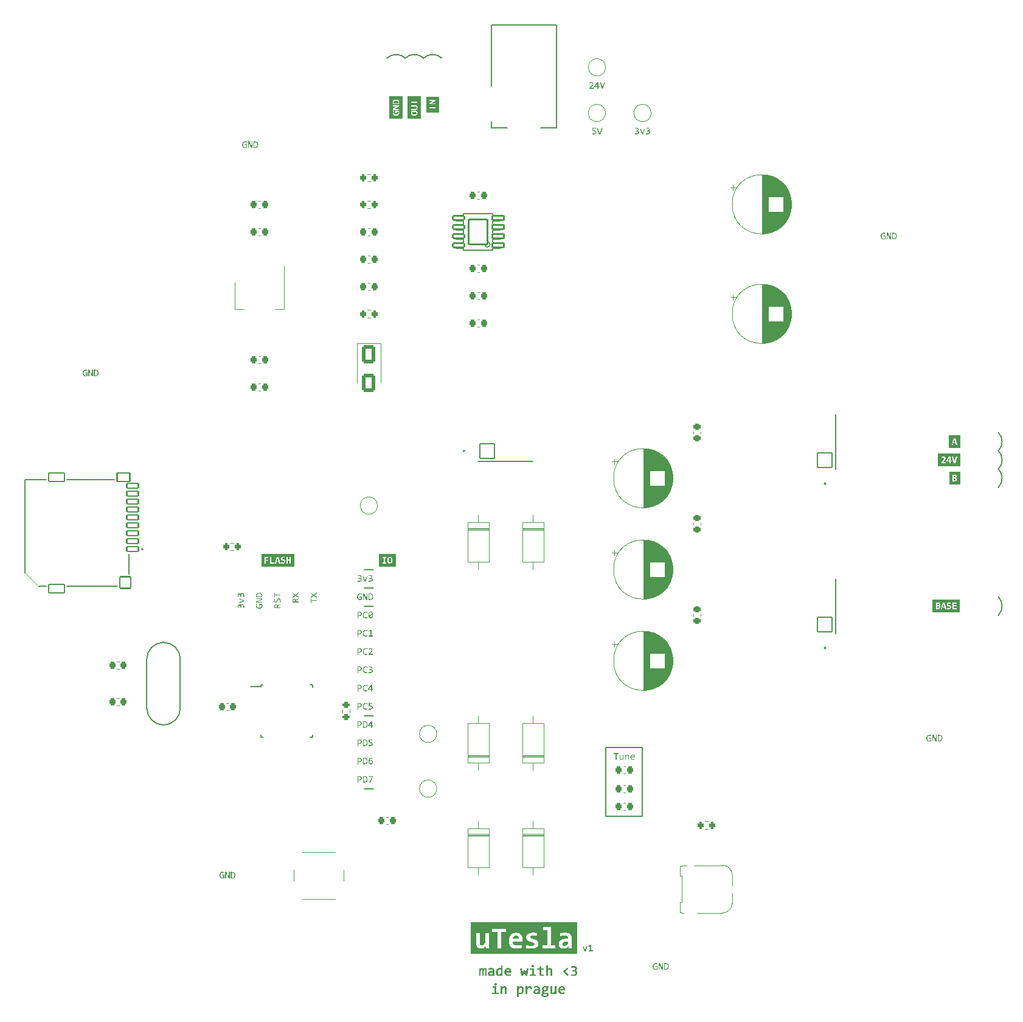
<source format=gto>
G04 #@! TF.GenerationSoftware,KiCad,Pcbnew,7.0.1*
G04 #@! TF.CreationDate,2024-08-11T00:25:02+02:00*
G04 #@! TF.ProjectId,uTesla,75546573-6c61-42e6-9b69-6361645f7063,rev?*
G04 #@! TF.SameCoordinates,Original*
G04 #@! TF.FileFunction,Legend,Top*
G04 #@! TF.FilePolarity,Positive*
%FSLAX46Y46*%
G04 Gerber Fmt 4.6, Leading zero omitted, Abs format (unit mm)*
G04 Created by KiCad (PCBNEW 7.0.1) date 2024-08-11 00:25:02*
%MOMM*%
%LPD*%
G01*
G04 APERTURE LIST*
G04 Aperture macros list*
%AMRoundRect*
0 Rectangle with rounded corners*
0 $1 Rounding radius*
0 $2 $3 $4 $5 $6 $7 $8 $9 X,Y pos of 4 corners*
0 Add a 4 corners polygon primitive as box body*
4,1,4,$2,$3,$4,$5,$6,$7,$8,$9,$2,$3,0*
0 Add four circle primitives for the rounded corners*
1,1,$1+$1,$2,$3*
1,1,$1+$1,$4,$5*
1,1,$1+$1,$6,$7*
1,1,$1+$1,$8,$9*
0 Add four rect primitives between the rounded corners*
20,1,$1+$1,$2,$3,$4,$5,0*
20,1,$1+$1,$4,$5,$6,$7,0*
20,1,$1+$1,$6,$7,$8,$9,0*
20,1,$1+$1,$8,$9,$2,$3,0*%
G04 Aperture macros list end*
%ADD10C,0.150000*%
%ADD11C,0.200000*%
%ADD12C,0.127000*%
%ADD13C,0.120000*%
%ADD14C,0.100000*%
%ADD15RoundRect,0.102000X-0.997500X-0.997500X0.997500X-0.997500X0.997500X0.997500X-0.997500X0.997500X0*%
%ADD16C,2.199000*%
%ADD17RoundRect,0.200000X0.200000X0.275000X-0.200000X0.275000X-0.200000X-0.275000X0.200000X-0.275000X0*%
%ADD18C,2.000000*%
%ADD19RoundRect,0.102000X0.997500X-0.997500X0.997500X0.997500X-0.997500X0.997500X-0.997500X-0.997500X0*%
%ADD20R,2.200000X2.200000*%
%ADD21O,2.200000X2.200000*%
%ADD22R,1.600000X0.550000*%
%ADD23R,0.550000X1.600000*%
%ADD24RoundRect,0.200000X-0.275000X0.200000X-0.275000X-0.200000X0.275000X-0.200000X0.275000X0.200000X0*%
%ADD25RoundRect,0.225000X0.225000X0.250000X-0.225000X0.250000X-0.225000X-0.250000X0.225000X-0.250000X0*%
%ADD26C,1.284000*%
%ADD27RoundRect,0.225000X0.250000X-0.225000X0.250000X0.225000X-0.250000X0.225000X-0.250000X-0.225000X0*%
%ADD28R,1.600000X1.600000*%
%ADD29C,1.600000*%
%ADD30RoundRect,0.225000X-0.225000X-0.250000X0.225000X-0.250000X0.225000X0.250000X-0.225000X0.250000X0*%
%ADD31O,2.554000X4.904000*%
%ADD32O,4.204000X2.204000*%
%ADD33R,1.500000X2.000000*%
%ADD34R,3.800000X2.000000*%
%ADD35O,3.810000X1.905000*%
%ADD36R,1.560000X1.560000*%
%ADD37C,1.560000*%
%ADD38RoundRect,0.200000X-0.200000X-0.275000X0.200000X-0.275000X0.200000X0.275000X-0.200000X0.275000X0*%
%ADD39R,1.700000X1.700000*%
%ADD40O,1.700000X1.700000*%
%ADD41O,1.905000X3.810000*%
%ADD42RoundRect,0.250000X-0.650000X1.000000X-0.650000X-1.000000X0.650000X-1.000000X0.650000X1.000000X0*%
%ADD43C,3.600000*%
%ADD44RoundRect,0.102000X0.800100X0.304800X-0.800100X0.304800X-0.800100X-0.304800X0.800100X-0.304800X0*%
%ADD45RoundRect,0.102000X0.800100X0.279400X-0.800100X0.279400X-0.800100X-0.279400X0.800100X-0.279400X0*%
%ADD46RoundRect,0.102000X1.308100X1.752600X-1.308100X1.752600X-1.308100X-1.752600X1.308100X-1.752600X0*%
%ADD47C,1.000000*%
%ADD48RoundRect,0.102000X-0.800000X0.350000X-0.800000X-0.350000X0.800000X-0.350000X0.800000X0.350000X0*%
%ADD49RoundRect,0.102000X-0.900000X0.600000X-0.900000X-0.600000X0.900000X-0.600000X0.900000X0.600000X0*%
%ADD50RoundRect,0.102000X-0.750000X0.800000X-0.750000X-0.800000X0.750000X-0.800000X0.750000X0.800000X0*%
%ADD51RoundRect,0.102000X-1.100000X0.600000X-1.100000X-0.600000X1.100000X-0.600000X1.100000X0.600000X0*%
G04 APERTURE END LIST*
D10*
X131445000Y-125730000D02*
X130175000Y-125730000D01*
X131445000Y-95250000D02*
X130175000Y-95250000D01*
X138429999Y-24130001D02*
G75*
G03*
X135890001Y-24130001I-1269999J-1270000D01*
G01*
X130175000Y-100330000D02*
X131445000Y-100330000D01*
X218440000Y-81280000D02*
G75*
G03*
X218440000Y-78740000I-1270000J1270000D01*
G01*
X130175000Y-115570000D02*
X131445000Y-115570000D01*
X218440000Y-78740000D02*
G75*
G03*
X218440000Y-76200000I-1270000J1270000D01*
G01*
X131445000Y-97790000D02*
X130175000Y-97790000D01*
X163830000Y-129540000D02*
X168910000Y-129540000D01*
X163830000Y-120015000D02*
X168910000Y-120015000D01*
X218440000Y-101600000D02*
G75*
G03*
X218440000Y-99060000I-1270000J1270000D01*
G01*
X218440000Y-83820000D02*
G75*
G03*
X218440000Y-81280000I-1270000J1270000D01*
G01*
X163830000Y-120015000D02*
X163830000Y-129540000D01*
X140969999Y-24130001D02*
G75*
G03*
X138430001Y-24130001I-1269999J-1270000D01*
G01*
X135889999Y-24130001D02*
G75*
G03*
X133350001Y-24130001I-1269999J-1270000D01*
G01*
X168910000Y-120015000D02*
X168910000Y-129540000D01*
G36*
X129813702Y-96668042D02*
G01*
X129813489Y-96678971D01*
X129812852Y-96689775D01*
X129811789Y-96700455D01*
X129810302Y-96711010D01*
X129808389Y-96721440D01*
X129806051Y-96731747D01*
X129803288Y-96741928D01*
X129800101Y-96751985D01*
X129796488Y-96761918D01*
X129792450Y-96771726D01*
X129789522Y-96778196D01*
X129784821Y-96787701D01*
X129779696Y-96796983D01*
X129774145Y-96806042D01*
X129768170Y-96814878D01*
X129761769Y-96823490D01*
X129754943Y-96831879D01*
X129747693Y-96840045D01*
X129740017Y-96847988D01*
X129731916Y-96855707D01*
X129723390Y-96863204D01*
X129717470Y-96868077D01*
X129708232Y-96875125D01*
X129698560Y-96881890D01*
X129688454Y-96888372D01*
X129677914Y-96894570D01*
X129666941Y-96900484D01*
X129655535Y-96906116D01*
X129643694Y-96911464D01*
X129631420Y-96916529D01*
X129618713Y-96921310D01*
X129605572Y-96925808D01*
X129596570Y-96928649D01*
X129582710Y-96932578D01*
X129573235Y-96934982D01*
X129563570Y-96937214D01*
X129553716Y-96939275D01*
X129543674Y-96941164D01*
X129533442Y-96942882D01*
X129523022Y-96944427D01*
X129512412Y-96945801D01*
X129501614Y-96947003D01*
X129490627Y-96948034D01*
X129479451Y-96948892D01*
X129468086Y-96949579D01*
X129456532Y-96950094D01*
X129444790Y-96950438D01*
X129432858Y-96950610D01*
X129426821Y-96950631D01*
X129416887Y-96950592D01*
X129403934Y-96950421D01*
X129391317Y-96950112D01*
X129379037Y-96949665D01*
X129367092Y-96949081D01*
X129355482Y-96948360D01*
X129344209Y-96947501D01*
X129333272Y-96946505D01*
X129330590Y-96946235D01*
X129320049Y-96945097D01*
X129309676Y-96943884D01*
X129299472Y-96942594D01*
X129289435Y-96941228D01*
X129279566Y-96939785D01*
X129269865Y-96938266D01*
X129257975Y-96936260D01*
X129250966Y-96935000D01*
X129250966Y-96829487D01*
X129261725Y-96831326D01*
X129272628Y-96833059D01*
X129283676Y-96834684D01*
X129294869Y-96836203D01*
X129306207Y-96837615D01*
X129317691Y-96838920D01*
X129329319Y-96840119D01*
X129341092Y-96841210D01*
X129352968Y-96842126D01*
X129364906Y-96842920D01*
X129376904Y-96843592D01*
X129388964Y-96844141D01*
X129401084Y-96844569D01*
X129413266Y-96844874D01*
X129425508Y-96845057D01*
X129437812Y-96845118D01*
X129450278Y-96845015D01*
X129462396Y-96844706D01*
X129474166Y-96844191D01*
X129485588Y-96843469D01*
X129496663Y-96842542D01*
X129507390Y-96841409D01*
X129517769Y-96840069D01*
X129527800Y-96838524D01*
X129537484Y-96836772D01*
X129549855Y-96834116D01*
X129552851Y-96833394D01*
X129564540Y-96830242D01*
X129575672Y-96826769D01*
X129586247Y-96822976D01*
X129596265Y-96818862D01*
X129605725Y-96814427D01*
X129614629Y-96809672D01*
X129624975Y-96803278D01*
X129630764Y-96799200D01*
X129639823Y-96792022D01*
X129648071Y-96784379D01*
X129655508Y-96776271D01*
X129662134Y-96767697D01*
X129667949Y-96758658D01*
X129672953Y-96749155D01*
X129674728Y-96745223D01*
X129678738Y-96735104D01*
X129682069Y-96724591D01*
X129684721Y-96713685D01*
X129686692Y-96702385D01*
X129687983Y-96690692D01*
X129688595Y-96678605D01*
X129688650Y-96673660D01*
X129688244Y-96662520D01*
X129687028Y-96651845D01*
X129685000Y-96641635D01*
X129682162Y-96631890D01*
X129678513Y-96622611D01*
X129674052Y-96613796D01*
X129672041Y-96610401D01*
X129666593Y-96602149D01*
X129660478Y-96594339D01*
X129653694Y-96586970D01*
X129646243Y-96580042D01*
X129638124Y-96573556D01*
X129629337Y-96567510D01*
X129625635Y-96565216D01*
X129616037Y-96559718D01*
X129605867Y-96554673D01*
X129595124Y-96550082D01*
X129583808Y-96545944D01*
X129574344Y-96542959D01*
X129564513Y-96540265D01*
X129554316Y-96537861D01*
X129543810Y-96535685D01*
X129533052Y-96533800D01*
X129522042Y-96532205D01*
X129510780Y-96530900D01*
X129499266Y-96529885D01*
X129487500Y-96529159D01*
X129475483Y-96528724D01*
X129463213Y-96528579D01*
X129360876Y-96528579D01*
X129360876Y-96430882D01*
X129464679Y-96430882D01*
X129474701Y-96430714D01*
X129484493Y-96430211D01*
X129496412Y-96429109D01*
X129507973Y-96427482D01*
X129519176Y-96425331D01*
X129530022Y-96422654D01*
X129538440Y-96420136D01*
X129548658Y-96416551D01*
X129558400Y-96412513D01*
X129567664Y-96408021D01*
X129576451Y-96403077D01*
X129584761Y-96397679D01*
X129592594Y-96391828D01*
X129595593Y-96389361D01*
X129604091Y-96381524D01*
X129611816Y-96373035D01*
X129618769Y-96363893D01*
X129624948Y-96354098D01*
X129629507Y-96345438D01*
X129631985Y-96340024D01*
X129635644Y-96330598D01*
X129638683Y-96320790D01*
X129641101Y-96310600D01*
X129642900Y-96300029D01*
X129644078Y-96289076D01*
X129644636Y-96277742D01*
X129644686Y-96273101D01*
X129644300Y-96259802D01*
X129643140Y-96247198D01*
X129641208Y-96235290D01*
X129638504Y-96224077D01*
X129635026Y-96213560D01*
X129630776Y-96203738D01*
X129625752Y-96194612D01*
X129619956Y-96186181D01*
X129613388Y-96178446D01*
X129606046Y-96171407D01*
X129600722Y-96167100D01*
X129592116Y-96161164D01*
X129582785Y-96155811D01*
X129572728Y-96151043D01*
X129561945Y-96146858D01*
X129550437Y-96143258D01*
X129538203Y-96140241D01*
X129525243Y-96137808D01*
X129511558Y-96135959D01*
X129497148Y-96134694D01*
X129487138Y-96134175D01*
X129476805Y-96133915D01*
X129471518Y-96133883D01*
X129460118Y-96134005D01*
X129448635Y-96134371D01*
X129437068Y-96134982D01*
X129425417Y-96135837D01*
X129413682Y-96136936D01*
X129401863Y-96138279D01*
X129389960Y-96139867D01*
X129377973Y-96141699D01*
X129365894Y-96143775D01*
X129353594Y-96146095D01*
X129341073Y-96148660D01*
X129328330Y-96151468D01*
X129318628Y-96153735D01*
X129308801Y-96156140D01*
X129298850Y-96158681D01*
X129288774Y-96161360D01*
X129278574Y-96164177D01*
X129275146Y-96165146D01*
X129275146Y-96059633D01*
X129285450Y-96056498D01*
X129296057Y-96053502D01*
X129306968Y-96050647D01*
X129316562Y-96048312D01*
X129324728Y-96046444D01*
X129334703Y-96044315D01*
X129344660Y-96042322D01*
X129354601Y-96040468D01*
X129364524Y-96038750D01*
X129374430Y-96037170D01*
X129377728Y-96036674D01*
X129387612Y-96035269D01*
X129397478Y-96033984D01*
X129407327Y-96032819D01*
X129417158Y-96031774D01*
X129426973Y-96030850D01*
X129430241Y-96030568D01*
X129441581Y-96029712D01*
X129452734Y-96029066D01*
X129463700Y-96028630D01*
X129474479Y-96028404D01*
X129480555Y-96028370D01*
X129493777Y-96028507D01*
X129506698Y-96028920D01*
X129519319Y-96029607D01*
X129531640Y-96030568D01*
X129543660Y-96031805D01*
X129555379Y-96033316D01*
X129566798Y-96035102D01*
X129577916Y-96037163D01*
X129588734Y-96039498D01*
X129599251Y-96042109D01*
X129606096Y-96044002D01*
X129616149Y-96047051D01*
X129625885Y-96050336D01*
X129635303Y-96053857D01*
X129644404Y-96057614D01*
X129656043Y-96062991D01*
X129667118Y-96068788D01*
X129677628Y-96075005D01*
X129687573Y-96081642D01*
X129696954Y-96088698D01*
X129705773Y-96096159D01*
X129714036Y-96104009D01*
X129721741Y-96112248D01*
X129728889Y-96120877D01*
X129735479Y-96129895D01*
X129741513Y-96139302D01*
X129746989Y-96149099D01*
X129751909Y-96159284D01*
X129756259Y-96169829D01*
X129760030Y-96180701D01*
X129763220Y-96191902D01*
X129765830Y-96203431D01*
X129767861Y-96215288D01*
X129769311Y-96227474D01*
X129770181Y-96239987D01*
X129770471Y-96252829D01*
X129770123Y-96267173D01*
X129769080Y-96281079D01*
X129767341Y-96294548D01*
X129764907Y-96307578D01*
X129761777Y-96320170D01*
X129757952Y-96332325D01*
X129753431Y-96344041D01*
X129748214Y-96355320D01*
X129742302Y-96366160D01*
X129735695Y-96376563D01*
X129730904Y-96383255D01*
X129723229Y-96392914D01*
X129715044Y-96402200D01*
X129706348Y-96411112D01*
X129697141Y-96419651D01*
X129687423Y-96427816D01*
X129677194Y-96435608D01*
X129666454Y-96443026D01*
X129655204Y-96450071D01*
X129643442Y-96456742D01*
X129631170Y-96463039D01*
X129622704Y-96467030D01*
X129633595Y-96468978D01*
X129644438Y-96471462D01*
X129655233Y-96474483D01*
X129665981Y-96478040D01*
X129676681Y-96482134D01*
X129687333Y-96486765D01*
X129691581Y-96488768D01*
X129702093Y-96494108D01*
X129712260Y-96499902D01*
X129722081Y-96506149D01*
X129731556Y-96512849D01*
X129740686Y-96520002D01*
X129749469Y-96527608D01*
X129752886Y-96530778D01*
X129761107Y-96538948D01*
X129768828Y-96547584D01*
X129776048Y-96556684D01*
X129782767Y-96566250D01*
X129788985Y-96576281D01*
X129794703Y-96586777D01*
X129796849Y-96591106D01*
X129801704Y-96602129D01*
X129805736Y-96613522D01*
X129808946Y-96625284D01*
X129810921Y-96634960D01*
X129812369Y-96644873D01*
X129813291Y-96655023D01*
X129813686Y-96665409D01*
X129813702Y-96668042D01*
G37*
G36*
X129952676Y-96247212D02*
G01*
X130088719Y-96247212D01*
X130257491Y-96702236D01*
X130293883Y-96813122D01*
X130331741Y-96699305D01*
X130499292Y-96247212D01*
X130630694Y-96247212D01*
X130359829Y-96935000D01*
X130222564Y-96935000D01*
X129952676Y-96247212D01*
G37*
G36*
X131351455Y-96668042D02*
G01*
X131351242Y-96678971D01*
X131350605Y-96689775D01*
X131349542Y-96700455D01*
X131348055Y-96711010D01*
X131346142Y-96721440D01*
X131343804Y-96731747D01*
X131341041Y-96741928D01*
X131337854Y-96751985D01*
X131334241Y-96761918D01*
X131330203Y-96771726D01*
X131327275Y-96778196D01*
X131322574Y-96787701D01*
X131317449Y-96796983D01*
X131311898Y-96806042D01*
X131305923Y-96814878D01*
X131299522Y-96823490D01*
X131292696Y-96831879D01*
X131285446Y-96840045D01*
X131277770Y-96847988D01*
X131269669Y-96855707D01*
X131261143Y-96863204D01*
X131255223Y-96868077D01*
X131245985Y-96875125D01*
X131236313Y-96881890D01*
X131226207Y-96888372D01*
X131215667Y-96894570D01*
X131204694Y-96900484D01*
X131193288Y-96906116D01*
X131181447Y-96911464D01*
X131169173Y-96916529D01*
X131156466Y-96921310D01*
X131143325Y-96925808D01*
X131134323Y-96928649D01*
X131120463Y-96932578D01*
X131110988Y-96934982D01*
X131101323Y-96937214D01*
X131091469Y-96939275D01*
X131081427Y-96941164D01*
X131071195Y-96942882D01*
X131060775Y-96944427D01*
X131050165Y-96945801D01*
X131039367Y-96947003D01*
X131028380Y-96948034D01*
X131017204Y-96948892D01*
X131005839Y-96949579D01*
X130994285Y-96950094D01*
X130982543Y-96950438D01*
X130970611Y-96950610D01*
X130964574Y-96950631D01*
X130954639Y-96950592D01*
X130941687Y-96950421D01*
X130929070Y-96950112D01*
X130916789Y-96949665D01*
X130904844Y-96949081D01*
X130893235Y-96948360D01*
X130881962Y-96947501D01*
X130871024Y-96946505D01*
X130868343Y-96946235D01*
X130857802Y-96945097D01*
X130847429Y-96943884D01*
X130837225Y-96942594D01*
X130827188Y-96941228D01*
X130817319Y-96939785D01*
X130807618Y-96938266D01*
X130795728Y-96936260D01*
X130788719Y-96935000D01*
X130788719Y-96829487D01*
X130799478Y-96831326D01*
X130810381Y-96833059D01*
X130821429Y-96834684D01*
X130832622Y-96836203D01*
X130843960Y-96837615D01*
X130855444Y-96838920D01*
X130867072Y-96840119D01*
X130878845Y-96841210D01*
X130890721Y-96842126D01*
X130902659Y-96842920D01*
X130914657Y-96843592D01*
X130926717Y-96844141D01*
X130938837Y-96844569D01*
X130951019Y-96844874D01*
X130963261Y-96845057D01*
X130975565Y-96845118D01*
X130988031Y-96845015D01*
X131000149Y-96844706D01*
X131011919Y-96844191D01*
X131023341Y-96843469D01*
X131034416Y-96842542D01*
X131045143Y-96841409D01*
X131055522Y-96840069D01*
X131065553Y-96838524D01*
X131075237Y-96836772D01*
X131087608Y-96834116D01*
X131090604Y-96833394D01*
X131102293Y-96830242D01*
X131113425Y-96826769D01*
X131124000Y-96822976D01*
X131134018Y-96818862D01*
X131143478Y-96814427D01*
X131152382Y-96809672D01*
X131162727Y-96803278D01*
X131168517Y-96799200D01*
X131177576Y-96792022D01*
X131185824Y-96784379D01*
X131193261Y-96776271D01*
X131199887Y-96767697D01*
X131205702Y-96758658D01*
X131210706Y-96749155D01*
X131212481Y-96745223D01*
X131216491Y-96735104D01*
X131219822Y-96724591D01*
X131222473Y-96713685D01*
X131224445Y-96702385D01*
X131225736Y-96690692D01*
X131226348Y-96678605D01*
X131226403Y-96673660D01*
X131225997Y-96662520D01*
X131224781Y-96651845D01*
X131222753Y-96641635D01*
X131219915Y-96631890D01*
X131216266Y-96622611D01*
X131211805Y-96613796D01*
X131209794Y-96610401D01*
X131204346Y-96602149D01*
X131198231Y-96594339D01*
X131191447Y-96586970D01*
X131183996Y-96580042D01*
X131175877Y-96573556D01*
X131167090Y-96567510D01*
X131163388Y-96565216D01*
X131153790Y-96559718D01*
X131143620Y-96554673D01*
X131132877Y-96550082D01*
X131121561Y-96545944D01*
X131112097Y-96542959D01*
X131102266Y-96540265D01*
X131092069Y-96537861D01*
X131081563Y-96535685D01*
X131070805Y-96533800D01*
X131059795Y-96532205D01*
X131048533Y-96530900D01*
X131037019Y-96529885D01*
X131025253Y-96529159D01*
X131013236Y-96528724D01*
X131000966Y-96528579D01*
X130898629Y-96528579D01*
X130898629Y-96430882D01*
X131002432Y-96430882D01*
X131012453Y-96430714D01*
X131022246Y-96430211D01*
X131034165Y-96429109D01*
X131045726Y-96427482D01*
X131056929Y-96425331D01*
X131067775Y-96422654D01*
X131076193Y-96420136D01*
X131086411Y-96416551D01*
X131096152Y-96412513D01*
X131105417Y-96408021D01*
X131114204Y-96403077D01*
X131122514Y-96397679D01*
X131130346Y-96391828D01*
X131133346Y-96389361D01*
X131141844Y-96381524D01*
X131149569Y-96373035D01*
X131156521Y-96363893D01*
X131162701Y-96354098D01*
X131167260Y-96345438D01*
X131169738Y-96340024D01*
X131173397Y-96330598D01*
X131176436Y-96320790D01*
X131178854Y-96310600D01*
X131180653Y-96300029D01*
X131181831Y-96289076D01*
X131182389Y-96277742D01*
X131182439Y-96273101D01*
X131182052Y-96259802D01*
X131180893Y-96247198D01*
X131178961Y-96235290D01*
X131176256Y-96224077D01*
X131172779Y-96213560D01*
X131168528Y-96203738D01*
X131163505Y-96194612D01*
X131157709Y-96186181D01*
X131151141Y-96178446D01*
X131143799Y-96171407D01*
X131138475Y-96167100D01*
X131129869Y-96161164D01*
X131120538Y-96155811D01*
X131110481Y-96151043D01*
X131099698Y-96146858D01*
X131088190Y-96143258D01*
X131075956Y-96140241D01*
X131062996Y-96137808D01*
X131049311Y-96135959D01*
X131034901Y-96134694D01*
X131024891Y-96134175D01*
X131014558Y-96133915D01*
X131009271Y-96133883D01*
X130997871Y-96134005D01*
X130986388Y-96134371D01*
X130974821Y-96134982D01*
X130963170Y-96135837D01*
X130951435Y-96136936D01*
X130939616Y-96138279D01*
X130927713Y-96139867D01*
X130915726Y-96141699D01*
X130903647Y-96143775D01*
X130891347Y-96146095D01*
X130878826Y-96148660D01*
X130866083Y-96151468D01*
X130856381Y-96153735D01*
X130846554Y-96156140D01*
X130836603Y-96158681D01*
X130826527Y-96161360D01*
X130816327Y-96164177D01*
X130812899Y-96165146D01*
X130812899Y-96059633D01*
X130823203Y-96056498D01*
X130833810Y-96053502D01*
X130844721Y-96050647D01*
X130854315Y-96048312D01*
X130862481Y-96046444D01*
X130872456Y-96044315D01*
X130882413Y-96042322D01*
X130892354Y-96040468D01*
X130902277Y-96038750D01*
X130912183Y-96037170D01*
X130915481Y-96036674D01*
X130925365Y-96035269D01*
X130935231Y-96033984D01*
X130945080Y-96032819D01*
X130954911Y-96031774D01*
X130964726Y-96030850D01*
X130967994Y-96030568D01*
X130979334Y-96029712D01*
X130990487Y-96029066D01*
X131001453Y-96028630D01*
X131012232Y-96028404D01*
X131018308Y-96028370D01*
X131031530Y-96028507D01*
X131044451Y-96028920D01*
X131057072Y-96029607D01*
X131069393Y-96030568D01*
X131081413Y-96031805D01*
X131093132Y-96033316D01*
X131104551Y-96035102D01*
X131115669Y-96037163D01*
X131126487Y-96039498D01*
X131137004Y-96042109D01*
X131143849Y-96044002D01*
X131153902Y-96047051D01*
X131163638Y-96050336D01*
X131173056Y-96053857D01*
X131182156Y-96057614D01*
X131193796Y-96062991D01*
X131204871Y-96068788D01*
X131215381Y-96075005D01*
X131225326Y-96081642D01*
X131234707Y-96088698D01*
X131243526Y-96096159D01*
X131251789Y-96104009D01*
X131259494Y-96112248D01*
X131266642Y-96120877D01*
X131273232Y-96129895D01*
X131279266Y-96139302D01*
X131284742Y-96149099D01*
X131289661Y-96159284D01*
X131294012Y-96169829D01*
X131297783Y-96180701D01*
X131300973Y-96191902D01*
X131303583Y-96203431D01*
X131305614Y-96215288D01*
X131307064Y-96227474D01*
X131307934Y-96239987D01*
X131308224Y-96252829D01*
X131307876Y-96267173D01*
X131306833Y-96281079D01*
X131305094Y-96294548D01*
X131302660Y-96307578D01*
X131299530Y-96320170D01*
X131295705Y-96332325D01*
X131291184Y-96344041D01*
X131285967Y-96355320D01*
X131280055Y-96366160D01*
X131273448Y-96376563D01*
X131268657Y-96383255D01*
X131260982Y-96392914D01*
X131252797Y-96402200D01*
X131244101Y-96411112D01*
X131234894Y-96419651D01*
X131225176Y-96427816D01*
X131214947Y-96435608D01*
X131204207Y-96443026D01*
X131192957Y-96450071D01*
X131181195Y-96456742D01*
X131168923Y-96463039D01*
X131160457Y-96467030D01*
X131171348Y-96468978D01*
X131182191Y-96471462D01*
X131192986Y-96474483D01*
X131203734Y-96478040D01*
X131214434Y-96482134D01*
X131225086Y-96486765D01*
X131229334Y-96488768D01*
X131239846Y-96494108D01*
X131250013Y-96499902D01*
X131259834Y-96506149D01*
X131269309Y-96512849D01*
X131278438Y-96520002D01*
X131287222Y-96527608D01*
X131290638Y-96530778D01*
X131298860Y-96538948D01*
X131306581Y-96547584D01*
X131313801Y-96556684D01*
X131320520Y-96566250D01*
X131326738Y-96576281D01*
X131332456Y-96586777D01*
X131334602Y-96591106D01*
X131339457Y-96602129D01*
X131343489Y-96613522D01*
X131346699Y-96625284D01*
X131348674Y-96634960D01*
X131350122Y-96644873D01*
X131351043Y-96655023D01*
X131351438Y-96665409D01*
X131351455Y-96668042D01*
G37*
D11*
G36*
X158540265Y-147289595D02*
G01*
X158514911Y-147317154D01*
X158489956Y-147343502D01*
X158465400Y-147368639D01*
X158441244Y-147392566D01*
X158417486Y-147415282D01*
X158394129Y-147436787D01*
X158371170Y-147457082D01*
X158348611Y-147476166D01*
X158319153Y-147499728D01*
X158290405Y-147521137D01*
X158262320Y-147540028D01*
X158234488Y-147556400D01*
X158206908Y-147570253D01*
X158172787Y-147584027D01*
X158139059Y-147593866D01*
X158105725Y-147599769D01*
X158072784Y-147601737D01*
X158063958Y-147601668D01*
X158029812Y-147600002D01*
X157997520Y-147596115D01*
X157967083Y-147590007D01*
X157938501Y-147581678D01*
X157905382Y-147568143D01*
X157875160Y-147551138D01*
X157847837Y-147530662D01*
X157824195Y-147506877D01*
X157804560Y-147479944D01*
X157788932Y-147449862D01*
X157777311Y-147416632D01*
X157770900Y-147387780D01*
X157767053Y-147356914D01*
X157765771Y-147324033D01*
X157767374Y-147290785D01*
X157772182Y-147258454D01*
X157780197Y-147227038D01*
X157791416Y-147196538D01*
X157794739Y-147189085D01*
X157810379Y-147160417D01*
X157829773Y-147133581D01*
X157849824Y-147111602D01*
X157872749Y-147091025D01*
X157898690Y-147071776D01*
X157927787Y-147054420D01*
X157955239Y-147041051D01*
X157985008Y-147029073D01*
X158017097Y-147018485D01*
X158039869Y-147012303D01*
X158070040Y-147005734D01*
X158102108Y-147000453D01*
X158136071Y-146996460D01*
X158171932Y-146993756D01*
X158201985Y-146992519D01*
X158233252Y-146992107D01*
X158540265Y-146992107D01*
X158540265Y-147289595D01*
G37*
G36*
X151289687Y-146148112D02*
G01*
X151321423Y-146149744D01*
X151352335Y-146153333D01*
X151382423Y-146158880D01*
X151411686Y-146166385D01*
X151440125Y-146175847D01*
X151449485Y-146179445D01*
X151476670Y-146191647D01*
X151502516Y-146205961D01*
X151527022Y-146222387D01*
X151550189Y-146240926D01*
X151572017Y-146261577D01*
X151579063Y-146268935D01*
X151599036Y-146292489D01*
X151617257Y-146318257D01*
X151633726Y-146346241D01*
X151648444Y-146376440D01*
X151661409Y-146408855D01*
X151667289Y-146425749D01*
X151675743Y-146455109D01*
X151682516Y-146485970D01*
X151687607Y-146518335D01*
X151691017Y-146552202D01*
X151692745Y-146587572D01*
X151692917Y-146616950D01*
X150823168Y-146616950D01*
X150826394Y-146589410D01*
X150832681Y-146549580D01*
X150840708Y-146511529D01*
X150850473Y-146475254D01*
X150861977Y-146440757D01*
X150875220Y-146408038D01*
X150890201Y-146377096D01*
X150906922Y-146347931D01*
X150925381Y-146320544D01*
X150945579Y-146294934D01*
X150967516Y-146271102D01*
X150982986Y-146256196D01*
X151007190Y-146235639D01*
X151032591Y-146217247D01*
X151059190Y-146201018D01*
X151086988Y-146186953D01*
X151115983Y-146175052D01*
X151146175Y-146165314D01*
X151177566Y-146157741D01*
X151210155Y-146152331D01*
X151243941Y-146149086D01*
X151278925Y-146148004D01*
X151289687Y-146148112D01*
G37*
G36*
X159771488Y-148705465D02*
G01*
X145033641Y-148705465D01*
X145033641Y-145819741D01*
X145762212Y-145819741D01*
X145762212Y-147235373D01*
X145762566Y-147266688D01*
X145763629Y-147297437D01*
X145765400Y-147327619D01*
X145767879Y-147357235D01*
X145772287Y-147395840D01*
X145777954Y-147433439D01*
X145784881Y-147470029D01*
X145793067Y-147505612D01*
X145802512Y-147540188D01*
X145813205Y-147573481D01*
X145825135Y-147605584D01*
X145838301Y-147636496D01*
X145852704Y-147666217D01*
X145868343Y-147694748D01*
X145885219Y-147722088D01*
X145903331Y-147748237D01*
X145922680Y-147773196D01*
X145943448Y-147796872D01*
X145965453Y-147819174D01*
X145988694Y-147840103D01*
X146013172Y-147859658D01*
X146038886Y-147877838D01*
X146065836Y-147894645D01*
X146094024Y-147910078D01*
X146123447Y-147924138D01*
X146131043Y-147927383D01*
X146162212Y-147939336D01*
X146194641Y-147949640D01*
X146228330Y-147958295D01*
X146263277Y-147965302D01*
X146299484Y-147970660D01*
X146336951Y-147974370D01*
X146375677Y-147976430D01*
X146405548Y-147976894D01*
X146419667Y-147976791D01*
X146454289Y-147975632D01*
X146487945Y-147973185D01*
X146520635Y-147969449D01*
X146552360Y-147964426D01*
X146583118Y-147958115D01*
X146612910Y-147950516D01*
X146636128Y-147943784D01*
X146664507Y-147934467D01*
X146692170Y-147924149D01*
X146724422Y-147910445D01*
X146755643Y-147895298D01*
X146785834Y-147878709D01*
X146800575Y-147869748D01*
X146829478Y-147850823D01*
X146857608Y-147830559D01*
X146884965Y-147808955D01*
X146911549Y-147786011D01*
X146933112Y-147765868D01*
X146941622Y-147757479D01*
X146962820Y-147736030D01*
X146983911Y-147713902D01*
X147004895Y-147691094D01*
X147025771Y-147667605D01*
X147046540Y-147643438D01*
X147067202Y-147618590D01*
X147079658Y-147930000D01*
X147514166Y-147930000D01*
X147514166Y-145819741D01*
X147011514Y-145819741D01*
X147011514Y-147163565D01*
X146995354Y-147185805D01*
X146971307Y-147218069D01*
X146947492Y-147249020D01*
X146923909Y-147278657D01*
X146900557Y-147306980D01*
X146877438Y-147333989D01*
X146854550Y-147359685D01*
X146831894Y-147384067D01*
X146809470Y-147407135D01*
X146787278Y-147428889D01*
X146765317Y-147449330D01*
X146736054Y-147474059D01*
X146706516Y-147495491D01*
X146676703Y-147513627D01*
X146646615Y-147528464D01*
X146616253Y-147540005D01*
X146585616Y-147548248D01*
X146554704Y-147553194D01*
X146523517Y-147554842D01*
X146499648Y-147554063D01*
X146469646Y-147550600D01*
X146435074Y-147542375D01*
X146403758Y-147529820D01*
X146375698Y-147512937D01*
X146350893Y-147491724D01*
X146329344Y-147466182D01*
X146325422Y-147460514D01*
X146307680Y-147429723D01*
X146295727Y-147402154D01*
X146285767Y-147371975D01*
X146277798Y-147339186D01*
X146271822Y-147303786D01*
X146267838Y-147265775D01*
X146266157Y-147235555D01*
X146265596Y-147203866D01*
X146265596Y-145819741D01*
X145762212Y-145819741D01*
X145033641Y-145819741D01*
X145033641Y-145257006D01*
X147949407Y-145257006D01*
X147949407Y-145679057D01*
X148687264Y-145679057D01*
X148687264Y-147930000D01*
X149206769Y-147930000D01*
X149206769Y-146917369D01*
X150303663Y-146917369D01*
X150303935Y-146949551D01*
X150304751Y-146981253D01*
X150306111Y-147012475D01*
X150308014Y-147043215D01*
X150310461Y-147073474D01*
X150313452Y-147103253D01*
X150316987Y-147132550D01*
X150323309Y-147175595D01*
X150330855Y-147217558D01*
X150339624Y-147258439D01*
X150349616Y-147298239D01*
X150360833Y-147336956D01*
X150373273Y-147374591D01*
X150382306Y-147398983D01*
X150396757Y-147434648D01*
X150412290Y-147469205D01*
X150428906Y-147502654D01*
X150446603Y-147534996D01*
X150465382Y-147566230D01*
X150485243Y-147596356D01*
X150506186Y-147625375D01*
X150528210Y-147653286D01*
X150551317Y-147680089D01*
X150575506Y-147705785D01*
X150592218Y-147722291D01*
X150618135Y-147746095D01*
X150645069Y-147768753D01*
X150673021Y-147790265D01*
X150701990Y-147810631D01*
X150731977Y-147829850D01*
X150762981Y-147847922D01*
X150795003Y-147864849D01*
X150828042Y-147880629D01*
X150862099Y-147895263D01*
X150897174Y-147908750D01*
X150933188Y-147920928D01*
X150970066Y-147931909D01*
X151007806Y-147941691D01*
X151046410Y-147950275D01*
X151085876Y-147957662D01*
X151126206Y-147963851D01*
X151167398Y-147968842D01*
X151209453Y-147972635D01*
X151252372Y-147975230D01*
X151296153Y-147976628D01*
X151325820Y-147976894D01*
X151337661Y-147976868D01*
X151367489Y-147976579D01*
X151397639Y-147975967D01*
X151428111Y-147975033D01*
X151458904Y-147973777D01*
X151490020Y-147972199D01*
X151521458Y-147970300D01*
X151534089Y-147969449D01*
X151565592Y-147967099D01*
X151596987Y-147964426D01*
X151628274Y-147961432D01*
X151659455Y-147958115D01*
X151690528Y-147954476D01*
X151721493Y-147950516D01*
X151733841Y-147948853D01*
X151764560Y-147944570D01*
X151795064Y-147940109D01*
X151825353Y-147935468D01*
X151855428Y-147930649D01*
X151859305Y-147930000D01*
X152721668Y-147930000D01*
X152742356Y-147932796D01*
X152773689Y-147936829D01*
X152805382Y-147940670D01*
X152837436Y-147944317D01*
X152869851Y-147947771D01*
X152902626Y-147951032D01*
X152935762Y-147954099D01*
X152969258Y-147956974D01*
X153003116Y-147959655D01*
X153037333Y-147962143D01*
X153071912Y-147964438D01*
X153095262Y-147965946D01*
X153130952Y-147968026D01*
X153167441Y-147969887D01*
X153204729Y-147971530D01*
X153242815Y-147972953D01*
X153281700Y-147974157D01*
X153321383Y-147975142D01*
X153361865Y-147975909D01*
X153403145Y-147976456D01*
X153445224Y-147976785D01*
X153488102Y-147976894D01*
X153509689Y-147976751D01*
X153541962Y-147976000D01*
X153574106Y-147974604D01*
X153606121Y-147972565D01*
X153638008Y-147969882D01*
X153669765Y-147966554D01*
X153701394Y-147962583D01*
X153732895Y-147957968D01*
X153764266Y-147952708D01*
X153795509Y-147946805D01*
X153826622Y-147940258D01*
X153847273Y-147935598D01*
X153869603Y-147930000D01*
X155005583Y-147930000D01*
X156788311Y-147930000D01*
X156788311Y-147554842D01*
X156184543Y-147554842D01*
X156184543Y-147315973D01*
X157238206Y-147315973D01*
X157238350Y-147324033D01*
X157238859Y-147352403D01*
X157240817Y-147388055D01*
X157244080Y-147422928D01*
X157248648Y-147457023D01*
X157254521Y-147490339D01*
X157261700Y-147522877D01*
X157270183Y-147554636D01*
X157279972Y-147585617D01*
X157291215Y-147615476D01*
X157303694Y-147644235D01*
X157317410Y-147671896D01*
X157332362Y-147698457D01*
X157348551Y-147723920D01*
X157365976Y-147748283D01*
X157384638Y-147771547D01*
X157404536Y-147793712D01*
X157425842Y-147814732D01*
X157448362Y-147834562D01*
X157472096Y-147853200D01*
X157497043Y-147870648D01*
X157523203Y-147886906D01*
X157550578Y-147901973D01*
X157579166Y-147915849D01*
X157608967Y-147928534D01*
X157616608Y-147931509D01*
X157647943Y-147942466D01*
X157680515Y-147951911D01*
X157714324Y-147959845D01*
X157749369Y-147966268D01*
X157785651Y-147971180D01*
X157823169Y-147974580D01*
X157861923Y-147976469D01*
X157891800Y-147976894D01*
X157914302Y-147976682D01*
X157943782Y-147975737D01*
X157979796Y-147973494D01*
X158014880Y-147970070D01*
X158049034Y-147965465D01*
X158082257Y-147959680D01*
X158114550Y-147952714D01*
X158127310Y-147949703D01*
X158158658Y-147941474D01*
X158189219Y-147932243D01*
X158218994Y-147922011D01*
X158247981Y-147910777D01*
X158276181Y-147898541D01*
X158303594Y-147885303D01*
X158330255Y-147871207D01*
X158356201Y-147856395D01*
X158381432Y-147840867D01*
X158405947Y-147824624D01*
X158434420Y-147804188D01*
X158461863Y-147782721D01*
X158470905Y-147775256D01*
X158493284Y-147756194D01*
X158515341Y-147736559D01*
X158537076Y-147716352D01*
X158558489Y-147695572D01*
X158579580Y-147674220D01*
X158600349Y-147652295D01*
X158612805Y-147930000D01*
X159042917Y-147930000D01*
X159042917Y-146487990D01*
X159042866Y-146476859D01*
X159042104Y-146443992D01*
X159040427Y-146411910D01*
X159037836Y-146380614D01*
X159034331Y-146350103D01*
X159029911Y-146320378D01*
X159022595Y-146281967D01*
X159013653Y-146244953D01*
X159003086Y-146209335D01*
X158990893Y-146175115D01*
X158977177Y-146142291D01*
X158961676Y-146110864D01*
X158944388Y-146080833D01*
X158925314Y-146052199D01*
X158904454Y-146024963D01*
X158881808Y-145999122D01*
X158857376Y-145974679D01*
X158831158Y-145951632D01*
X158803303Y-145929983D01*
X158773593Y-145909730D01*
X158742029Y-145890873D01*
X158708609Y-145873414D01*
X158673335Y-145857351D01*
X158645663Y-145846220D01*
X158616947Y-145835876D01*
X158587188Y-145826317D01*
X158556385Y-145817543D01*
X158535333Y-145812131D01*
X158502779Y-145804667D01*
X158469053Y-145797988D01*
X158434155Y-145792096D01*
X158398084Y-145786989D01*
X158360842Y-145782668D01*
X158322427Y-145779132D01*
X158282840Y-145776382D01*
X158242082Y-145774418D01*
X158200151Y-145773240D01*
X158157048Y-145772847D01*
X158130547Y-145772953D01*
X158091020Y-145773509D01*
X158051764Y-145774541D01*
X158012778Y-145776050D01*
X157974063Y-145778036D01*
X157935619Y-145780498D01*
X157897445Y-145783437D01*
X157859541Y-145786852D01*
X157821908Y-145790744D01*
X157784545Y-145795113D01*
X157747453Y-145799958D01*
X157723087Y-145803309D01*
X157687214Y-145808541D01*
X157652152Y-145814017D01*
X157617902Y-145819738D01*
X157584464Y-145825703D01*
X157551836Y-145831914D01*
X157520021Y-145838369D01*
X157489016Y-145845068D01*
X157458824Y-145852013D01*
X157429442Y-145859202D01*
X157400872Y-145866636D01*
X157400872Y-146288688D01*
X157422073Y-146280470D01*
X157454034Y-146268584D01*
X157486189Y-146257226D01*
X157518537Y-146246396D01*
X157551079Y-146236094D01*
X157583813Y-146226320D01*
X157616741Y-146217075D01*
X157649862Y-146208357D01*
X157683176Y-146200168D01*
X157716683Y-146192506D01*
X157750384Y-146185373D01*
X157772935Y-146180848D01*
X157806837Y-146174607D01*
X157840830Y-146169024D01*
X157874912Y-146164097D01*
X157909085Y-146159828D01*
X157943348Y-146156215D01*
X157977701Y-146153259D01*
X158012144Y-146150960D01*
X158046678Y-146149317D01*
X158081301Y-146148332D01*
X158116015Y-146148004D01*
X158151739Y-146148594D01*
X158185639Y-146150365D01*
X158217713Y-146153317D01*
X158247964Y-146157449D01*
X158281855Y-146163966D01*
X158313119Y-146172184D01*
X158337573Y-146180241D01*
X158364982Y-146191232D01*
X158394289Y-146205878D01*
X158420721Y-146222487D01*
X158444278Y-146241060D01*
X158447410Y-146243873D01*
X158470514Y-146267767D01*
X158490138Y-146294134D01*
X158506280Y-146322973D01*
X158517550Y-146350237D01*
X158522874Y-146366414D01*
X158530483Y-146395881D01*
X158535917Y-146426821D01*
X158539178Y-146459234D01*
X158540265Y-146493119D01*
X158540265Y-146616950D01*
X158266225Y-146616950D01*
X158250078Y-146617001D01*
X158218176Y-146617414D01*
X158186794Y-146618238D01*
X158155934Y-146619474D01*
X158125594Y-146621123D01*
X158095776Y-146623184D01*
X158052025Y-146627048D01*
X158009445Y-146631839D01*
X157968038Y-146637558D01*
X157927803Y-146644204D01*
X157888741Y-146651777D01*
X157850850Y-146660278D01*
X157814131Y-146669706D01*
X157790292Y-146676456D01*
X157755466Y-146687159D01*
X157721761Y-146698558D01*
X157689177Y-146710652D01*
X157657714Y-146723442D01*
X157627370Y-146736927D01*
X157598148Y-146751108D01*
X157570046Y-146765984D01*
X157543064Y-146781556D01*
X157517204Y-146797824D01*
X157492463Y-146814787D01*
X157461425Y-146838440D01*
X157432425Y-146863238D01*
X157405463Y-146889182D01*
X157380539Y-146916270D01*
X157357653Y-146944503D01*
X157336804Y-146973880D01*
X157317994Y-147004403D01*
X157301221Y-147036071D01*
X157286452Y-147068494D01*
X157273652Y-147101650D01*
X157262822Y-147135539D01*
X157253960Y-147170160D01*
X157247068Y-147205514D01*
X157242145Y-147241601D01*
X157239191Y-147278421D01*
X157238206Y-147315973D01*
X156184543Y-147315973D01*
X156184543Y-145022533D01*
X155077390Y-145022533D01*
X155077390Y-145397690D01*
X155668702Y-145397690D01*
X155668702Y-147554842D01*
X155005583Y-147554842D01*
X155005583Y-147930000D01*
X153869603Y-147930000D01*
X153877724Y-147927964D01*
X153907543Y-147919558D01*
X153936731Y-147910379D01*
X153965288Y-147900427D01*
X153993214Y-147889702D01*
X154020509Y-147878205D01*
X154055921Y-147861673D01*
X154090210Y-147843767D01*
X154123377Y-147824487D01*
X154155354Y-147803604D01*
X154185705Y-147781256D01*
X154214430Y-147757442D01*
X154241530Y-147732163D01*
X154267004Y-147705418D01*
X154290852Y-147677208D01*
X154313074Y-147647533D01*
X154333670Y-147616392D01*
X154343342Y-147600246D01*
X154360813Y-147566701D01*
X154375788Y-147531484D01*
X154388267Y-147494596D01*
X154395989Y-147465832D01*
X154402307Y-147436129D01*
X154407220Y-147405485D01*
X154410730Y-147373901D01*
X154412836Y-147341377D01*
X154413538Y-147307913D01*
X154413248Y-147285208D01*
X154411960Y-147255675D01*
X154408901Y-147219951D01*
X154404232Y-147185551D01*
X154397953Y-147152474D01*
X154390064Y-147120722D01*
X154380565Y-147090293D01*
X154376277Y-147078377D01*
X154364106Y-147049315D01*
X154349859Y-147021290D01*
X154333537Y-146994303D01*
X154315140Y-146968353D01*
X154294668Y-146943441D01*
X154272121Y-146919567D01*
X154262587Y-146910285D01*
X154237074Y-146887605D01*
X154209164Y-146865677D01*
X154185110Y-146848675D01*
X154159522Y-146832155D01*
X154132399Y-146816115D01*
X154103743Y-146800556D01*
X154073552Y-146785478D01*
X154049825Y-146774414D01*
X154016606Y-146759862D01*
X153981578Y-146745540D01*
X153954120Y-146734948D01*
X153925644Y-146724485D01*
X153896151Y-146714151D01*
X153865641Y-146703946D01*
X153834113Y-146693869D01*
X153801567Y-146683922D01*
X153768004Y-146674103D01*
X153738464Y-146665649D01*
X153700780Y-146654578D01*
X153665042Y-146643736D01*
X153631251Y-146633123D01*
X153599406Y-146622739D01*
X153569507Y-146612584D01*
X153541554Y-146602657D01*
X153509351Y-146590572D01*
X153503302Y-146588148D01*
X153474300Y-146576138D01*
X153442238Y-146561961D01*
X153413163Y-146548042D01*
X153383020Y-146532129D01*
X153356943Y-146516566D01*
X153347086Y-146509821D01*
X153323822Y-146491709D01*
X153300924Y-146468811D01*
X153283670Y-146443293D01*
X153274010Y-146418936D01*
X153267517Y-146389828D01*
X153265352Y-146358297D01*
X153266818Y-146334243D01*
X153274511Y-146300695D01*
X153288800Y-146270186D01*
X153309682Y-146242717D01*
X153332122Y-146222149D01*
X153359142Y-146203691D01*
X153377262Y-146193739D01*
X153409837Y-146179328D01*
X153438036Y-146169757D01*
X153468135Y-146161926D01*
X153500135Y-146155835D01*
X153534035Y-146151484D01*
X153569835Y-146148874D01*
X153607536Y-146148004D01*
X153626874Y-146148087D01*
X153665617Y-146148751D01*
X153704451Y-146150079D01*
X153743377Y-146152071D01*
X153772632Y-146154001D01*
X153801939Y-146156304D01*
X153831296Y-146158981D01*
X153860706Y-146162031D01*
X153890166Y-146165455D01*
X153919679Y-146169253D01*
X153939457Y-146172026D01*
X153969446Y-146176627D01*
X153999821Y-146181755D01*
X154030583Y-146187411D01*
X154061731Y-146193596D01*
X154093265Y-146200309D01*
X154125186Y-146207549D01*
X154157494Y-146215318D01*
X154190187Y-146223615D01*
X154223267Y-146232440D01*
X154256734Y-146241793D01*
X154256734Y-145819741D01*
X154226875Y-145815391D01*
X154195918Y-145811132D01*
X154163861Y-145806964D01*
X154130705Y-145802889D01*
X154096450Y-145798904D01*
X154061095Y-145795012D01*
X154024642Y-145791211D01*
X153987090Y-145787501D01*
X153967861Y-145785727D01*
X153938353Y-145783279D01*
X153908047Y-145781090D01*
X153876942Y-145779158D01*
X153845038Y-145777483D01*
X153812336Y-145776067D01*
X153778835Y-145774907D01*
X153744535Y-145774006D01*
X153709437Y-145773362D01*
X153673541Y-145772975D01*
X153636846Y-145772847D01*
X153608407Y-145773041D01*
X153566607Y-145774063D01*
X153525837Y-145775961D01*
X153486098Y-145778734D01*
X153447390Y-145782384D01*
X153409711Y-145786909D01*
X153373063Y-145792310D01*
X153337446Y-145798587D01*
X153302859Y-145805739D01*
X153269302Y-145813768D01*
X153236776Y-145822672D01*
X153226160Y-145825822D01*
X153194965Y-145835701D01*
X153164748Y-145846224D01*
X153135510Y-145857391D01*
X153107252Y-145869202D01*
X153079972Y-145881657D01*
X153045122Y-145899265D01*
X153012011Y-145918019D01*
X152980641Y-145937917D01*
X152951012Y-145958960D01*
X152923317Y-145980839D01*
X152897385Y-146003610D01*
X152873217Y-146027275D01*
X152850811Y-146051833D01*
X152830169Y-146077284D01*
X152811290Y-146103628D01*
X152794173Y-146130865D01*
X152778821Y-146158995D01*
X152765425Y-146187800D01*
X152753816Y-146217063D01*
X152743993Y-146246785D01*
X152735956Y-146276964D01*
X152729705Y-146307601D01*
X152725240Y-146338696D01*
X152722561Y-146370249D01*
X152721668Y-146402260D01*
X152721705Y-146410517D01*
X152722598Y-146442883D01*
X152724682Y-146474195D01*
X152727956Y-146504455D01*
X152732421Y-146533661D01*
X152739677Y-146568687D01*
X152748793Y-146602068D01*
X152759770Y-146633803D01*
X152764681Y-146646073D01*
X152778262Y-146675922D01*
X152793704Y-146704591D01*
X152811006Y-146732079D01*
X152830169Y-146758387D01*
X152851192Y-146783513D01*
X152874075Y-146807459D01*
X152878877Y-146812111D01*
X152904068Y-146834791D01*
X152931227Y-146856504D01*
X152960354Y-146877252D01*
X152985072Y-146893154D01*
X153011050Y-146908439D01*
X153038287Y-146923105D01*
X153066783Y-146937152D01*
X153074102Y-146940576D01*
X153104120Y-146954057D01*
X153135330Y-146967195D01*
X153167730Y-146979989D01*
X153201322Y-146992440D01*
X153236103Y-147004547D01*
X153272076Y-147016311D01*
X153309239Y-147027731D01*
X153337892Y-147036071D01*
X153348271Y-147039039D01*
X153378650Y-147047840D01*
X153407897Y-147056487D01*
X153445128Y-147067775D01*
X153480345Y-147078789D01*
X153513547Y-147089528D01*
X153544734Y-147099993D01*
X153573905Y-147110182D01*
X153607536Y-147122533D01*
X153626496Y-147129664D01*
X153656263Y-147141492D01*
X153683740Y-147153249D01*
X153713691Y-147167262D01*
X153740344Y-147181172D01*
X153767271Y-147197271D01*
X153784237Y-147208580D01*
X153807662Y-147227047D01*
X153828540Y-147248370D01*
X153844941Y-147272742D01*
X153855760Y-147298259D01*
X153863033Y-147328145D01*
X153865457Y-147359937D01*
X153865073Y-147373243D01*
X153860759Y-147405132D01*
X153851650Y-147435053D01*
X153837746Y-147463006D01*
X153819049Y-147488991D01*
X153795557Y-147513009D01*
X153767271Y-147535059D01*
X153761082Y-147539161D01*
X153734366Y-147554268D01*
X153704514Y-147567291D01*
X153671524Y-147578230D01*
X153635397Y-147587086D01*
X153606243Y-147592360D01*
X153575324Y-147596463D01*
X153542641Y-147599393D01*
X153508194Y-147601151D01*
X153471982Y-147601737D01*
X153450466Y-147601608D01*
X153417882Y-147600932D01*
X153384924Y-147599676D01*
X153351593Y-147597841D01*
X153317888Y-147595426D01*
X153283810Y-147592431D01*
X153249358Y-147588857D01*
X153214533Y-147584703D01*
X153179334Y-147579970D01*
X153143762Y-147574657D01*
X153107816Y-147568764D01*
X153083724Y-147564394D01*
X153047577Y-147557247D01*
X153011416Y-147549393D01*
X152975243Y-147540830D01*
X152939056Y-147531558D01*
X152902857Y-147521578D01*
X152866645Y-147510890D01*
X152830420Y-147499494D01*
X152794182Y-147487389D01*
X152757931Y-147474575D01*
X152721668Y-147461053D01*
X152721668Y-147930000D01*
X151859305Y-147930000D01*
X151885288Y-147925651D01*
X151914934Y-147920474D01*
X151926694Y-147918353D01*
X151961324Y-147911819D01*
X151994976Y-147905027D01*
X152027648Y-147897977D01*
X152059341Y-147890670D01*
X152090056Y-147883105D01*
X152090056Y-147461053D01*
X152066660Y-147467173D01*
X152031759Y-147475944D01*
X151997091Y-147484226D01*
X151962654Y-147492018D01*
X151928449Y-147499321D01*
X151894476Y-147506135D01*
X151860735Y-147512459D01*
X151827225Y-147518293D01*
X151793947Y-147523639D01*
X151760902Y-147528494D01*
X151728088Y-147532861D01*
X151695714Y-147536789D01*
X151663714Y-147540331D01*
X151632087Y-147543487D01*
X151600833Y-147546256D01*
X151569954Y-147548639D01*
X151539447Y-147550635D01*
X151509315Y-147552245D01*
X151479555Y-147553469D01*
X151440457Y-147554499D01*
X151402024Y-147554842D01*
X151385629Y-147554699D01*
X151353389Y-147553554D01*
X151321881Y-147551265D01*
X151291107Y-147547830D01*
X151261065Y-147543250D01*
X151231756Y-147537526D01*
X151196150Y-147528760D01*
X151161689Y-147518206D01*
X151148253Y-147513406D01*
X151115717Y-147500279D01*
X151084683Y-147485542D01*
X151055152Y-147469196D01*
X151027124Y-147451239D01*
X151000599Y-147431672D01*
X150975576Y-147410495D01*
X150966093Y-147401479D01*
X150943564Y-147377787D01*
X150922716Y-147352449D01*
X150903550Y-147325466D01*
X150886065Y-147296836D01*
X150870262Y-147266561D01*
X150856141Y-147234640D01*
X150848677Y-147214704D01*
X150837868Y-147180189D01*
X150830690Y-147151418D01*
X150824817Y-147121617D01*
X150820249Y-147090785D01*
X150816986Y-147058923D01*
X150815028Y-147026030D01*
X150814375Y-146992107D01*
X152191172Y-146992107D01*
X152193516Y-146964819D01*
X152195926Y-146932070D01*
X152197984Y-146898341D01*
X152199470Y-146868648D01*
X152200698Y-146838234D01*
X152200878Y-146833089D01*
X152201980Y-146798758D01*
X152202801Y-146767373D01*
X152203397Y-146735110D01*
X152203629Y-146703412D01*
X152203394Y-146678078D01*
X152202162Y-146640561D01*
X152199873Y-146603623D01*
X152196529Y-146567265D01*
X152192128Y-146531487D01*
X152186671Y-146496288D01*
X152180158Y-146461669D01*
X152172589Y-146427629D01*
X152163964Y-146394169D01*
X152154282Y-146361289D01*
X152143545Y-146328988D01*
X152135906Y-146307830D01*
X152123620Y-146276781D01*
X152110343Y-146246556D01*
X152096074Y-146217155D01*
X152080814Y-146188579D01*
X152064561Y-146160826D01*
X152047317Y-146133899D01*
X152029081Y-146107795D01*
X152009853Y-146082516D01*
X151989634Y-146058061D01*
X151968423Y-146034431D01*
X151953823Y-146019167D01*
X151931096Y-145997075D01*
X151907377Y-145975950D01*
X151882667Y-145955791D01*
X151856965Y-145936597D01*
X151830271Y-145918370D01*
X151802586Y-145901109D01*
X151773908Y-145884813D01*
X151744239Y-145869484D01*
X151713578Y-145855120D01*
X151681926Y-145841723D01*
X151660382Y-145833383D01*
X151627304Y-145821881D01*
X151593312Y-145811590D01*
X151558405Y-145802509D01*
X151522583Y-145794640D01*
X151485847Y-145787981D01*
X151448197Y-145782532D01*
X151409632Y-145778295D01*
X151370153Y-145775268D01*
X151329759Y-145773452D01*
X151288451Y-145772847D01*
X151260587Y-145773167D01*
X151219403Y-145774850D01*
X151178954Y-145777976D01*
X151139238Y-145782544D01*
X151100257Y-145788555D01*
X151062010Y-145796008D01*
X151024497Y-145804904D01*
X150987718Y-145815242D01*
X150951673Y-145827023D01*
X150916363Y-145840246D01*
X150881786Y-145854912D01*
X150859192Y-145865440D01*
X150826095Y-145882239D01*
X150793950Y-145900250D01*
X150762759Y-145919471D01*
X150732521Y-145939903D01*
X150703237Y-145961546D01*
X150674905Y-145984399D01*
X150647526Y-146008463D01*
X150621101Y-146033738D01*
X150595629Y-146060224D01*
X150571109Y-146087920D01*
X150555396Y-146106934D01*
X150532663Y-146136345D01*
X150510934Y-146166826D01*
X150490210Y-146198375D01*
X150470491Y-146230994D01*
X150451776Y-146264681D01*
X150434066Y-146299438D01*
X150417361Y-146335264D01*
X150401660Y-146372159D01*
X150386964Y-146410122D01*
X150373273Y-146449155D01*
X150364843Y-146475714D01*
X150353219Y-146516228D01*
X150342819Y-146557553D01*
X150333642Y-146599690D01*
X150330445Y-146616950D01*
X150325688Y-146642638D01*
X150321066Y-146671721D01*
X150316987Y-146701165D01*
X150313452Y-146730969D01*
X150310461Y-146761134D01*
X150308014Y-146791660D01*
X150306111Y-146822546D01*
X150304751Y-146853793D01*
X150303935Y-146885401D01*
X150303663Y-146917369D01*
X149206769Y-146917369D01*
X149206769Y-145679057D01*
X149944627Y-145679057D01*
X149944627Y-145257006D01*
X147949407Y-145257006D01*
X145033641Y-145257006D01*
X145033641Y-144293962D01*
X159771488Y-144293962D01*
X159771488Y-148705465D01*
G37*
D10*
G36*
X129512058Y-106204133D02*
G01*
X129524413Y-106204525D01*
X129536668Y-106205180D01*
X129548824Y-106206097D01*
X129560882Y-106207275D01*
X129572841Y-106208716D01*
X129584702Y-106210418D01*
X129596463Y-106212382D01*
X129608126Y-106214608D01*
X129619690Y-106217096D01*
X129627345Y-106218900D01*
X129638708Y-106221855D01*
X129649810Y-106225131D01*
X129660650Y-106228730D01*
X129671228Y-106232651D01*
X129681544Y-106236893D01*
X129691599Y-106241458D01*
X129701391Y-106246344D01*
X129710922Y-106251553D01*
X129720190Y-106257083D01*
X129729197Y-106262936D01*
X129735056Y-106267016D01*
X129743589Y-106273370D01*
X129751788Y-106280068D01*
X129759652Y-106287109D01*
X129767181Y-106294494D01*
X129774376Y-106302222D01*
X129781235Y-106310293D01*
X129787759Y-106318708D01*
X129793949Y-106327466D01*
X129799804Y-106336568D01*
X129805323Y-106346014D01*
X129808817Y-106352501D01*
X129813749Y-106362503D01*
X129818197Y-106372909D01*
X129822159Y-106383718D01*
X129825636Y-106394931D01*
X129828627Y-106406547D01*
X129831134Y-106418567D01*
X129833155Y-106430990D01*
X129834692Y-106443818D01*
X129835743Y-106457048D01*
X129836309Y-106470682D01*
X129836417Y-106479996D01*
X129836234Y-106490337D01*
X129835687Y-106500661D01*
X129834774Y-106510968D01*
X129833497Y-106521258D01*
X129831855Y-106531530D01*
X129829848Y-106541786D01*
X129827476Y-106552024D01*
X129824739Y-106562245D01*
X129821637Y-106572449D01*
X129818170Y-106582635D01*
X129815656Y-106589417D01*
X129811607Y-106599483D01*
X129807155Y-106609346D01*
X129802299Y-106619009D01*
X129797040Y-106628469D01*
X129791377Y-106637728D01*
X129785311Y-106646784D01*
X129778841Y-106655639D01*
X129771967Y-106664293D01*
X129764690Y-106672744D01*
X129757009Y-106680994D01*
X129751664Y-106686381D01*
X129743346Y-106694254D01*
X129734603Y-106701843D01*
X129725434Y-106709149D01*
X129715841Y-106716171D01*
X129705822Y-106722910D01*
X129695379Y-106729366D01*
X129684510Y-106735538D01*
X129673217Y-106741427D01*
X129661498Y-106747033D01*
X129649354Y-106752355D01*
X129641022Y-106755746D01*
X129628199Y-106760504D01*
X129614916Y-106764794D01*
X129601174Y-106768615D01*
X129586972Y-106771969D01*
X129577249Y-106773945D01*
X129567322Y-106775713D01*
X129557191Y-106777273D01*
X129546855Y-106778625D01*
X129536316Y-106779769D01*
X129525572Y-106780705D01*
X129514624Y-106781433D01*
X129503472Y-106781953D01*
X129492115Y-106782265D01*
X129480555Y-106782369D01*
X129369180Y-106782369D01*
X129369180Y-107095000D01*
X129246814Y-107095000D01*
X129246814Y-106305607D01*
X129369180Y-106305607D01*
X129369180Y-106676856D01*
X129483241Y-106676856D01*
X129496602Y-106676670D01*
X129509574Y-106676112D01*
X129522156Y-106675181D01*
X129534349Y-106673879D01*
X129546153Y-106672205D01*
X129557568Y-106670158D01*
X129568593Y-106667740D01*
X129579229Y-106664949D01*
X129589476Y-106661786D01*
X129599333Y-106658251D01*
X129608801Y-106654344D01*
X129617880Y-106650065D01*
X129626570Y-106645414D01*
X129638875Y-106637740D01*
X129650304Y-106629228D01*
X129660823Y-106619869D01*
X129670308Y-106609651D01*
X129678758Y-106598574D01*
X129686173Y-106586639D01*
X129692553Y-106573844D01*
X129697899Y-106560192D01*
X129700888Y-106550613D01*
X129703418Y-106540652D01*
X129705487Y-106530310D01*
X129707097Y-106519586D01*
X129708246Y-106508481D01*
X129708936Y-106496994D01*
X129709166Y-106485125D01*
X129708945Y-106474416D01*
X129708281Y-106464025D01*
X129707174Y-106453953D01*
X129705625Y-106444199D01*
X129702470Y-106430166D01*
X129698320Y-106416851D01*
X129693174Y-106404252D01*
X129687032Y-106392370D01*
X129679893Y-106381205D01*
X129671759Y-106370757D01*
X129662628Y-106361027D01*
X129652502Y-106352013D01*
X129641482Y-106343719D01*
X129629673Y-106336242D01*
X129617073Y-106329580D01*
X129603684Y-106323734D01*
X129594318Y-106320290D01*
X129584602Y-106317208D01*
X129574535Y-106314489D01*
X129564116Y-106312132D01*
X129553347Y-106310138D01*
X129542226Y-106308507D01*
X129530754Y-106307238D01*
X129518931Y-106306332D01*
X129506757Y-106305788D01*
X129494232Y-106305607D01*
X129369180Y-106305607D01*
X129246814Y-106305607D01*
X129246814Y-106204002D01*
X129499606Y-106204002D01*
X129512058Y-106204133D01*
G37*
G36*
X130590638Y-107071552D02*
G01*
X130577134Y-107076284D01*
X130563547Y-107080711D01*
X130549878Y-107084833D01*
X130536127Y-107088649D01*
X130522293Y-107092160D01*
X130508378Y-107095366D01*
X130494381Y-107098266D01*
X130480302Y-107100861D01*
X130466140Y-107103151D01*
X130451897Y-107105136D01*
X130437572Y-107106815D01*
X130423164Y-107108189D01*
X130408675Y-107109257D01*
X130394103Y-107110020D01*
X130379450Y-107110478D01*
X130364714Y-107110631D01*
X130352908Y-107110520D01*
X130341275Y-107110186D01*
X130329814Y-107109631D01*
X130318525Y-107108853D01*
X130307409Y-107107852D01*
X130296464Y-107106630D01*
X130285692Y-107105185D01*
X130275092Y-107103517D01*
X130264664Y-107101628D01*
X130254409Y-107099516D01*
X130244325Y-107097182D01*
X130234414Y-107094626D01*
X130224675Y-107091847D01*
X130215108Y-107088846D01*
X130205714Y-107085622D01*
X130196492Y-107082177D01*
X130178564Y-107074619D01*
X130161324Y-107066171D01*
X130144774Y-107056835D01*
X130128913Y-107046609D01*
X130113740Y-107035494D01*
X130099256Y-107023490D01*
X130085461Y-107010596D01*
X130072355Y-106996814D01*
X130060022Y-106982130D01*
X130048484Y-106966593D01*
X130037742Y-106950203D01*
X130032670Y-106941688D01*
X130027796Y-106932960D01*
X130023121Y-106924018D01*
X130018646Y-106914864D01*
X130014369Y-106905496D01*
X130010291Y-106895915D01*
X130006412Y-106886121D01*
X130002732Y-106876113D01*
X129999250Y-106865892D01*
X129995968Y-106855458D01*
X129992885Y-106844811D01*
X129990000Y-106833951D01*
X129987315Y-106822877D01*
X129984828Y-106811590D01*
X129982541Y-106800090D01*
X129980452Y-106788376D01*
X129978562Y-106776450D01*
X129976871Y-106764310D01*
X129975380Y-106751957D01*
X129974087Y-106739391D01*
X129972992Y-106726611D01*
X129972097Y-106713618D01*
X129971401Y-106700412D01*
X129970904Y-106686993D01*
X129970605Y-106673360D01*
X129970506Y-106659515D01*
X129970616Y-106646071D01*
X129970945Y-106632789D01*
X129971493Y-106619670D01*
X129972261Y-106606712D01*
X129973249Y-106593917D01*
X129974456Y-106581284D01*
X129975882Y-106568814D01*
X129977528Y-106556505D01*
X129979393Y-106544359D01*
X129981478Y-106532375D01*
X129983782Y-106520553D01*
X129986305Y-106508893D01*
X129989048Y-106497395D01*
X129992011Y-106486060D01*
X129995193Y-106474887D01*
X129998594Y-106463876D01*
X130002199Y-106453050D01*
X130005994Y-106442432D01*
X130009977Y-106432022D01*
X130014149Y-106421820D01*
X130018510Y-106411826D01*
X130023060Y-106402041D01*
X130027799Y-106392463D01*
X130032727Y-106383093D01*
X130037843Y-106373931D01*
X130043149Y-106364977D01*
X130048644Y-106356231D01*
X130054327Y-106347693D01*
X130060199Y-106339363D01*
X130066261Y-106331241D01*
X130072511Y-106323327D01*
X130078950Y-106315621D01*
X130085568Y-106308098D01*
X130092356Y-106300794D01*
X130099314Y-106293710D01*
X130106442Y-106286846D01*
X130113740Y-106280201D01*
X130121208Y-106273775D01*
X130128845Y-106267569D01*
X130136652Y-106261582D01*
X130144629Y-106255814D01*
X130152776Y-106250267D01*
X130161093Y-106244938D01*
X130169579Y-106239829D01*
X130178235Y-106234939D01*
X130187062Y-106230269D01*
X130196057Y-106225818D01*
X130205223Y-106221587D01*
X130214574Y-106217565D01*
X130224064Y-106213802D01*
X130233694Y-106210298D01*
X130243463Y-106207055D01*
X130253371Y-106204070D01*
X130263418Y-106201345D01*
X130273605Y-106198880D01*
X130283931Y-106196674D01*
X130294396Y-106194728D01*
X130305000Y-106193041D01*
X130315744Y-106191614D01*
X130326627Y-106190446D01*
X130337650Y-106189538D01*
X130348811Y-106188889D01*
X130360112Y-106188500D01*
X130371553Y-106188370D01*
X130383197Y-106188480D01*
X130394682Y-106188808D01*
X130406009Y-106189355D01*
X130417176Y-106190122D01*
X130428185Y-106191107D01*
X130439035Y-106192311D01*
X130449726Y-106193735D01*
X130460259Y-106195377D01*
X130470632Y-106197238D01*
X130480847Y-106199318D01*
X130487568Y-106200826D01*
X130497604Y-106203280D01*
X130507563Y-106205970D01*
X130517445Y-106208896D01*
X130527250Y-106212058D01*
X130536977Y-106215456D01*
X130546627Y-106219090D01*
X130556200Y-106222961D01*
X130565695Y-106227067D01*
X130575113Y-106231410D01*
X130584454Y-106235989D01*
X130590638Y-106239173D01*
X130590638Y-106360317D01*
X130581493Y-106354721D01*
X130572283Y-106349383D01*
X130563009Y-106344303D01*
X130553670Y-106339480D01*
X130544267Y-106334915D01*
X130534799Y-106330607D01*
X130525267Y-106326557D01*
X130515671Y-106322765D01*
X130506010Y-106319230D01*
X130496285Y-106315953D01*
X130489766Y-106313911D01*
X130479882Y-106311030D01*
X130469831Y-106308433D01*
X130459612Y-106306118D01*
X130449226Y-106304088D01*
X130438672Y-106302340D01*
X130427951Y-106300876D01*
X130417062Y-106299696D01*
X130406006Y-106298798D01*
X130394783Y-106298184D01*
X130383392Y-106297854D01*
X130375705Y-106297791D01*
X130363949Y-106297999D01*
X130352403Y-106298624D01*
X130341068Y-106299665D01*
X130329944Y-106301122D01*
X130319029Y-106302997D01*
X130308325Y-106305287D01*
X130297832Y-106307994D01*
X130287548Y-106311117D01*
X130277475Y-106314657D01*
X130267613Y-106318614D01*
X130261155Y-106321482D01*
X130251719Y-106326113D01*
X130242553Y-106331122D01*
X130233658Y-106336509D01*
X130225034Y-106342274D01*
X130216680Y-106348416D01*
X130208596Y-106354936D01*
X130200783Y-106361834D01*
X130193240Y-106369110D01*
X130185968Y-106376763D01*
X130178966Y-106384795D01*
X130174449Y-106390359D01*
X130167906Y-106399005D01*
X130161652Y-106407999D01*
X130155685Y-106417340D01*
X130150005Y-106427030D01*
X130144614Y-106437067D01*
X130139510Y-106447452D01*
X130134693Y-106458184D01*
X130130164Y-106469265D01*
X130125923Y-106480693D01*
X130121970Y-106492469D01*
X130119494Y-106500512D01*
X130116046Y-106512855D01*
X130112937Y-106525520D01*
X130110167Y-106538506D01*
X130107736Y-106551815D01*
X130105644Y-106565445D01*
X130103892Y-106579398D01*
X130102479Y-106593673D01*
X130101405Y-106608269D01*
X130100877Y-106618179D01*
X130100500Y-106628232D01*
X130100274Y-106638429D01*
X130100199Y-106648768D01*
X130100268Y-106659614D01*
X130100476Y-106670292D01*
X130100821Y-106680802D01*
X130101306Y-106691144D01*
X130101928Y-106701318D01*
X130102689Y-106711325D01*
X130103588Y-106721163D01*
X130105802Y-106740336D01*
X130108568Y-106758837D01*
X130111889Y-106776667D01*
X130115762Y-106793825D01*
X130120189Y-106810312D01*
X130125169Y-106826126D01*
X130130703Y-106841269D01*
X130136790Y-106855741D01*
X130143430Y-106869540D01*
X130150624Y-106882669D01*
X130158371Y-106895125D01*
X130166672Y-106906910D01*
X130171029Y-106912550D01*
X130180140Y-106923286D01*
X130189763Y-106933330D01*
X130199900Y-106942681D01*
X130210551Y-106951339D01*
X130221714Y-106959304D01*
X130233391Y-106966577D01*
X130245582Y-106973158D01*
X130258285Y-106979045D01*
X130271502Y-106984240D01*
X130285232Y-106988742D01*
X130299475Y-106992552D01*
X130314232Y-106995669D01*
X130329502Y-106998093D01*
X130345285Y-106999825D01*
X130361582Y-107000864D01*
X130378391Y-107001210D01*
X130389200Y-107001103D01*
X130399918Y-107000781D01*
X130410546Y-107000244D01*
X130421084Y-106999493D01*
X130431532Y-106998527D01*
X130441890Y-106997346D01*
X130452157Y-106995951D01*
X130462335Y-106994341D01*
X130472422Y-106992516D01*
X130482419Y-106990477D01*
X130489033Y-106988998D01*
X130498932Y-106986577D01*
X130508754Y-106983983D01*
X130518499Y-106981219D01*
X130528166Y-106978282D01*
X130537756Y-106975174D01*
X130547268Y-106971893D01*
X130556704Y-106968442D01*
X130566062Y-106964818D01*
X130575342Y-106961023D01*
X130584546Y-106957056D01*
X130590638Y-106954316D01*
X130590638Y-107071552D01*
G37*
G36*
X131368552Y-107095000D02*
G01*
X130776996Y-107095000D01*
X130776996Y-106988510D01*
X131009271Y-106758433D01*
X131016331Y-106751470D01*
X131026606Y-106741248D01*
X131036504Y-106731291D01*
X131046024Y-106721601D01*
X131055165Y-106712177D01*
X131063930Y-106703020D01*
X131072316Y-106694128D01*
X131080324Y-106685503D01*
X131087955Y-106677144D01*
X131095208Y-106669051D01*
X131102083Y-106661224D01*
X131108630Y-106653593D01*
X131114897Y-106646086D01*
X131122820Y-106636270D01*
X131130246Y-106626676D01*
X131137177Y-106617303D01*
X131143611Y-106608152D01*
X131149549Y-106599222D01*
X131154991Y-106590513D01*
X131157526Y-106586242D01*
X131163463Y-106575728D01*
X131168756Y-106565405D01*
X131173404Y-106555272D01*
X131177409Y-106545331D01*
X131180770Y-106535580D01*
X131183486Y-106526021D01*
X131184393Y-106522250D01*
X131186717Y-106510813D01*
X131188286Y-106501019D01*
X131189522Y-106490987D01*
X131190424Y-106480716D01*
X131190991Y-106470207D01*
X131191225Y-106459460D01*
X131191232Y-106457281D01*
X131191011Y-106447125D01*
X131190349Y-106437112D01*
X131189246Y-106427242D01*
X131187702Y-106417516D01*
X131185716Y-106407932D01*
X131182751Y-106396620D01*
X131182195Y-106394755D01*
X131178554Y-106383839D01*
X131174226Y-106373437D01*
X131169212Y-106363551D01*
X131163510Y-106354180D01*
X131157122Y-106345325D01*
X131154839Y-106342487D01*
X131147492Y-106334313D01*
X131139372Y-106326825D01*
X131130479Y-106320025D01*
X131120813Y-106313911D01*
X131112168Y-106309341D01*
X131106724Y-106306828D01*
X131097272Y-106303099D01*
X131087237Y-106300001D01*
X131076617Y-106297536D01*
X131065412Y-106295703D01*
X131053623Y-106294502D01*
X131043772Y-106293997D01*
X131036137Y-106293883D01*
X131025514Y-106294113D01*
X131015074Y-106294802D01*
X131004820Y-106295950D01*
X130994750Y-106297558D01*
X130984864Y-106299625D01*
X130975164Y-106302152D01*
X130965647Y-106305138D01*
X130956316Y-106308583D01*
X130947169Y-106312488D01*
X130938207Y-106316852D01*
X130932334Y-106320017D01*
X130923654Y-106325052D01*
X130915107Y-106330358D01*
X130906692Y-106335934D01*
X130898411Y-106341781D01*
X130890263Y-106347899D01*
X130882248Y-106354286D01*
X130874366Y-106360945D01*
X130866618Y-106367873D01*
X130859002Y-106375072D01*
X130851519Y-106382542D01*
X130846605Y-106387672D01*
X130780659Y-106307805D01*
X130790320Y-106297829D01*
X130800251Y-106288236D01*
X130810453Y-106279024D01*
X130820925Y-106270195D01*
X130831668Y-106261748D01*
X130842681Y-106253683D01*
X130853964Y-106246000D01*
X130865519Y-106238699D01*
X130877343Y-106231781D01*
X130889438Y-106225244D01*
X130897652Y-106221099D01*
X130910253Y-106215250D01*
X130923237Y-106209976D01*
X130936603Y-106205278D01*
X130950351Y-106201155D01*
X130964481Y-106197607D01*
X130974113Y-106195561D01*
X130983915Y-106193772D01*
X130993887Y-106192237D01*
X131004029Y-106190959D01*
X131014341Y-106189936D01*
X131024822Y-106189169D01*
X131035474Y-106188658D01*
X131046295Y-106188402D01*
X131051769Y-106188370D01*
X131062894Y-106188527D01*
X131073831Y-106188997D01*
X131084579Y-106189780D01*
X131095137Y-106190877D01*
X131105507Y-106192288D01*
X131115688Y-106194011D01*
X131125680Y-106196049D01*
X131135483Y-106198399D01*
X131145097Y-106201063D01*
X131154523Y-106204041D01*
X131160701Y-106206200D01*
X131172765Y-106210901D01*
X131184408Y-106216092D01*
X131195632Y-106221770D01*
X131206436Y-106227937D01*
X131216820Y-106234593D01*
X131226784Y-106241737D01*
X131236329Y-106249370D01*
X131245454Y-106257491D01*
X131254174Y-106266093D01*
X131262383Y-106275168D01*
X131270080Y-106284716D01*
X131277266Y-106294738D01*
X131283941Y-106305233D01*
X131290104Y-106316201D01*
X131295756Y-106327642D01*
X131300897Y-106339556D01*
X131304389Y-106348779D01*
X131307537Y-106358221D01*
X131310342Y-106367882D01*
X131312804Y-106377761D01*
X131314922Y-106387860D01*
X131316696Y-106398178D01*
X131318127Y-106408714D01*
X131319215Y-106419470D01*
X131319959Y-106430444D01*
X131320360Y-106441637D01*
X131320436Y-106449221D01*
X131320222Y-106461930D01*
X131319581Y-106474409D01*
X131318513Y-106486659D01*
X131317017Y-106498681D01*
X131315093Y-106510473D01*
X131312742Y-106522036D01*
X131309964Y-106533371D01*
X131306758Y-106544476D01*
X131303118Y-106555402D01*
X131299034Y-106566321D01*
X131294508Y-106577231D01*
X131289539Y-106588135D01*
X131284128Y-106599030D01*
X131278274Y-106609918D01*
X131271977Y-106620798D01*
X131265237Y-106631671D01*
X131259890Y-106639850D01*
X131254289Y-106648086D01*
X131248435Y-106656377D01*
X131242328Y-106664724D01*
X131235967Y-106673127D01*
X131229354Y-106681585D01*
X131222486Y-106690099D01*
X131215366Y-106698670D01*
X131207992Y-106707296D01*
X131200365Y-106715978D01*
X131195140Y-106721796D01*
X131187082Y-106730577D01*
X131178753Y-106739516D01*
X131170154Y-106748615D01*
X131161285Y-106757872D01*
X131152145Y-106767288D01*
X131142735Y-106776863D01*
X131133054Y-106786596D01*
X131123103Y-106796489D01*
X131112881Y-106806540D01*
X131102389Y-106816751D01*
X131095244Y-106823646D01*
X130932334Y-106981671D01*
X131368552Y-106981671D01*
X131368552Y-107095000D01*
G37*
G36*
X129512058Y-113824133D02*
G01*
X129524413Y-113824525D01*
X129536668Y-113825180D01*
X129548824Y-113826097D01*
X129560882Y-113827275D01*
X129572841Y-113828716D01*
X129584702Y-113830418D01*
X129596463Y-113832382D01*
X129608126Y-113834608D01*
X129619690Y-113837096D01*
X129627345Y-113838900D01*
X129638708Y-113841855D01*
X129649810Y-113845131D01*
X129660650Y-113848730D01*
X129671228Y-113852651D01*
X129681544Y-113856893D01*
X129691599Y-113861458D01*
X129701391Y-113866344D01*
X129710922Y-113871553D01*
X129720190Y-113877083D01*
X129729197Y-113882936D01*
X129735056Y-113887016D01*
X129743589Y-113893370D01*
X129751788Y-113900068D01*
X129759652Y-113907109D01*
X129767181Y-113914494D01*
X129774376Y-113922222D01*
X129781235Y-113930293D01*
X129787759Y-113938708D01*
X129793949Y-113947466D01*
X129799804Y-113956568D01*
X129805323Y-113966014D01*
X129808817Y-113972501D01*
X129813749Y-113982503D01*
X129818197Y-113992909D01*
X129822159Y-114003718D01*
X129825636Y-114014931D01*
X129828627Y-114026547D01*
X129831134Y-114038567D01*
X129833155Y-114050990D01*
X129834692Y-114063818D01*
X129835743Y-114077048D01*
X129836309Y-114090682D01*
X129836417Y-114099996D01*
X129836234Y-114110337D01*
X129835687Y-114120661D01*
X129834774Y-114130968D01*
X129833497Y-114141258D01*
X129831855Y-114151530D01*
X129829848Y-114161786D01*
X129827476Y-114172024D01*
X129824739Y-114182245D01*
X129821637Y-114192449D01*
X129818170Y-114202635D01*
X129815656Y-114209417D01*
X129811607Y-114219483D01*
X129807155Y-114229346D01*
X129802299Y-114239009D01*
X129797040Y-114248469D01*
X129791377Y-114257728D01*
X129785311Y-114266784D01*
X129778841Y-114275639D01*
X129771967Y-114284293D01*
X129764690Y-114292744D01*
X129757009Y-114300994D01*
X129751664Y-114306381D01*
X129743346Y-114314254D01*
X129734603Y-114321843D01*
X129725434Y-114329149D01*
X129715841Y-114336171D01*
X129705822Y-114342910D01*
X129695379Y-114349366D01*
X129684510Y-114355538D01*
X129673217Y-114361427D01*
X129661498Y-114367033D01*
X129649354Y-114372355D01*
X129641022Y-114375746D01*
X129628199Y-114380504D01*
X129614916Y-114384794D01*
X129601174Y-114388615D01*
X129586972Y-114391969D01*
X129577249Y-114393945D01*
X129567322Y-114395713D01*
X129557191Y-114397273D01*
X129546855Y-114398625D01*
X129536316Y-114399769D01*
X129525572Y-114400705D01*
X129514624Y-114401433D01*
X129503472Y-114401953D01*
X129492115Y-114402265D01*
X129480555Y-114402369D01*
X129369180Y-114402369D01*
X129369180Y-114715000D01*
X129246814Y-114715000D01*
X129246814Y-113925607D01*
X129369180Y-113925607D01*
X129369180Y-114296856D01*
X129483241Y-114296856D01*
X129496602Y-114296670D01*
X129509574Y-114296112D01*
X129522156Y-114295181D01*
X129534349Y-114293879D01*
X129546153Y-114292205D01*
X129557568Y-114290158D01*
X129568593Y-114287740D01*
X129579229Y-114284949D01*
X129589476Y-114281786D01*
X129599333Y-114278251D01*
X129608801Y-114274344D01*
X129617880Y-114270065D01*
X129626570Y-114265414D01*
X129638875Y-114257740D01*
X129650304Y-114249228D01*
X129660823Y-114239869D01*
X129670308Y-114229651D01*
X129678758Y-114218574D01*
X129686173Y-114206639D01*
X129692553Y-114193844D01*
X129697899Y-114180192D01*
X129700888Y-114170613D01*
X129703418Y-114160652D01*
X129705487Y-114150310D01*
X129707097Y-114139586D01*
X129708246Y-114128481D01*
X129708936Y-114116994D01*
X129709166Y-114105125D01*
X129708945Y-114094416D01*
X129708281Y-114084025D01*
X129707174Y-114073953D01*
X129705625Y-114064199D01*
X129702470Y-114050166D01*
X129698320Y-114036851D01*
X129693174Y-114024252D01*
X129687032Y-114012370D01*
X129679893Y-114001205D01*
X129671759Y-113990757D01*
X129662628Y-113981027D01*
X129652502Y-113972013D01*
X129641482Y-113963719D01*
X129629673Y-113956242D01*
X129617073Y-113949580D01*
X129603684Y-113943734D01*
X129594318Y-113940290D01*
X129584602Y-113937208D01*
X129574535Y-113934489D01*
X129564116Y-113932132D01*
X129553347Y-113930138D01*
X129542226Y-113928507D01*
X129530754Y-113927238D01*
X129518931Y-113926332D01*
X129506757Y-113925788D01*
X129494232Y-113925607D01*
X129369180Y-113925607D01*
X129246814Y-113925607D01*
X129246814Y-113824002D01*
X129499606Y-113824002D01*
X129512058Y-113824133D01*
G37*
G36*
X130590638Y-114691552D02*
G01*
X130577134Y-114696284D01*
X130563547Y-114700711D01*
X130549878Y-114704833D01*
X130536127Y-114708649D01*
X130522293Y-114712160D01*
X130508378Y-114715366D01*
X130494381Y-114718266D01*
X130480302Y-114720861D01*
X130466140Y-114723151D01*
X130451897Y-114725136D01*
X130437572Y-114726815D01*
X130423164Y-114728189D01*
X130408675Y-114729257D01*
X130394103Y-114730020D01*
X130379450Y-114730478D01*
X130364714Y-114730631D01*
X130352908Y-114730520D01*
X130341275Y-114730186D01*
X130329814Y-114729631D01*
X130318525Y-114728853D01*
X130307409Y-114727852D01*
X130296464Y-114726630D01*
X130285692Y-114725185D01*
X130275092Y-114723517D01*
X130264664Y-114721628D01*
X130254409Y-114719516D01*
X130244325Y-114717182D01*
X130234414Y-114714626D01*
X130224675Y-114711847D01*
X130215108Y-114708846D01*
X130205714Y-114705622D01*
X130196492Y-114702177D01*
X130178564Y-114694619D01*
X130161324Y-114686171D01*
X130144774Y-114676835D01*
X130128913Y-114666609D01*
X130113740Y-114655494D01*
X130099256Y-114643490D01*
X130085461Y-114630596D01*
X130072355Y-114616814D01*
X130060022Y-114602130D01*
X130048484Y-114586593D01*
X130037742Y-114570203D01*
X130032670Y-114561688D01*
X130027796Y-114552960D01*
X130023121Y-114544018D01*
X130018646Y-114534864D01*
X130014369Y-114525496D01*
X130010291Y-114515915D01*
X130006412Y-114506121D01*
X130002732Y-114496113D01*
X129999250Y-114485892D01*
X129995968Y-114475458D01*
X129992885Y-114464811D01*
X129990000Y-114453951D01*
X129987315Y-114442877D01*
X129984828Y-114431590D01*
X129982541Y-114420090D01*
X129980452Y-114408376D01*
X129978562Y-114396450D01*
X129976871Y-114384310D01*
X129975380Y-114371957D01*
X129974087Y-114359391D01*
X129972992Y-114346611D01*
X129972097Y-114333618D01*
X129971401Y-114320412D01*
X129970904Y-114306993D01*
X129970605Y-114293360D01*
X129970506Y-114279515D01*
X129970616Y-114266071D01*
X129970945Y-114252789D01*
X129971493Y-114239670D01*
X129972261Y-114226712D01*
X129973249Y-114213917D01*
X129974456Y-114201284D01*
X129975882Y-114188814D01*
X129977528Y-114176505D01*
X129979393Y-114164359D01*
X129981478Y-114152375D01*
X129983782Y-114140553D01*
X129986305Y-114128893D01*
X129989048Y-114117395D01*
X129992011Y-114106060D01*
X129995193Y-114094887D01*
X129998594Y-114083876D01*
X130002199Y-114073050D01*
X130005994Y-114062432D01*
X130009977Y-114052022D01*
X130014149Y-114041820D01*
X130018510Y-114031826D01*
X130023060Y-114022041D01*
X130027799Y-114012463D01*
X130032727Y-114003093D01*
X130037843Y-113993931D01*
X130043149Y-113984977D01*
X130048644Y-113976231D01*
X130054327Y-113967693D01*
X130060199Y-113959363D01*
X130066261Y-113951241D01*
X130072511Y-113943327D01*
X130078950Y-113935621D01*
X130085568Y-113928098D01*
X130092356Y-113920794D01*
X130099314Y-113913710D01*
X130106442Y-113906846D01*
X130113740Y-113900201D01*
X130121208Y-113893775D01*
X130128845Y-113887569D01*
X130136652Y-113881582D01*
X130144629Y-113875814D01*
X130152776Y-113870267D01*
X130161093Y-113864938D01*
X130169579Y-113859829D01*
X130178235Y-113854939D01*
X130187062Y-113850269D01*
X130196057Y-113845818D01*
X130205223Y-113841587D01*
X130214574Y-113837565D01*
X130224064Y-113833802D01*
X130233694Y-113830298D01*
X130243463Y-113827055D01*
X130253371Y-113824070D01*
X130263418Y-113821345D01*
X130273605Y-113818880D01*
X130283931Y-113816674D01*
X130294396Y-113814728D01*
X130305000Y-113813041D01*
X130315744Y-113811614D01*
X130326627Y-113810446D01*
X130337650Y-113809538D01*
X130348811Y-113808889D01*
X130360112Y-113808500D01*
X130371553Y-113808370D01*
X130383197Y-113808480D01*
X130394682Y-113808808D01*
X130406009Y-113809355D01*
X130417176Y-113810122D01*
X130428185Y-113811107D01*
X130439035Y-113812311D01*
X130449726Y-113813735D01*
X130460259Y-113815377D01*
X130470632Y-113817238D01*
X130480847Y-113819318D01*
X130487568Y-113820826D01*
X130497604Y-113823280D01*
X130507563Y-113825970D01*
X130517445Y-113828896D01*
X130527250Y-113832058D01*
X130536977Y-113835456D01*
X130546627Y-113839090D01*
X130556200Y-113842961D01*
X130565695Y-113847067D01*
X130575113Y-113851410D01*
X130584454Y-113855989D01*
X130590638Y-113859173D01*
X130590638Y-113980317D01*
X130581493Y-113974721D01*
X130572283Y-113969383D01*
X130563009Y-113964303D01*
X130553670Y-113959480D01*
X130544267Y-113954915D01*
X130534799Y-113950607D01*
X130525267Y-113946557D01*
X130515671Y-113942765D01*
X130506010Y-113939230D01*
X130496285Y-113935953D01*
X130489766Y-113933911D01*
X130479882Y-113931030D01*
X130469831Y-113928433D01*
X130459612Y-113926118D01*
X130449226Y-113924088D01*
X130438672Y-113922340D01*
X130427951Y-113920876D01*
X130417062Y-113919696D01*
X130406006Y-113918798D01*
X130394783Y-113918184D01*
X130383392Y-113917854D01*
X130375705Y-113917791D01*
X130363949Y-113917999D01*
X130352403Y-113918624D01*
X130341068Y-113919665D01*
X130329944Y-113921122D01*
X130319029Y-113922997D01*
X130308325Y-113925287D01*
X130297832Y-113927994D01*
X130287548Y-113931117D01*
X130277475Y-113934657D01*
X130267613Y-113938614D01*
X130261155Y-113941482D01*
X130251719Y-113946113D01*
X130242553Y-113951122D01*
X130233658Y-113956509D01*
X130225034Y-113962274D01*
X130216680Y-113968416D01*
X130208596Y-113974936D01*
X130200783Y-113981834D01*
X130193240Y-113989110D01*
X130185968Y-113996763D01*
X130178966Y-114004795D01*
X130174449Y-114010359D01*
X130167906Y-114019005D01*
X130161652Y-114027999D01*
X130155685Y-114037340D01*
X130150005Y-114047030D01*
X130144614Y-114057067D01*
X130139510Y-114067452D01*
X130134693Y-114078184D01*
X130130164Y-114089265D01*
X130125923Y-114100693D01*
X130121970Y-114112469D01*
X130119494Y-114120512D01*
X130116046Y-114132855D01*
X130112937Y-114145520D01*
X130110167Y-114158506D01*
X130107736Y-114171815D01*
X130105644Y-114185445D01*
X130103892Y-114199398D01*
X130102479Y-114213673D01*
X130101405Y-114228269D01*
X130100877Y-114238179D01*
X130100500Y-114248232D01*
X130100274Y-114258429D01*
X130100199Y-114268768D01*
X130100268Y-114279614D01*
X130100476Y-114290292D01*
X130100821Y-114300802D01*
X130101306Y-114311144D01*
X130101928Y-114321318D01*
X130102689Y-114331325D01*
X130103588Y-114341163D01*
X130105802Y-114360336D01*
X130108568Y-114378837D01*
X130111889Y-114396667D01*
X130115762Y-114413825D01*
X130120189Y-114430312D01*
X130125169Y-114446126D01*
X130130703Y-114461269D01*
X130136790Y-114475741D01*
X130143430Y-114489540D01*
X130150624Y-114502669D01*
X130158371Y-114515125D01*
X130166672Y-114526910D01*
X130171029Y-114532550D01*
X130180140Y-114543286D01*
X130189763Y-114553330D01*
X130199900Y-114562681D01*
X130210551Y-114571339D01*
X130221714Y-114579304D01*
X130233391Y-114586577D01*
X130245582Y-114593158D01*
X130258285Y-114599045D01*
X130271502Y-114604240D01*
X130285232Y-114608742D01*
X130299475Y-114612552D01*
X130314232Y-114615669D01*
X130329502Y-114618093D01*
X130345285Y-114619825D01*
X130361582Y-114620864D01*
X130378391Y-114621210D01*
X130389200Y-114621103D01*
X130399918Y-114620781D01*
X130410546Y-114620244D01*
X130421084Y-114619493D01*
X130431532Y-114618527D01*
X130441890Y-114617346D01*
X130452157Y-114615951D01*
X130462335Y-114614341D01*
X130472422Y-114612516D01*
X130482419Y-114610477D01*
X130489033Y-114608998D01*
X130498932Y-114606577D01*
X130508754Y-114603983D01*
X130518499Y-114601219D01*
X130528166Y-114598282D01*
X130537756Y-114595174D01*
X130547268Y-114591893D01*
X130556704Y-114588442D01*
X130566062Y-114584818D01*
X130575342Y-114581023D01*
X130584546Y-114577056D01*
X130590638Y-114574316D01*
X130590638Y-114691552D01*
G37*
G36*
X131345837Y-114434609D02*
G01*
X131345584Y-114446873D01*
X131344824Y-114458935D01*
X131343558Y-114470795D01*
X131341784Y-114482454D01*
X131339505Y-114493910D01*
X131336718Y-114505165D01*
X131333425Y-114516218D01*
X131329626Y-114527070D01*
X131325320Y-114537720D01*
X131320507Y-114548167D01*
X131317017Y-114555020D01*
X131311422Y-114565054D01*
X131305445Y-114574821D01*
X131299086Y-114584322D01*
X131292344Y-114593557D01*
X131285221Y-114602526D01*
X131277716Y-114611229D01*
X131269828Y-114619665D01*
X131261558Y-114627835D01*
X131252907Y-114635739D01*
X131243873Y-114643377D01*
X131237638Y-114648321D01*
X131228041Y-114655452D01*
X131218117Y-114662283D01*
X131207868Y-114668813D01*
X131197292Y-114675043D01*
X131186390Y-114680972D01*
X131175161Y-114686601D01*
X131163606Y-114691929D01*
X131151725Y-114696956D01*
X131139518Y-114701683D01*
X131126984Y-114706109D01*
X131118447Y-114708893D01*
X131105482Y-114712778D01*
X131092324Y-114716281D01*
X131078972Y-114719401D01*
X131065427Y-114722140D01*
X131051690Y-114724496D01*
X131037758Y-114726470D01*
X131023634Y-114728062D01*
X131009317Y-114729272D01*
X130994806Y-114730100D01*
X130985025Y-114730440D01*
X130975158Y-114730610D01*
X130970192Y-114730631D01*
X130959995Y-114730570D01*
X130949431Y-114730387D01*
X130938501Y-114730081D01*
X130928637Y-114729714D01*
X130927205Y-114729654D01*
X130917172Y-114729192D01*
X130907163Y-114728659D01*
X130897177Y-114728056D01*
X130887214Y-114727383D01*
X130881532Y-114726967D01*
X130871641Y-114726303D01*
X130861843Y-114725592D01*
X130850761Y-114724722D01*
X130839801Y-114723790D01*
X130837080Y-114723548D01*
X130826608Y-114722525D01*
X130816685Y-114721411D01*
X130806179Y-114720048D01*
X130798489Y-114718907D01*
X130798489Y-114609487D01*
X130810347Y-114611904D01*
X130820203Y-114613692D01*
X130830386Y-114615350D01*
X130840898Y-114616879D01*
X130851739Y-114618277D01*
X130862907Y-114619546D01*
X130874404Y-114620685D01*
X130883241Y-114621454D01*
X130895167Y-114622313D01*
X130907131Y-114623057D01*
X130919134Y-114623687D01*
X130931174Y-114624202D01*
X130943253Y-114624603D01*
X130955369Y-114624889D01*
X130967524Y-114625061D01*
X130979717Y-114625118D01*
X130989925Y-114625007D01*
X130999939Y-114624672D01*
X131009760Y-114624113D01*
X131022554Y-114623022D01*
X131035005Y-114621534D01*
X131047112Y-114619648D01*
X131058876Y-114617366D01*
X131070296Y-114614687D01*
X131078636Y-114612418D01*
X131089421Y-114609013D01*
X131099793Y-114605273D01*
X131109754Y-114601198D01*
X131119302Y-114596786D01*
X131128438Y-114592038D01*
X131137162Y-114586955D01*
X131145474Y-114581536D01*
X131153374Y-114575781D01*
X131162710Y-114568057D01*
X131171330Y-114559843D01*
X131179234Y-114551141D01*
X131186423Y-114541950D01*
X131192896Y-114532269D01*
X131198654Y-114522100D01*
X131200757Y-114517896D01*
X131205542Y-114507083D01*
X131209515Y-114495866D01*
X131212678Y-114484243D01*
X131214625Y-114474653D01*
X131216052Y-114464803D01*
X131216960Y-114454693D01*
X131217349Y-114444325D01*
X131217366Y-114441692D01*
X131217131Y-114431609D01*
X131215899Y-114417143D01*
X131213610Y-114403468D01*
X131210266Y-114390582D01*
X131205865Y-114378486D01*
X131200408Y-114367181D01*
X131193895Y-114356665D01*
X131186326Y-114346939D01*
X131177701Y-114338003D01*
X131168019Y-114329857D01*
X131157282Y-114322501D01*
X131145555Y-114315823D01*
X131132904Y-114309802D01*
X131119331Y-114304437D01*
X131109769Y-114301226D01*
X131099797Y-114298306D01*
X131089415Y-114295679D01*
X131078623Y-114293343D01*
X131067420Y-114291299D01*
X131055807Y-114289548D01*
X131043784Y-114288088D01*
X131031350Y-114286920D01*
X131018506Y-114286044D01*
X131005252Y-114285461D01*
X130991588Y-114285169D01*
X130984602Y-114285132D01*
X130814121Y-114285132D01*
X130814121Y-113824002D01*
X131297722Y-113824002D01*
X131297722Y-113929515D01*
X130926961Y-113929515D01*
X130926961Y-114183527D01*
X131005119Y-114183527D01*
X131017222Y-114183628D01*
X131029261Y-114183931D01*
X131041236Y-114184435D01*
X131053147Y-114185141D01*
X131064993Y-114186049D01*
X131076774Y-114187159D01*
X131088491Y-114188471D01*
X131100144Y-114189984D01*
X131111733Y-114191699D01*
X131123257Y-114193616D01*
X131130904Y-114195006D01*
X131142234Y-114197313D01*
X131153329Y-114199929D01*
X131164188Y-114202855D01*
X131174810Y-114206089D01*
X131185196Y-114209632D01*
X131195347Y-114213485D01*
X131205261Y-114217647D01*
X131214938Y-114222117D01*
X131224380Y-114226897D01*
X131233586Y-114231986D01*
X131239592Y-114235551D01*
X131248402Y-114241129D01*
X131256882Y-114247054D01*
X131265032Y-114253327D01*
X131272851Y-114259948D01*
X131280339Y-114266917D01*
X131287497Y-114274234D01*
X131294324Y-114281898D01*
X131300820Y-114289910D01*
X131306986Y-114298270D01*
X131312822Y-114306978D01*
X131316528Y-114312976D01*
X131321766Y-114322262D01*
X131326489Y-114331987D01*
X131330696Y-114342149D01*
X131334388Y-114352749D01*
X131337566Y-114363787D01*
X131340227Y-114375263D01*
X131342374Y-114387177D01*
X131344006Y-114399529D01*
X131345122Y-114412319D01*
X131345723Y-114425547D01*
X131345837Y-114434609D01*
G37*
G36*
X165546658Y-120914515D02*
G01*
X165280922Y-120914515D01*
X165280922Y-121700000D01*
X165157090Y-121700000D01*
X165157090Y-120914515D01*
X164891354Y-120914515D01*
X164891354Y-120809002D01*
X165546658Y-120809002D01*
X165546658Y-120914515D01*
G37*
G36*
X166265465Y-121700000D02*
G01*
X166158242Y-121700000D01*
X166154090Y-121589113D01*
X166146442Y-121598078D01*
X166138886Y-121606653D01*
X166131421Y-121614839D01*
X166124048Y-121622636D01*
X166116766Y-121630043D01*
X166109577Y-121637061D01*
X166100718Y-121645286D01*
X166095472Y-121649930D01*
X166086776Y-121657259D01*
X166078093Y-121664136D01*
X166069422Y-121670559D01*
X166060762Y-121676529D01*
X166052115Y-121682046D01*
X166043479Y-121687110D01*
X166040028Y-121689009D01*
X166029753Y-121694195D01*
X166019443Y-121698763D01*
X166009099Y-121702713D01*
X165998721Y-121706045D01*
X165988308Y-121708758D01*
X165984829Y-121709525D01*
X165974276Y-121711600D01*
X165963500Y-121713246D01*
X165952501Y-121714462D01*
X165941278Y-121715249D01*
X165929832Y-121715607D01*
X165925967Y-121715631D01*
X165912860Y-121715387D01*
X165900161Y-121714654D01*
X165887871Y-121713433D01*
X165875989Y-121711723D01*
X165864515Y-121709525D01*
X165853450Y-121706838D01*
X165842793Y-121703663D01*
X165832544Y-121700000D01*
X165822704Y-121695847D01*
X165813272Y-121691207D01*
X165804248Y-121686078D01*
X165795633Y-121680460D01*
X165787426Y-121674354D01*
X165779627Y-121667759D01*
X165772237Y-121660676D01*
X165765255Y-121653105D01*
X165758689Y-121645010D01*
X165752547Y-121636416D01*
X165746828Y-121627325D01*
X165741533Y-121617735D01*
X165736662Y-121607648D01*
X165732214Y-121597063D01*
X165728189Y-121585979D01*
X165724589Y-121574398D01*
X165721412Y-121562318D01*
X165718658Y-121549741D01*
X165716328Y-121536665D01*
X165714422Y-121523091D01*
X165712940Y-121509020D01*
X165711880Y-121494450D01*
X165711245Y-121479382D01*
X165711033Y-121463817D01*
X165711033Y-121012212D01*
X165830468Y-121012212D01*
X165830468Y-121454780D01*
X165830585Y-121464577D01*
X165831520Y-121483239D01*
X165833390Y-121500656D01*
X165836195Y-121516830D01*
X165839935Y-121531759D01*
X165844610Y-121545444D01*
X165850220Y-121557885D01*
X165856765Y-121569082D01*
X165864245Y-121579035D01*
X165872660Y-121587744D01*
X165882009Y-121595209D01*
X165892294Y-121601429D01*
X165903514Y-121606406D01*
X165915669Y-121610138D01*
X165928759Y-121612626D01*
X165942784Y-121613871D01*
X165950147Y-121614026D01*
X165961062Y-121613614D01*
X165971824Y-121612377D01*
X165982433Y-121610317D01*
X165992890Y-121607431D01*
X166002173Y-121604091D01*
X166011643Y-121599838D01*
X166021300Y-121594674D01*
X166029726Y-121589522D01*
X166036853Y-121584717D01*
X166045666Y-121578268D01*
X166054702Y-121571013D01*
X166062403Y-121564350D01*
X166070258Y-121557126D01*
X166078269Y-121549342D01*
X166086435Y-121540997D01*
X166093132Y-121533872D01*
X166100036Y-121526297D01*
X166107146Y-121518271D01*
X166114461Y-121509795D01*
X166121983Y-121500869D01*
X166129711Y-121491492D01*
X166137645Y-121481665D01*
X166143731Y-121474000D01*
X166145786Y-121471388D01*
X166145786Y-121012212D01*
X166265465Y-121012212D01*
X166265465Y-121700000D01*
G37*
G36*
X166479910Y-121012212D02*
G01*
X166586400Y-121012212D01*
X166591284Y-121123098D01*
X166598764Y-121114133D01*
X166606183Y-121105558D01*
X166613541Y-121097372D01*
X166620838Y-121089576D01*
X166628074Y-121082168D01*
X166635248Y-121075150D01*
X166644131Y-121066925D01*
X166649414Y-121062281D01*
X166658238Y-121054958D01*
X166667003Y-121048099D01*
X166675707Y-121041706D01*
X166684352Y-121035777D01*
X166692938Y-121030314D01*
X166701464Y-121025316D01*
X166704857Y-121023447D01*
X166715058Y-121018177D01*
X166725328Y-121013544D01*
X166735666Y-121009545D01*
X166746073Y-121006182D01*
X166756549Y-121003454D01*
X166760056Y-121002686D01*
X166770750Y-121000611D01*
X166781580Y-120998965D01*
X166792548Y-120997749D01*
X166803654Y-120996962D01*
X166814896Y-120996604D01*
X166818675Y-120996580D01*
X166831783Y-120996826D01*
X166844484Y-120997565D01*
X166856779Y-120998795D01*
X166868668Y-121000519D01*
X166880150Y-121002734D01*
X166891226Y-121005442D01*
X166901896Y-121008641D01*
X166912159Y-121012334D01*
X166922015Y-121016518D01*
X166931465Y-121021195D01*
X166940509Y-121026364D01*
X166949146Y-121032026D01*
X166957377Y-121038180D01*
X166965201Y-121044826D01*
X166972619Y-121051964D01*
X166979631Y-121059595D01*
X166986256Y-121067720D01*
X166992453Y-121076341D01*
X166998224Y-121085458D01*
X167003566Y-121095071D01*
X167008482Y-121105180D01*
X167012970Y-121115786D01*
X167017030Y-121126887D01*
X167020663Y-121138485D01*
X167023869Y-121150579D01*
X167026647Y-121163169D01*
X167028998Y-121176255D01*
X167030922Y-121189837D01*
X167032418Y-121203916D01*
X167033486Y-121218490D01*
X167034127Y-121233561D01*
X167034341Y-121249127D01*
X167034341Y-121700000D01*
X166914662Y-121700000D01*
X166914662Y-121257676D01*
X166914544Y-121247646D01*
X166913923Y-121233226D01*
X166912769Y-121219559D01*
X166911083Y-121206642D01*
X166908865Y-121194477D01*
X166906114Y-121183063D01*
X166902832Y-121172401D01*
X166899016Y-121162489D01*
X166894668Y-121153330D01*
X166888043Y-121142285D01*
X166884376Y-121137264D01*
X166876400Y-121128105D01*
X166867493Y-121120167D01*
X166857654Y-121113450D01*
X166846885Y-121107955D01*
X166835184Y-121103681D01*
X166822552Y-121100628D01*
X166812467Y-121099139D01*
X166801858Y-121098338D01*
X166794495Y-121098185D01*
X166783565Y-121098597D01*
X166772757Y-121099834D01*
X166762071Y-121101895D01*
X166751508Y-121104780D01*
X166741005Y-121108672D01*
X166731615Y-121113055D01*
X166722038Y-121118349D01*
X166713681Y-121123613D01*
X166708033Y-121127494D01*
X166699377Y-121133951D01*
X166690447Y-121141233D01*
X166682795Y-121147931D01*
X166674953Y-121155201D01*
X166666920Y-121163043D01*
X166658696Y-121171458D01*
X166651998Y-121178572D01*
X166645094Y-121186113D01*
X166637984Y-121194081D01*
X166630669Y-121202477D01*
X166623147Y-121211300D01*
X166615419Y-121220551D01*
X166607485Y-121230229D01*
X166599344Y-121240334D01*
X166599344Y-121700000D01*
X166479910Y-121700000D01*
X166479910Y-121012212D01*
G37*
G36*
X167545962Y-120996778D02*
G01*
X167559040Y-120997370D01*
X167571831Y-120998358D01*
X167584334Y-120999740D01*
X167596549Y-121001517D01*
X167608477Y-121003690D01*
X167620117Y-121006257D01*
X167631469Y-121009220D01*
X167642534Y-121012577D01*
X167653311Y-121016329D01*
X167660335Y-121019050D01*
X167670622Y-121023383D01*
X167680600Y-121028046D01*
X167690269Y-121033040D01*
X167699628Y-121038365D01*
X167708678Y-121044020D01*
X167717420Y-121050005D01*
X167725852Y-121056322D01*
X167733975Y-121062968D01*
X167741789Y-121069946D01*
X167749293Y-121077254D01*
X167754125Y-121082309D01*
X167761106Y-121090160D01*
X167767760Y-121098323D01*
X167774089Y-121106801D01*
X167780091Y-121115591D01*
X167785767Y-121124695D01*
X167791116Y-121134113D01*
X167796139Y-121143844D01*
X167800836Y-121153888D01*
X167805207Y-121164245D01*
X167809251Y-121174916D01*
X167811766Y-121182205D01*
X167815258Y-121193318D01*
X167818406Y-121204676D01*
X167821211Y-121216279D01*
X167823673Y-121228126D01*
X167825791Y-121240218D01*
X167827565Y-121252555D01*
X167828997Y-121265137D01*
X167830084Y-121277963D01*
X167830828Y-121291034D01*
X167831229Y-121304350D01*
X167831305Y-121313363D01*
X167831270Y-121323984D01*
X167831165Y-121333833D01*
X167830959Y-121344144D01*
X167830618Y-121354541D01*
X167830573Y-121355617D01*
X167830067Y-121365959D01*
X167829466Y-121375920D01*
X167828695Y-121386436D01*
X167828619Y-121387369D01*
X167344285Y-121387369D01*
X167344516Y-121400848D01*
X167345209Y-121413930D01*
X167346363Y-121426615D01*
X167347979Y-121438904D01*
X167350057Y-121450795D01*
X167352597Y-121462290D01*
X167355599Y-121473388D01*
X167359062Y-121484089D01*
X167362987Y-121494393D01*
X167367374Y-121504300D01*
X167372222Y-121513810D01*
X167377533Y-121522923D01*
X167383305Y-121531640D01*
X167389539Y-121539959D01*
X167396234Y-121547882D01*
X167403392Y-121555408D01*
X167410984Y-121562506D01*
X167418982Y-121569146D01*
X167427386Y-121575329D01*
X167436197Y-121581053D01*
X167445414Y-121586320D01*
X167455038Y-121591128D01*
X167465068Y-121595479D01*
X167475505Y-121599371D01*
X167486348Y-121602806D01*
X167497597Y-121605783D01*
X167509253Y-121608302D01*
X167521315Y-121610362D01*
X167533784Y-121611965D01*
X167546659Y-121613110D01*
X167559941Y-121613797D01*
X167573629Y-121614026D01*
X167584987Y-121613940D01*
X167596344Y-121613683D01*
X167607701Y-121613253D01*
X167619058Y-121612652D01*
X167630416Y-121611879D01*
X167634201Y-121611584D01*
X167645481Y-121610516D01*
X167656607Y-121609328D01*
X167667578Y-121608020D01*
X167678394Y-121606592D01*
X167689056Y-121605043D01*
X167692575Y-121604501D01*
X167703023Y-121602818D01*
X167713298Y-121601066D01*
X167723402Y-121599246D01*
X167733334Y-121597356D01*
X167743094Y-121595399D01*
X167746309Y-121594731D01*
X167755880Y-121592673D01*
X167766699Y-121590163D01*
X167777145Y-121587537D01*
X167787216Y-121584794D01*
X167794181Y-121582763D01*
X167794181Y-121680460D01*
X167781770Y-121684276D01*
X167772202Y-121687018D01*
X167762410Y-121689657D01*
X167752395Y-121692193D01*
X167742157Y-121694626D01*
X167731695Y-121696956D01*
X167721011Y-121699183D01*
X167710103Y-121701307D01*
X167698972Y-121703327D01*
X167687617Y-121705245D01*
X167683783Y-121705861D01*
X167672247Y-121707607D01*
X167660630Y-121709182D01*
X167648932Y-121710584D01*
X167637151Y-121711815D01*
X167625290Y-121712874D01*
X167613346Y-121713761D01*
X167601321Y-121714477D01*
X167589215Y-121715020D01*
X167577027Y-121715393D01*
X167564757Y-121715593D01*
X167556532Y-121715631D01*
X167545546Y-121715537D01*
X167534753Y-121715253D01*
X167524152Y-121714781D01*
X167513744Y-121714120D01*
X167503529Y-121713270D01*
X167493506Y-121712231D01*
X167483676Y-121711003D01*
X167469293Y-121708807D01*
X167455343Y-121706186D01*
X167441827Y-121703140D01*
X167428745Y-121699668D01*
X167416096Y-121695772D01*
X167403880Y-121691451D01*
X167392127Y-121686726D01*
X167380774Y-121681619D01*
X167369819Y-121676130D01*
X167359264Y-121670259D01*
X167349108Y-121664006D01*
X167339352Y-121657371D01*
X167329994Y-121650353D01*
X167321036Y-121642954D01*
X167312478Y-121635172D01*
X167304318Y-121627008D01*
X167299100Y-121621353D01*
X167291639Y-121612518D01*
X167284552Y-121603321D01*
X167277838Y-121593764D01*
X167271497Y-121583847D01*
X167265530Y-121573569D01*
X167259936Y-121562930D01*
X167254717Y-121551930D01*
X167249870Y-121540570D01*
X167245397Y-121528849D01*
X167241298Y-121516768D01*
X167238772Y-121508513D01*
X167235280Y-121495856D01*
X167232132Y-121482891D01*
X167229327Y-121469616D01*
X167226865Y-121456031D01*
X167224747Y-121442138D01*
X167222973Y-121427936D01*
X167221542Y-121413424D01*
X167220778Y-121403578D01*
X167220168Y-121393595D01*
X167219710Y-121383474D01*
X167219405Y-121373216D01*
X167219252Y-121362820D01*
X167219233Y-121357571D01*
X167219417Y-121343903D01*
X167219971Y-121330377D01*
X167220894Y-121316993D01*
X167222187Y-121303750D01*
X167223477Y-121293579D01*
X167344285Y-121293579D01*
X167706986Y-121293579D01*
X167707272Y-121282466D01*
X167707154Y-121271598D01*
X167706631Y-121260973D01*
X167705704Y-121250593D01*
X167704372Y-121240457D01*
X167702635Y-121230565D01*
X167700494Y-121220917D01*
X167697949Y-121211514D01*
X167694222Y-121200098D01*
X167689911Y-121189208D01*
X167685015Y-121178842D01*
X167679535Y-121169000D01*
X167673471Y-121159684D01*
X167666822Y-121150892D01*
X167663999Y-121147522D01*
X167656544Y-121139413D01*
X167648529Y-121131875D01*
X167639953Y-121124911D01*
X167630816Y-121118518D01*
X167621119Y-121112698D01*
X167610862Y-121107451D01*
X167606602Y-121105512D01*
X167595642Y-121101150D01*
X167584134Y-121097527D01*
X167574532Y-121095161D01*
X167564579Y-121093268D01*
X167554275Y-121091848D01*
X167543620Y-121090902D01*
X167532614Y-121090429D01*
X167526979Y-121090369D01*
X167514928Y-121090733D01*
X167503199Y-121091824D01*
X167491791Y-121093643D01*
X167480706Y-121096189D01*
X167469943Y-121099463D01*
X167459502Y-121103464D01*
X167455416Y-121105268D01*
X167445555Y-121110146D01*
X167436124Y-121115620D01*
X167427123Y-121121690D01*
X167418550Y-121128357D01*
X167410407Y-121135620D01*
X167402694Y-121143479D01*
X167399728Y-121146789D01*
X167392692Y-121155377D01*
X167386085Y-121164502D01*
X167379907Y-121174163D01*
X167374159Y-121184361D01*
X167368840Y-121195095D01*
X167364894Y-121204069D01*
X167362115Y-121211025D01*
X167358684Y-121220543D01*
X167355597Y-121230290D01*
X167352853Y-121240266D01*
X167350452Y-121250471D01*
X167348395Y-121260904D01*
X167346682Y-121271567D01*
X167345312Y-121282459D01*
X167344285Y-121293579D01*
X167223477Y-121293579D01*
X167223848Y-121290649D01*
X167225879Y-121277689D01*
X167228279Y-121264872D01*
X167231048Y-121252196D01*
X167234187Y-121239661D01*
X167237694Y-121227268D01*
X167240238Y-121219085D01*
X167244344Y-121206954D01*
X167248784Y-121195106D01*
X167253560Y-121183541D01*
X167258670Y-121172259D01*
X167264116Y-121161261D01*
X167269896Y-121150547D01*
X167276011Y-121140115D01*
X167282461Y-121129967D01*
X167289246Y-121120103D01*
X167296366Y-121110521D01*
X167301298Y-121104291D01*
X167309014Y-121095175D01*
X167317046Y-121086419D01*
X167325397Y-121078025D01*
X167334065Y-121069990D01*
X167343051Y-121062317D01*
X167352355Y-121055004D01*
X167361976Y-121048051D01*
X167371915Y-121041460D01*
X167382172Y-121035229D01*
X167392746Y-121029358D01*
X167399973Y-121025645D01*
X167411057Y-121020451D01*
X167422421Y-121015767D01*
X167434064Y-121011595D01*
X167445986Y-121007934D01*
X167458187Y-121004783D01*
X167470667Y-121002143D01*
X167483426Y-121000015D01*
X167496464Y-120998397D01*
X167509781Y-120997290D01*
X167523377Y-120996694D01*
X167532596Y-120996580D01*
X167545962Y-120996778D01*
G37*
G36*
X129512058Y-118904133D02*
G01*
X129524413Y-118904525D01*
X129536668Y-118905180D01*
X129548824Y-118906097D01*
X129560882Y-118907275D01*
X129572841Y-118908716D01*
X129584702Y-118910418D01*
X129596463Y-118912382D01*
X129608126Y-118914608D01*
X129619690Y-118917096D01*
X129627345Y-118918900D01*
X129638708Y-118921855D01*
X129649810Y-118925131D01*
X129660650Y-118928730D01*
X129671228Y-118932651D01*
X129681544Y-118936893D01*
X129691599Y-118941458D01*
X129701391Y-118946344D01*
X129710922Y-118951553D01*
X129720190Y-118957083D01*
X129729197Y-118962936D01*
X129735056Y-118967016D01*
X129743589Y-118973370D01*
X129751788Y-118980068D01*
X129759652Y-118987109D01*
X129767181Y-118994494D01*
X129774376Y-119002222D01*
X129781235Y-119010293D01*
X129787759Y-119018708D01*
X129793949Y-119027466D01*
X129799804Y-119036568D01*
X129805323Y-119046014D01*
X129808817Y-119052501D01*
X129813749Y-119062503D01*
X129818197Y-119072909D01*
X129822159Y-119083718D01*
X129825636Y-119094931D01*
X129828627Y-119106547D01*
X129831134Y-119118567D01*
X129833155Y-119130990D01*
X129834692Y-119143818D01*
X129835743Y-119157048D01*
X129836309Y-119170682D01*
X129836417Y-119179996D01*
X129836234Y-119190337D01*
X129835687Y-119200661D01*
X129834774Y-119210968D01*
X129833497Y-119221258D01*
X129831855Y-119231530D01*
X129829848Y-119241786D01*
X129827476Y-119252024D01*
X129824739Y-119262245D01*
X129821637Y-119272449D01*
X129818170Y-119282635D01*
X129815656Y-119289417D01*
X129811607Y-119299483D01*
X129807155Y-119309346D01*
X129802299Y-119319009D01*
X129797040Y-119328469D01*
X129791377Y-119337728D01*
X129785311Y-119346784D01*
X129778841Y-119355639D01*
X129771967Y-119364293D01*
X129764690Y-119372744D01*
X129757009Y-119380994D01*
X129751664Y-119386381D01*
X129743346Y-119394254D01*
X129734603Y-119401843D01*
X129725434Y-119409149D01*
X129715841Y-119416171D01*
X129705822Y-119422910D01*
X129695379Y-119429366D01*
X129684510Y-119435538D01*
X129673217Y-119441427D01*
X129661498Y-119447033D01*
X129649354Y-119452355D01*
X129641022Y-119455746D01*
X129628199Y-119460504D01*
X129614916Y-119464794D01*
X129601174Y-119468615D01*
X129586972Y-119471969D01*
X129577249Y-119473945D01*
X129567322Y-119475713D01*
X129557191Y-119477273D01*
X129546855Y-119478625D01*
X129536316Y-119479769D01*
X129525572Y-119480705D01*
X129514624Y-119481433D01*
X129503472Y-119481953D01*
X129492115Y-119482265D01*
X129480555Y-119482369D01*
X129369180Y-119482369D01*
X129369180Y-119795000D01*
X129246814Y-119795000D01*
X129246814Y-119005607D01*
X129369180Y-119005607D01*
X129369180Y-119376856D01*
X129483241Y-119376856D01*
X129496602Y-119376670D01*
X129509574Y-119376112D01*
X129522156Y-119375181D01*
X129534349Y-119373879D01*
X129546153Y-119372205D01*
X129557568Y-119370158D01*
X129568593Y-119367740D01*
X129579229Y-119364949D01*
X129589476Y-119361786D01*
X129599333Y-119358251D01*
X129608801Y-119354344D01*
X129617880Y-119350065D01*
X129626570Y-119345414D01*
X129638875Y-119337740D01*
X129650304Y-119329228D01*
X129660823Y-119319869D01*
X129670308Y-119309651D01*
X129678758Y-119298574D01*
X129686173Y-119286639D01*
X129692553Y-119273844D01*
X129697899Y-119260192D01*
X129700888Y-119250613D01*
X129703418Y-119240652D01*
X129705487Y-119230310D01*
X129707097Y-119219586D01*
X129708246Y-119208481D01*
X129708936Y-119196994D01*
X129709166Y-119185125D01*
X129708945Y-119174416D01*
X129708281Y-119164025D01*
X129707174Y-119153953D01*
X129705625Y-119144199D01*
X129702470Y-119130166D01*
X129698320Y-119116851D01*
X129693174Y-119104252D01*
X129687032Y-119092370D01*
X129679893Y-119081205D01*
X129671759Y-119070757D01*
X129662628Y-119061027D01*
X129652502Y-119052013D01*
X129641482Y-119043719D01*
X129629673Y-119036242D01*
X129617073Y-119029580D01*
X129603684Y-119023734D01*
X129594318Y-119020290D01*
X129584602Y-119017208D01*
X129574535Y-119014489D01*
X129564116Y-119012132D01*
X129553347Y-119010138D01*
X129542226Y-119008507D01*
X129530754Y-119007238D01*
X129518931Y-119006332D01*
X129506757Y-119005788D01*
X129494232Y-119005607D01*
X129369180Y-119005607D01*
X129246814Y-119005607D01*
X129246814Y-118904002D01*
X129499606Y-118904002D01*
X129512058Y-118904133D01*
G37*
G36*
X130226566Y-118904107D02*
G01*
X130239396Y-118904421D01*
X130252017Y-118904946D01*
X130264429Y-118905681D01*
X130276632Y-118906625D01*
X130288626Y-118907780D01*
X130300412Y-118909144D01*
X130311988Y-118910718D01*
X130323355Y-118912502D01*
X130334514Y-118914496D01*
X130345463Y-118916700D01*
X130356203Y-118919114D01*
X130366735Y-118921738D01*
X130377058Y-118924571D01*
X130387171Y-118927615D01*
X130397076Y-118930868D01*
X130406772Y-118934332D01*
X130416259Y-118938005D01*
X130425537Y-118941888D01*
X130434605Y-118945981D01*
X130443465Y-118950284D01*
X130460559Y-118959519D01*
X130476816Y-118969594D01*
X130492238Y-118980509D01*
X130506824Y-118992263D01*
X130520574Y-119004857D01*
X130527135Y-119011468D01*
X130539676Y-119025316D01*
X130551407Y-119040052D01*
X130562329Y-119055678D01*
X130572442Y-119072193D01*
X130577196Y-119080784D01*
X130581747Y-119089598D01*
X130586095Y-119098633D01*
X130590242Y-119107891D01*
X130594186Y-119117371D01*
X130597928Y-119127074D01*
X130601467Y-119136998D01*
X130604805Y-119147145D01*
X130607940Y-119157515D01*
X130610872Y-119168106D01*
X130613603Y-119178920D01*
X130616131Y-119189957D01*
X130618457Y-119201215D01*
X130620581Y-119212696D01*
X130622503Y-119224399D01*
X130624222Y-119236325D01*
X130625739Y-119248472D01*
X130627054Y-119260842D01*
X130628166Y-119273435D01*
X130629076Y-119286249D01*
X130629784Y-119299286D01*
X130630290Y-119312545D01*
X130630593Y-119326027D01*
X130630694Y-119339731D01*
X130630606Y-119351682D01*
X130630342Y-119363539D01*
X130629902Y-119375301D01*
X130629286Y-119386969D01*
X130628494Y-119398542D01*
X130627526Y-119410021D01*
X130626382Y-119421406D01*
X130625061Y-119432696D01*
X130623565Y-119443891D01*
X130621893Y-119454992D01*
X130620680Y-119462341D01*
X130618698Y-119473261D01*
X130616504Y-119484039D01*
X130614101Y-119494676D01*
X130611487Y-119505171D01*
X130608663Y-119515524D01*
X130605628Y-119525736D01*
X130602383Y-119535806D01*
X130598927Y-119545734D01*
X130595262Y-119555521D01*
X130591386Y-119565166D01*
X130588685Y-119571517D01*
X130584447Y-119580872D01*
X130579978Y-119590067D01*
X130575276Y-119599104D01*
X130570343Y-119607982D01*
X130565179Y-119616701D01*
X130559782Y-119625261D01*
X130554153Y-119633663D01*
X130548293Y-119641905D01*
X130542201Y-119649989D01*
X130535877Y-119657913D01*
X130531532Y-119663108D01*
X130524843Y-119670743D01*
X130517876Y-119678167D01*
X130510630Y-119685380D01*
X130503104Y-119692383D01*
X130495300Y-119699176D01*
X130487216Y-119705758D01*
X130478853Y-119712130D01*
X130470211Y-119718292D01*
X130461291Y-119724243D01*
X130452091Y-119729984D01*
X130445802Y-119733695D01*
X130436131Y-119739074D01*
X130426168Y-119744222D01*
X130415912Y-119749138D01*
X130405365Y-119753822D01*
X130394526Y-119758274D01*
X130383395Y-119762494D01*
X130371971Y-119766483D01*
X130360256Y-119770239D01*
X130348249Y-119773764D01*
X130335950Y-119777057D01*
X130327589Y-119779124D01*
X130314830Y-119781961D01*
X130301740Y-119784519D01*
X130288320Y-119786798D01*
X130274569Y-119788798D01*
X130260488Y-119790519D01*
X130246076Y-119791961D01*
X130236284Y-119792767D01*
X130226345Y-119793449D01*
X130216260Y-119794007D01*
X130206028Y-119794441D01*
X130195648Y-119794751D01*
X130185122Y-119794937D01*
X130174449Y-119795000D01*
X129982230Y-119795000D01*
X129982230Y-119005607D01*
X130104351Y-119005607D01*
X130104351Y-119689487D01*
X130195698Y-119689487D01*
X130214556Y-119689153D01*
X130232816Y-119688152D01*
X130250477Y-119686483D01*
X130267540Y-119684148D01*
X130284003Y-119681144D01*
X130299868Y-119677474D01*
X130315135Y-119673136D01*
X130329802Y-119668131D01*
X130343871Y-119662458D01*
X130357342Y-119656118D01*
X130370213Y-119649110D01*
X130382486Y-119641436D01*
X130394161Y-119633093D01*
X130405236Y-119624084D01*
X130415713Y-119614407D01*
X130425591Y-119604063D01*
X130434871Y-119593051D01*
X130443552Y-119581372D01*
X130451634Y-119569025D01*
X130459118Y-119556012D01*
X130466002Y-119542331D01*
X130472288Y-119527982D01*
X130477976Y-119512966D01*
X130483065Y-119497283D01*
X130487555Y-119480932D01*
X130491446Y-119463914D01*
X130494739Y-119446229D01*
X130497433Y-119427876D01*
X130499528Y-119408856D01*
X130501025Y-119389168D01*
X130501923Y-119368813D01*
X130502223Y-119347791D01*
X130502152Y-119336060D01*
X130501940Y-119324557D01*
X130501587Y-119313284D01*
X130501093Y-119302240D01*
X130500458Y-119291424D01*
X130499681Y-119280838D01*
X130498763Y-119270480D01*
X130497704Y-119260352D01*
X130496504Y-119250452D01*
X130494439Y-119236033D01*
X130492056Y-119222128D01*
X130489355Y-119208738D01*
X130486337Y-119195864D01*
X130484149Y-119187568D01*
X130480642Y-119175518D01*
X130476810Y-119163914D01*
X130472651Y-119152757D01*
X130468166Y-119142047D01*
X130463355Y-119131783D01*
X130458217Y-119121965D01*
X130452753Y-119112595D01*
X130446963Y-119103670D01*
X130440846Y-119095192D01*
X130434403Y-119087161D01*
X130429927Y-119082055D01*
X130422940Y-119074694D01*
X130415627Y-119067723D01*
X130407988Y-119061144D01*
X130400022Y-119054955D01*
X130391730Y-119049157D01*
X130383112Y-119043750D01*
X130374168Y-119038733D01*
X130364897Y-119034107D01*
X130355300Y-119029871D01*
X130345377Y-119026027D01*
X130338580Y-119023681D01*
X130328108Y-119020451D01*
X130317302Y-119017538D01*
X130306161Y-119014944D01*
X130294685Y-119012667D01*
X130282874Y-119010708D01*
X130270728Y-119009066D01*
X130258247Y-119007742D01*
X130245432Y-119006736D01*
X130232281Y-119006048D01*
X130218796Y-119005677D01*
X130209620Y-119005607D01*
X130104351Y-119005607D01*
X129982230Y-119005607D01*
X129982230Y-118904002D01*
X130213528Y-118904002D01*
X130226566Y-118904107D01*
G37*
G36*
X131345837Y-119514609D02*
G01*
X131345584Y-119526873D01*
X131344824Y-119538935D01*
X131343558Y-119550795D01*
X131341784Y-119562454D01*
X131339505Y-119573910D01*
X131336718Y-119585165D01*
X131333425Y-119596218D01*
X131329626Y-119607070D01*
X131325320Y-119617720D01*
X131320507Y-119628167D01*
X131317017Y-119635020D01*
X131311422Y-119645054D01*
X131305445Y-119654821D01*
X131299086Y-119664322D01*
X131292344Y-119673557D01*
X131285221Y-119682526D01*
X131277716Y-119691229D01*
X131269828Y-119699665D01*
X131261558Y-119707835D01*
X131252907Y-119715739D01*
X131243873Y-119723377D01*
X131237638Y-119728321D01*
X131228041Y-119735452D01*
X131218117Y-119742283D01*
X131207868Y-119748813D01*
X131197292Y-119755043D01*
X131186390Y-119760972D01*
X131175161Y-119766601D01*
X131163606Y-119771929D01*
X131151725Y-119776956D01*
X131139518Y-119781683D01*
X131126984Y-119786109D01*
X131118447Y-119788893D01*
X131105482Y-119792778D01*
X131092324Y-119796281D01*
X131078972Y-119799401D01*
X131065427Y-119802140D01*
X131051690Y-119804496D01*
X131037758Y-119806470D01*
X131023634Y-119808062D01*
X131009317Y-119809272D01*
X130994806Y-119810100D01*
X130985025Y-119810440D01*
X130975158Y-119810610D01*
X130970192Y-119810631D01*
X130959995Y-119810570D01*
X130949431Y-119810387D01*
X130938501Y-119810081D01*
X130928637Y-119809714D01*
X130927205Y-119809654D01*
X130917172Y-119809192D01*
X130907163Y-119808659D01*
X130897177Y-119808056D01*
X130887214Y-119807383D01*
X130881532Y-119806967D01*
X130871641Y-119806303D01*
X130861843Y-119805592D01*
X130850761Y-119804722D01*
X130839801Y-119803790D01*
X130837080Y-119803548D01*
X130826608Y-119802525D01*
X130816685Y-119801411D01*
X130806179Y-119800048D01*
X130798489Y-119798907D01*
X130798489Y-119689487D01*
X130810347Y-119691904D01*
X130820203Y-119693692D01*
X130830386Y-119695350D01*
X130840898Y-119696879D01*
X130851739Y-119698277D01*
X130862907Y-119699546D01*
X130874404Y-119700685D01*
X130883241Y-119701454D01*
X130895167Y-119702313D01*
X130907131Y-119703057D01*
X130919134Y-119703687D01*
X130931174Y-119704202D01*
X130943253Y-119704603D01*
X130955369Y-119704889D01*
X130967524Y-119705061D01*
X130979717Y-119705118D01*
X130989925Y-119705007D01*
X130999939Y-119704672D01*
X131009760Y-119704113D01*
X131022554Y-119703022D01*
X131035005Y-119701534D01*
X131047112Y-119699648D01*
X131058876Y-119697366D01*
X131070296Y-119694687D01*
X131078636Y-119692418D01*
X131089421Y-119689013D01*
X131099793Y-119685273D01*
X131109754Y-119681198D01*
X131119302Y-119676786D01*
X131128438Y-119672038D01*
X131137162Y-119666955D01*
X131145474Y-119661536D01*
X131153374Y-119655781D01*
X131162710Y-119648057D01*
X131171330Y-119639843D01*
X131179234Y-119631141D01*
X131186423Y-119621950D01*
X131192896Y-119612269D01*
X131198654Y-119602100D01*
X131200757Y-119597896D01*
X131205542Y-119587083D01*
X131209515Y-119575866D01*
X131212678Y-119564243D01*
X131214625Y-119554653D01*
X131216052Y-119544803D01*
X131216960Y-119534693D01*
X131217349Y-119524325D01*
X131217366Y-119521692D01*
X131217131Y-119511609D01*
X131215899Y-119497143D01*
X131213610Y-119483468D01*
X131210266Y-119470582D01*
X131205865Y-119458486D01*
X131200408Y-119447181D01*
X131193895Y-119436665D01*
X131186326Y-119426939D01*
X131177701Y-119418003D01*
X131168019Y-119409857D01*
X131157282Y-119402501D01*
X131145555Y-119395823D01*
X131132904Y-119389802D01*
X131119331Y-119384437D01*
X131109769Y-119381226D01*
X131099797Y-119378306D01*
X131089415Y-119375679D01*
X131078623Y-119373343D01*
X131067420Y-119371299D01*
X131055807Y-119369548D01*
X131043784Y-119368088D01*
X131031350Y-119366920D01*
X131018506Y-119366044D01*
X131005252Y-119365461D01*
X130991588Y-119365169D01*
X130984602Y-119365132D01*
X130814121Y-119365132D01*
X130814121Y-118904002D01*
X131297722Y-118904002D01*
X131297722Y-119009515D01*
X130926961Y-119009515D01*
X130926961Y-119263527D01*
X131005119Y-119263527D01*
X131017222Y-119263628D01*
X131029261Y-119263931D01*
X131041236Y-119264435D01*
X131053147Y-119265141D01*
X131064993Y-119266049D01*
X131076774Y-119267159D01*
X131088491Y-119268471D01*
X131100144Y-119269984D01*
X131111733Y-119271699D01*
X131123257Y-119273616D01*
X131130904Y-119275006D01*
X131142234Y-119277313D01*
X131153329Y-119279929D01*
X131164188Y-119282855D01*
X131174810Y-119286089D01*
X131185196Y-119289632D01*
X131195347Y-119293485D01*
X131205261Y-119297647D01*
X131214938Y-119302117D01*
X131224380Y-119306897D01*
X131233586Y-119311986D01*
X131239592Y-119315551D01*
X131248402Y-119321129D01*
X131256882Y-119327054D01*
X131265032Y-119333327D01*
X131272851Y-119339948D01*
X131280339Y-119346917D01*
X131287497Y-119354234D01*
X131294324Y-119361898D01*
X131300820Y-119369910D01*
X131306986Y-119378270D01*
X131312822Y-119386978D01*
X131316528Y-119392976D01*
X131321766Y-119402262D01*
X131326489Y-119411987D01*
X131330696Y-119422149D01*
X131334388Y-119432749D01*
X131337566Y-119443787D01*
X131340227Y-119455263D01*
X131342374Y-119467177D01*
X131344006Y-119479529D01*
X131345122Y-119492319D01*
X131345723Y-119505547D01*
X131345837Y-119514609D01*
G37*
D11*
G36*
X134608679Y-30058476D02*
G01*
X134627442Y-30059234D01*
X134645545Y-30060499D01*
X134662987Y-30062268D01*
X134679769Y-30064544D01*
X134695891Y-30067325D01*
X134711353Y-30070612D01*
X134726154Y-30074404D01*
X134740296Y-30078702D01*
X134753777Y-30083506D01*
X134766598Y-30088815D01*
X134778758Y-30094631D01*
X134790259Y-30100951D01*
X134801099Y-30107778D01*
X134811279Y-30115110D01*
X134820799Y-30122947D01*
X134829701Y-30131240D01*
X134838029Y-30139999D01*
X134845783Y-30149223D01*
X134852962Y-30158912D01*
X134859567Y-30169067D01*
X134865598Y-30179688D01*
X134871054Y-30190774D01*
X134875936Y-30202326D01*
X134880244Y-30214344D01*
X134883977Y-30226827D01*
X134887136Y-30239776D01*
X134889721Y-30253190D01*
X134891731Y-30267070D01*
X134893167Y-30281415D01*
X134894028Y-30296226D01*
X134894316Y-30311503D01*
X134894316Y-30385753D01*
X134284685Y-30385753D01*
X134284685Y-30300023D01*
X134284706Y-30295710D01*
X134285006Y-30283037D01*
X134285667Y-30270763D01*
X134286689Y-30258889D01*
X134288071Y-30247413D01*
X134289815Y-30236337D01*
X134291918Y-30225660D01*
X134294383Y-30215383D01*
X134297208Y-30205505D01*
X134300393Y-30196026D01*
X134305202Y-30184008D01*
X134310568Y-30172586D01*
X134316529Y-30161767D01*
X134323085Y-30151551D01*
X134330237Y-30141937D01*
X134337984Y-30132927D01*
X134346326Y-30124520D01*
X134355264Y-30116715D01*
X134364797Y-30109514D01*
X134367257Y-30107790D01*
X134377439Y-30101206D01*
X134388170Y-30095127D01*
X134399451Y-30089551D01*
X134411282Y-30084480D01*
X134420515Y-30081006D01*
X134430058Y-30077816D01*
X134439909Y-30074910D01*
X134450070Y-30072287D01*
X134460540Y-30069947D01*
X134467655Y-30068527D01*
X134478559Y-30066569D01*
X134489743Y-30064818D01*
X134501205Y-30063272D01*
X134512947Y-30061932D01*
X134524967Y-30060799D01*
X134537267Y-30059872D01*
X134549846Y-30059150D01*
X134562703Y-30058635D01*
X134575840Y-30058326D01*
X134589256Y-30058223D01*
X134608679Y-30058476D01*
G37*
G36*
X135493488Y-32562246D02*
G01*
X133685513Y-32562246D01*
X133685513Y-31681705D01*
X134128370Y-31681705D01*
X134128496Y-31694682D01*
X134128874Y-31707477D01*
X134129503Y-31720091D01*
X134130385Y-31732523D01*
X134131518Y-31744774D01*
X134132904Y-31756844D01*
X134134541Y-31768733D01*
X134136430Y-31780440D01*
X134138571Y-31791967D01*
X134140964Y-31803311D01*
X134143609Y-31814475D01*
X134146505Y-31825457D01*
X134149654Y-31836259D01*
X134153054Y-31846878D01*
X134156706Y-31857317D01*
X134160610Y-31867574D01*
X134164723Y-31877642D01*
X134169063Y-31887514D01*
X134173630Y-31897189D01*
X134178425Y-31906668D01*
X134183446Y-31915950D01*
X134188694Y-31925036D01*
X134194170Y-31933925D01*
X134199872Y-31942618D01*
X134205802Y-31951114D01*
X134211958Y-31959413D01*
X134218342Y-31967516D01*
X134224953Y-31975423D01*
X134231791Y-31983132D01*
X134238856Y-31990646D01*
X134246148Y-31997963D01*
X134253667Y-32005083D01*
X134261376Y-32011970D01*
X134269298Y-32018650D01*
X134277435Y-32025121D01*
X134285785Y-32031385D01*
X134294348Y-32037440D01*
X134303126Y-32043288D01*
X134312117Y-32048927D01*
X134321322Y-32054359D01*
X134330741Y-32059582D01*
X134340373Y-32064598D01*
X134350219Y-32069405D01*
X134360279Y-32074005D01*
X134370552Y-32078397D01*
X134381039Y-32082580D01*
X134391740Y-32086556D01*
X134402655Y-32090324D01*
X134413736Y-32093843D01*
X134424999Y-32097136D01*
X134436443Y-32100201D01*
X134448069Y-32103039D01*
X134459875Y-32105651D01*
X134471863Y-32108035D01*
X134484032Y-32110192D01*
X134496383Y-32112122D01*
X134508915Y-32113825D01*
X134521628Y-32115301D01*
X134534522Y-32116550D01*
X134547598Y-32117572D01*
X134560854Y-32118367D01*
X134574293Y-32118934D01*
X134587912Y-32119275D01*
X134601713Y-32119388D01*
X134615439Y-32119280D01*
X134628957Y-32118953D01*
X134642267Y-32118410D01*
X134655370Y-32117648D01*
X134668264Y-32116669D01*
X134680950Y-32115473D01*
X134693429Y-32114059D01*
X134705699Y-32112428D01*
X134717761Y-32110579D01*
X134729616Y-32108512D01*
X134741262Y-32106228D01*
X134752701Y-32103726D01*
X134763931Y-32101007D01*
X134774953Y-32098071D01*
X134785768Y-32094916D01*
X134796374Y-32091545D01*
X134801584Y-32089781D01*
X134811844Y-32086112D01*
X134821892Y-32082253D01*
X134831729Y-32078206D01*
X134841353Y-32073970D01*
X134850766Y-32069545D01*
X134859967Y-32064931D01*
X134868957Y-32060128D01*
X134877734Y-32055137D01*
X134886300Y-32049956D01*
X134894654Y-32044586D01*
X134902796Y-32039028D01*
X134914612Y-32030336D01*
X134925951Y-32021219D01*
X134936814Y-32011677D01*
X134943759Y-32005057D01*
X134953771Y-31994801D01*
X134963299Y-31984154D01*
X134972341Y-31973117D01*
X134980899Y-31961689D01*
X134988971Y-31949870D01*
X134996558Y-31937660D01*
X135003660Y-31925060D01*
X135010277Y-31912069D01*
X135014418Y-31903192D01*
X135018344Y-31894140D01*
X135022055Y-31884915D01*
X135025515Y-31875501D01*
X135028752Y-31865941D01*
X135031766Y-31856236D01*
X135034557Y-31846386D01*
X135037124Y-31836391D01*
X135039468Y-31826251D01*
X135041589Y-31815966D01*
X135043487Y-31805536D01*
X135045161Y-31794961D01*
X135046612Y-31784241D01*
X135047840Y-31773376D01*
X135048845Y-31762366D01*
X135049626Y-31751211D01*
X135050185Y-31739911D01*
X135050519Y-31728466D01*
X135050631Y-31716876D01*
X135050578Y-31707031D01*
X135050297Y-31692439D01*
X135049776Y-31678057D01*
X135049015Y-31663885D01*
X135048013Y-31649924D01*
X135046771Y-31636173D01*
X135045288Y-31622633D01*
X135043565Y-31609303D01*
X135041602Y-31596183D01*
X135039398Y-31583274D01*
X135036953Y-31570575D01*
X135035186Y-31562170D01*
X135032315Y-31549646D01*
X135029183Y-31537220D01*
X135025790Y-31524893D01*
X135022134Y-31512665D01*
X135018216Y-31500536D01*
X135014037Y-31488505D01*
X135009595Y-31476573D01*
X135004892Y-31464740D01*
X134999927Y-31453006D01*
X134994699Y-31441370D01*
X134519159Y-31441370D01*
X134519159Y-31760840D01*
X134659842Y-31760840D01*
X134659842Y-31608188D01*
X134879905Y-31608188D01*
X134880103Y-31608828D01*
X134882958Y-31618202D01*
X134885767Y-31627728D01*
X134885934Y-31628309D01*
X134888415Y-31637934D01*
X134890408Y-31647511D01*
X134890766Y-31649448D01*
X134892297Y-31659515D01*
X134893339Y-31669493D01*
X134893811Y-31676298D01*
X134894200Y-31686453D01*
X134894316Y-31696848D01*
X134894295Y-31700951D01*
X134893991Y-31713026D01*
X134893322Y-31724753D01*
X134892288Y-31736132D01*
X134890889Y-31747164D01*
X134889125Y-31757848D01*
X134886997Y-31768184D01*
X134884503Y-31778173D01*
X134881644Y-31787813D01*
X134878421Y-31797106D01*
X134873555Y-31808956D01*
X134868079Y-31820176D01*
X134862030Y-31830877D01*
X134855408Y-31841058D01*
X134848215Y-31850721D01*
X134840449Y-31859865D01*
X134832110Y-31868490D01*
X134823199Y-31876596D01*
X134813715Y-31884183D01*
X134811257Y-31885984D01*
X134801098Y-31892878D01*
X134790420Y-31899276D01*
X134779223Y-31905178D01*
X134767507Y-31910583D01*
X134758379Y-31914312D01*
X134748960Y-31917762D01*
X134739248Y-31920933D01*
X134729245Y-31923824D01*
X134718949Y-31926437D01*
X134711904Y-31928004D01*
X134701137Y-31930166D01*
X134690129Y-31932100D01*
X134678880Y-31933807D01*
X134667391Y-31935286D01*
X134655662Y-31936537D01*
X134643692Y-31937561D01*
X134631482Y-31938358D01*
X134619031Y-31938926D01*
X134606340Y-31939268D01*
X134593408Y-31939381D01*
X134584459Y-31939316D01*
X134571250Y-31938970D01*
X134558299Y-31938328D01*
X134545605Y-31937390D01*
X134533168Y-31936156D01*
X134520989Y-31934625D01*
X134509068Y-31932798D01*
X134497405Y-31930675D01*
X134485999Y-31928256D01*
X134474850Y-31925540D01*
X134463960Y-31922529D01*
X134453313Y-31919231D01*
X134442988Y-31915659D01*
X134432985Y-31911813D01*
X134423305Y-31907691D01*
X134413946Y-31903295D01*
X134404909Y-31898623D01*
X134396194Y-31893678D01*
X134387802Y-31888457D01*
X134377112Y-31881068D01*
X134366995Y-31873192D01*
X134364540Y-31871131D01*
X134355078Y-31862582D01*
X134346188Y-31853545D01*
X134337870Y-31844020D01*
X134330125Y-31834006D01*
X134322952Y-31823504D01*
X134316352Y-31812513D01*
X134310324Y-31801033D01*
X134306179Y-31792103D01*
X134303576Y-31785971D01*
X134299987Y-31776562D01*
X134296775Y-31766900D01*
X134293942Y-31756985D01*
X134291486Y-31746816D01*
X134289408Y-31736394D01*
X134287708Y-31725719D01*
X134286386Y-31714790D01*
X134285441Y-31703608D01*
X134284874Y-31692173D01*
X134284685Y-31680484D01*
X134284737Y-31672672D01*
X134285007Y-31660968D01*
X134285510Y-31649282D01*
X134286244Y-31637613D01*
X134287210Y-31625961D01*
X134288408Y-31614326D01*
X134289837Y-31602708D01*
X134291499Y-31591107D01*
X134293392Y-31579524D01*
X134295518Y-31567958D01*
X134297875Y-31556409D01*
X134299552Y-31548757D01*
X134302175Y-31537437D01*
X134304927Y-31526306D01*
X134307808Y-31515363D01*
X134310818Y-31504610D01*
X134313956Y-31494046D01*
X134317223Y-31483670D01*
X134320619Y-31473483D01*
X134324144Y-31463486D01*
X134327798Y-31453677D01*
X134331580Y-31444057D01*
X134159633Y-31444057D01*
X134157884Y-31451356D01*
X134155343Y-31462311D01*
X134152901Y-31473275D01*
X134150558Y-31484247D01*
X134148313Y-31495228D01*
X134146167Y-31506217D01*
X134144120Y-31517215D01*
X134142171Y-31528222D01*
X134140322Y-31539237D01*
X134138571Y-31550261D01*
X134136919Y-31561294D01*
X134135883Y-31568633D01*
X134134456Y-31579689D01*
X134133179Y-31590801D01*
X134132052Y-31601969D01*
X134131075Y-31613192D01*
X134130248Y-31624472D01*
X134129572Y-31635807D01*
X134129046Y-31647198D01*
X134128671Y-31658644D01*
X134128445Y-31670147D01*
X134128370Y-31681705D01*
X133685513Y-31681705D01*
X133685513Y-30668342D01*
X134144002Y-30668342D01*
X134144002Y-30822215D01*
X134390198Y-30822215D01*
X134783429Y-30822215D01*
X134679138Y-30865446D01*
X134144002Y-31110665D01*
X134144002Y-31318272D01*
X135035000Y-31318272D01*
X135035000Y-31164399D01*
X134758272Y-31164399D01*
X134388733Y-31164399D01*
X134503283Y-31114818D01*
X135035000Y-30874483D01*
X135035000Y-30668342D01*
X134144002Y-30668342D01*
X133685513Y-30668342D01*
X133685513Y-30554769D01*
X134144002Y-30554769D01*
X135035000Y-30554769D01*
X135035000Y-30326646D01*
X135034874Y-30311939D01*
X135034496Y-30297493D01*
X135033866Y-30283309D01*
X135032984Y-30269386D01*
X135031851Y-30255725D01*
X135030466Y-30242325D01*
X135028829Y-30229186D01*
X135026939Y-30216309D01*
X135024799Y-30203694D01*
X135022406Y-30191339D01*
X135019761Y-30179246D01*
X135016864Y-30167415D01*
X135013716Y-30155845D01*
X135010316Y-30144536D01*
X135006664Y-30133489D01*
X135002759Y-30122703D01*
X134998593Y-30112168D01*
X134994215Y-30101874D01*
X134989625Y-30091820D01*
X134984823Y-30082006D01*
X134979809Y-30072433D01*
X134974584Y-30063100D01*
X134969146Y-30054008D01*
X134963497Y-30045156D01*
X134957637Y-30036545D01*
X134951564Y-30028174D01*
X134945279Y-30020043D01*
X134938783Y-30012153D01*
X134932075Y-30004503D01*
X134925155Y-29997094D01*
X134918023Y-29989925D01*
X134910680Y-29982996D01*
X134903104Y-29976271D01*
X134895335Y-29969773D01*
X134887373Y-29963502D01*
X134879218Y-29957458D01*
X134870871Y-29951641D01*
X134862331Y-29946051D01*
X134853599Y-29940688D01*
X134844673Y-29935552D01*
X134835555Y-29930643D01*
X134826244Y-29925962D01*
X134816741Y-29921507D01*
X134807045Y-29917280D01*
X134797156Y-29913279D01*
X134787074Y-29909506D01*
X134776800Y-29905960D01*
X134766332Y-29902640D01*
X134755694Y-29899505D01*
X134744908Y-29896572D01*
X134733972Y-29893842D01*
X134722888Y-29891314D01*
X134711654Y-29888988D01*
X134700272Y-29886864D01*
X134688741Y-29884942D01*
X134677062Y-29883223D01*
X134665233Y-29881706D01*
X134653256Y-29880391D01*
X134641129Y-29879279D01*
X134628854Y-29878369D01*
X134616430Y-29877661D01*
X134603857Y-29877155D01*
X134591136Y-29876852D01*
X134578265Y-29876751D01*
X134564252Y-29876852D01*
X134550483Y-29877155D01*
X134536958Y-29877661D01*
X134523677Y-29878369D01*
X134510641Y-29879279D01*
X134497848Y-29880391D01*
X134485300Y-29881706D01*
X134472997Y-29883223D01*
X134460937Y-29884942D01*
X134449122Y-29886864D01*
X134437551Y-29888988D01*
X134426224Y-29891314D01*
X134415142Y-29893842D01*
X134404303Y-29896572D01*
X134393709Y-29899505D01*
X134383360Y-29902640D01*
X134373244Y-29905947D01*
X134363351Y-29909456D01*
X134353681Y-29913168D01*
X134344235Y-29917081D01*
X134335012Y-29921197D01*
X134326012Y-29925515D01*
X134317236Y-29930036D01*
X134304489Y-29937195D01*
X134292246Y-29944810D01*
X134280504Y-29952880D01*
X134269265Y-29961406D01*
X134258528Y-29970386D01*
X134248293Y-29979821D01*
X134238555Y-29989712D01*
X134229305Y-30000057D01*
X134220545Y-30010858D01*
X134212275Y-30022113D01*
X134204494Y-30033824D01*
X134197203Y-30045990D01*
X134190401Y-30058611D01*
X134184088Y-30071687D01*
X134180151Y-30080657D01*
X134176432Y-30089830D01*
X134172931Y-30099204D01*
X134169647Y-30108781D01*
X134166542Y-30118530D01*
X134163636Y-30128481D01*
X134160932Y-30138634D01*
X134158427Y-30148990D01*
X134156123Y-30159548D01*
X134154019Y-30170308D01*
X134152116Y-30181270D01*
X134150413Y-30192435D01*
X134148910Y-30203801D01*
X134147608Y-30215370D01*
X134146506Y-30227142D01*
X134145604Y-30239115D01*
X134144903Y-30251291D01*
X134144402Y-30263669D01*
X134144102Y-30276250D01*
X134144002Y-30289033D01*
X134144002Y-30385753D01*
X134144002Y-30554769D01*
X133685513Y-30554769D01*
X133685513Y-29433895D01*
X135493488Y-29433895D01*
X135493488Y-32562246D01*
G37*
D10*
G36*
X209087649Y-118425317D02*
G01*
X209078235Y-118419848D01*
X209068769Y-118414615D01*
X209059252Y-118409618D01*
X209049684Y-118404858D01*
X209040064Y-118400333D01*
X209030393Y-118396045D01*
X209020670Y-118391993D01*
X209010895Y-118388177D01*
X209001069Y-118384597D01*
X208991192Y-118381253D01*
X208984578Y-118379155D01*
X208974600Y-118376231D01*
X208964451Y-118373594D01*
X208954130Y-118371245D01*
X208943637Y-118369183D01*
X208932972Y-118367409D01*
X208922136Y-118365923D01*
X208911128Y-118364725D01*
X208899948Y-118363814D01*
X208888596Y-118363190D01*
X208877073Y-118362855D01*
X208869295Y-118362791D01*
X208856061Y-118363014D01*
X208843100Y-118363684D01*
X208830415Y-118364800D01*
X208818004Y-118366363D01*
X208805869Y-118368372D01*
X208794008Y-118370828D01*
X208782421Y-118373730D01*
X208771110Y-118377079D01*
X208760073Y-118380874D01*
X208749311Y-118385116D01*
X208742289Y-118388192D01*
X208732002Y-118393139D01*
X208722025Y-118398456D01*
X208712356Y-118404142D01*
X208702997Y-118410197D01*
X208693946Y-118416621D01*
X208685205Y-118423415D01*
X208676773Y-118430577D01*
X208668650Y-118438109D01*
X208660836Y-118446010D01*
X208653331Y-118454281D01*
X208648500Y-118460000D01*
X208641512Y-118468822D01*
X208634838Y-118477980D01*
X208628478Y-118487473D01*
X208622431Y-118497300D01*
X208616697Y-118507462D01*
X208611277Y-118517959D01*
X208606170Y-118528792D01*
X208601376Y-118539959D01*
X208596896Y-118551460D01*
X208592730Y-118563297D01*
X208590126Y-118571374D01*
X208586503Y-118583678D01*
X208583236Y-118596227D01*
X208580326Y-118609020D01*
X208577772Y-118622058D01*
X208575575Y-118635341D01*
X208573734Y-118648869D01*
X208572249Y-118662641D01*
X208571121Y-118676658D01*
X208570349Y-118690920D01*
X208569933Y-118705426D01*
X208569854Y-118715233D01*
X208569918Y-118725455D01*
X208570109Y-118735544D01*
X208570429Y-118745498D01*
X208570876Y-118755320D01*
X208571787Y-118769801D01*
X208572986Y-118783982D01*
X208574472Y-118797862D01*
X208576246Y-118811442D01*
X208578307Y-118824721D01*
X208580657Y-118837700D01*
X208583293Y-118850378D01*
X208586218Y-118862756D01*
X208589493Y-118874766D01*
X208593090Y-118886432D01*
X208597009Y-118897755D01*
X208601250Y-118908735D01*
X208605813Y-118919371D01*
X208610699Y-118929663D01*
X208615906Y-118939612D01*
X208621435Y-118949218D01*
X208627286Y-118958480D01*
X208633459Y-118967399D01*
X208637753Y-118973154D01*
X208644517Y-118981439D01*
X208651621Y-118989351D01*
X208659063Y-118996889D01*
X208666845Y-119004054D01*
X208674966Y-119010846D01*
X208683426Y-119017263D01*
X208692225Y-119023308D01*
X208701363Y-119028978D01*
X208710841Y-119034276D01*
X208720657Y-119039199D01*
X208727390Y-119042274D01*
X208737837Y-119046552D01*
X208748662Y-119050409D01*
X208759865Y-119053845D01*
X208771446Y-119056860D01*
X208783404Y-119059455D01*
X208795740Y-119061629D01*
X208808454Y-119063382D01*
X208821546Y-119064714D01*
X208835016Y-119065626D01*
X208848863Y-119066117D01*
X208858304Y-119066210D01*
X208868322Y-119066039D01*
X208878958Y-119065523D01*
X208886392Y-119064989D01*
X208896803Y-119063895D01*
X208907214Y-119062628D01*
X208916679Y-119061325D01*
X208926945Y-119059531D01*
X208936923Y-119057505D01*
X208945743Y-119055464D01*
X208955921Y-119052830D01*
X208965940Y-119049823D01*
X208970900Y-119048136D01*
X208970900Y-118769211D01*
X208787474Y-118769211D01*
X208787474Y-118667606D01*
X209091801Y-118667606D01*
X209091801Y-119121898D01*
X209081156Y-119126657D01*
X209072115Y-119130480D01*
X209062919Y-119134171D01*
X209053568Y-119137731D01*
X209044062Y-119141159D01*
X209034400Y-119144457D01*
X209032450Y-119145101D01*
X209022644Y-119148153D01*
X209012767Y-119151049D01*
X209002818Y-119153791D01*
X208992798Y-119156378D01*
X208982707Y-119158810D01*
X208972543Y-119161086D01*
X208968458Y-119161953D01*
X208958307Y-119164007D01*
X208948155Y-119165894D01*
X208938004Y-119167613D01*
X208927853Y-119169166D01*
X208917701Y-119170552D01*
X208907550Y-119171771D01*
X208903489Y-119172212D01*
X208893468Y-119173197D01*
X208883554Y-119174015D01*
X208873747Y-119174666D01*
X208862121Y-119175227D01*
X208850649Y-119175548D01*
X208841207Y-119175631D01*
X208829768Y-119175518D01*
X208818470Y-119175181D01*
X208807313Y-119174618D01*
X208796297Y-119173830D01*
X208785423Y-119172817D01*
X208774689Y-119171578D01*
X208764097Y-119170115D01*
X208753646Y-119168426D01*
X208743337Y-119166512D01*
X208733168Y-119164373D01*
X208723141Y-119162009D01*
X208713255Y-119159419D01*
X208703510Y-119156605D01*
X208693906Y-119153565D01*
X208684444Y-119150300D01*
X208675122Y-119146810D01*
X208665987Y-119143099D01*
X208657022Y-119139170D01*
X208643892Y-119132869D01*
X208631144Y-119126078D01*
X208618779Y-119118798D01*
X208606795Y-119111029D01*
X208595194Y-119102770D01*
X208583975Y-119094021D01*
X208573138Y-119084784D01*
X208562683Y-119075056D01*
X208552610Y-119064840D01*
X208549337Y-119061325D01*
X208539839Y-119050456D01*
X208530761Y-119039097D01*
X208522105Y-119027249D01*
X208516567Y-119019079D01*
X208511217Y-119010690D01*
X208506053Y-119002085D01*
X208501077Y-118993261D01*
X208496287Y-118984220D01*
X208491685Y-118974962D01*
X208487270Y-118965486D01*
X208483041Y-118955793D01*
X208479000Y-118945882D01*
X208475145Y-118935754D01*
X208471478Y-118925408D01*
X208469714Y-118920153D01*
X208466372Y-118909486D01*
X208463245Y-118898610D01*
X208460335Y-118887527D01*
X208457639Y-118876235D01*
X208455160Y-118864736D01*
X208452896Y-118853028D01*
X208450847Y-118841113D01*
X208449015Y-118828989D01*
X208447397Y-118816658D01*
X208445996Y-118804119D01*
X208444810Y-118791371D01*
X208443840Y-118778416D01*
X208443085Y-118765252D01*
X208442546Y-118751881D01*
X208442222Y-118738302D01*
X208442115Y-118724515D01*
X208442235Y-118710775D01*
X208442596Y-118697217D01*
X208443197Y-118683839D01*
X208444038Y-118670644D01*
X208445120Y-118657629D01*
X208446442Y-118644796D01*
X208448005Y-118632144D01*
X208449808Y-118619673D01*
X208451852Y-118607384D01*
X208454136Y-118595276D01*
X208456660Y-118583349D01*
X208459425Y-118571603D01*
X208462431Y-118560039D01*
X208465676Y-118548656D01*
X208469163Y-118537454D01*
X208472889Y-118526434D01*
X208476864Y-118515578D01*
X208481033Y-118504933D01*
X208485397Y-118494497D01*
X208489956Y-118484271D01*
X208494709Y-118474255D01*
X208499657Y-118464449D01*
X208504799Y-118454853D01*
X208510136Y-118445467D01*
X208515668Y-118436291D01*
X208521394Y-118427324D01*
X208527315Y-118418568D01*
X208533431Y-118410021D01*
X208539741Y-118401685D01*
X208546246Y-118393558D01*
X208552946Y-118385641D01*
X208559840Y-118377934D01*
X208566920Y-118370445D01*
X208574178Y-118363184D01*
X208581613Y-118356150D01*
X208589225Y-118349342D01*
X208597015Y-118342762D01*
X208604983Y-118336409D01*
X208613128Y-118330283D01*
X208621450Y-118324384D01*
X208629950Y-118318712D01*
X208638627Y-118313267D01*
X208647482Y-118308049D01*
X208656514Y-118303058D01*
X208665724Y-118298295D01*
X208675111Y-118293758D01*
X208684675Y-118289448D01*
X208694418Y-118285366D01*
X208704311Y-118281491D01*
X208714331Y-118277867D01*
X208724477Y-118274492D01*
X208734748Y-118271368D01*
X208745146Y-118268493D01*
X208755669Y-118265868D01*
X208766318Y-118263494D01*
X208777094Y-118261369D01*
X208787995Y-118259494D01*
X208799022Y-118257869D01*
X208810175Y-118256495D01*
X208821454Y-118255370D01*
X208832859Y-118254495D01*
X208844390Y-118253870D01*
X208856047Y-118253495D01*
X208867830Y-118253370D01*
X208879134Y-118253477D01*
X208890330Y-118253799D01*
X208901419Y-118254336D01*
X208912400Y-118255087D01*
X208923275Y-118256053D01*
X208934042Y-118257234D01*
X208944701Y-118258629D01*
X208955254Y-118260239D01*
X208965699Y-118262064D01*
X208976036Y-118264103D01*
X208982868Y-118265582D01*
X208993086Y-118267955D01*
X209003222Y-118270585D01*
X209013276Y-118273473D01*
X209023249Y-118276619D01*
X209033140Y-118280022D01*
X209042949Y-118283683D01*
X209052677Y-118287601D01*
X209062324Y-118291777D01*
X209071888Y-118296211D01*
X209081372Y-118300902D01*
X209087649Y-118304173D01*
X209087649Y-118425317D01*
G37*
G36*
X209857990Y-119160000D02*
G01*
X209698744Y-119160000D01*
X209436916Y-118604103D01*
X209361445Y-118425317D01*
X209361445Y-118874968D01*
X209361445Y-119160000D01*
X209247383Y-119160000D01*
X209247383Y-118269002D01*
X209404676Y-118269002D01*
X209654048Y-118798520D01*
X209743929Y-119003684D01*
X209743929Y-118523503D01*
X209743929Y-118269002D01*
X209857990Y-118269002D01*
X209857990Y-119160000D01*
G37*
G36*
X210253758Y-118269107D02*
G01*
X210266588Y-118269421D01*
X210279209Y-118269946D01*
X210291621Y-118270681D01*
X210303824Y-118271625D01*
X210315818Y-118272780D01*
X210327603Y-118274144D01*
X210339179Y-118275718D01*
X210350547Y-118277502D01*
X210361705Y-118279496D01*
X210372654Y-118281700D01*
X210383395Y-118284114D01*
X210393927Y-118286738D01*
X210404249Y-118289571D01*
X210414363Y-118292615D01*
X210424267Y-118295868D01*
X210433963Y-118299332D01*
X210443450Y-118303005D01*
X210452728Y-118306888D01*
X210461797Y-118310981D01*
X210470657Y-118315284D01*
X210487750Y-118324519D01*
X210504008Y-118334594D01*
X210519429Y-118345509D01*
X210534015Y-118357263D01*
X210547765Y-118369857D01*
X210554327Y-118376468D01*
X210566867Y-118390316D01*
X210578598Y-118405052D01*
X210589521Y-118420678D01*
X210599634Y-118437193D01*
X210604387Y-118445784D01*
X210608938Y-118454598D01*
X210613287Y-118463633D01*
X210617433Y-118472891D01*
X210621377Y-118482371D01*
X210625119Y-118492074D01*
X210628659Y-118501998D01*
X210631996Y-118512145D01*
X210635131Y-118522515D01*
X210638064Y-118533106D01*
X210640795Y-118543920D01*
X210643323Y-118554957D01*
X210645649Y-118566215D01*
X210647773Y-118577696D01*
X210649694Y-118589399D01*
X210651413Y-118601325D01*
X210652930Y-118613472D01*
X210654245Y-118625842D01*
X210655357Y-118638435D01*
X210656268Y-118651249D01*
X210656976Y-118664286D01*
X210657481Y-118677545D01*
X210657785Y-118691027D01*
X210657886Y-118704731D01*
X210657798Y-118716682D01*
X210657534Y-118728539D01*
X210657094Y-118740301D01*
X210656478Y-118751969D01*
X210655685Y-118763542D01*
X210654717Y-118775021D01*
X210653573Y-118786406D01*
X210652253Y-118797696D01*
X210650757Y-118808891D01*
X210649084Y-118819992D01*
X210647872Y-118827341D01*
X210645889Y-118838261D01*
X210643696Y-118849039D01*
X210641292Y-118859676D01*
X210638678Y-118870171D01*
X210635854Y-118880524D01*
X210632819Y-118890736D01*
X210629574Y-118900806D01*
X210626119Y-118910734D01*
X210622453Y-118920521D01*
X210618577Y-118930166D01*
X210615876Y-118936517D01*
X210611638Y-118945872D01*
X210607169Y-118955067D01*
X210602468Y-118964104D01*
X210597535Y-118972982D01*
X210592370Y-118981701D01*
X210586973Y-118990261D01*
X210581345Y-118998663D01*
X210575484Y-119006905D01*
X210569392Y-119014989D01*
X210563068Y-119022913D01*
X210558723Y-119028108D01*
X210552035Y-119035743D01*
X210545068Y-119043167D01*
X210537821Y-119050380D01*
X210530296Y-119057383D01*
X210522491Y-119064176D01*
X210514407Y-119070758D01*
X210506045Y-119077130D01*
X210497403Y-119083292D01*
X210488482Y-119089243D01*
X210479282Y-119094984D01*
X210472994Y-119098695D01*
X210463322Y-119104074D01*
X210453359Y-119109222D01*
X210443104Y-119114138D01*
X210432556Y-119118822D01*
X210421717Y-119123274D01*
X210410586Y-119127494D01*
X210399163Y-119131483D01*
X210387448Y-119135239D01*
X210375441Y-119138764D01*
X210363142Y-119142057D01*
X210354780Y-119144124D01*
X210342021Y-119146961D01*
X210328932Y-119149519D01*
X210315511Y-119151798D01*
X210301761Y-119153798D01*
X210287679Y-119155519D01*
X210273267Y-119156961D01*
X210263476Y-119157767D01*
X210253537Y-119158449D01*
X210243451Y-119159007D01*
X210233219Y-119159441D01*
X210222840Y-119159751D01*
X210212313Y-119159937D01*
X210201640Y-119160000D01*
X210009421Y-119160000D01*
X210009421Y-118370607D01*
X210131542Y-118370607D01*
X210131542Y-119054487D01*
X210222889Y-119054487D01*
X210241748Y-119054153D01*
X210260008Y-119053152D01*
X210277669Y-119051483D01*
X210294731Y-119049148D01*
X210311195Y-119046144D01*
X210327060Y-119042474D01*
X210342326Y-119038136D01*
X210356994Y-119033131D01*
X210371063Y-119027458D01*
X210384533Y-119021118D01*
X210397405Y-119014110D01*
X210409678Y-119006436D01*
X210421352Y-118998093D01*
X210432428Y-118989084D01*
X210442905Y-118979407D01*
X210452783Y-118969063D01*
X210462062Y-118958051D01*
X210470743Y-118946372D01*
X210478825Y-118934025D01*
X210486309Y-118921012D01*
X210493194Y-118907331D01*
X210499480Y-118892982D01*
X210505167Y-118877966D01*
X210510256Y-118862283D01*
X210514746Y-118845932D01*
X210518638Y-118828914D01*
X210521931Y-118811229D01*
X210524625Y-118792876D01*
X210526720Y-118773856D01*
X210528217Y-118754168D01*
X210529115Y-118733813D01*
X210529414Y-118712791D01*
X210529343Y-118701060D01*
X210529132Y-118689557D01*
X210528779Y-118678284D01*
X210528284Y-118667240D01*
X210527649Y-118656424D01*
X210526872Y-118645838D01*
X210525955Y-118635480D01*
X210524896Y-118625352D01*
X210523695Y-118615452D01*
X210521630Y-118601033D01*
X210519247Y-118587128D01*
X210516547Y-118573738D01*
X210513529Y-118560864D01*
X210511340Y-118552568D01*
X210507834Y-118540518D01*
X210504001Y-118528914D01*
X210499843Y-118517757D01*
X210495357Y-118507047D01*
X210490546Y-118496783D01*
X210485408Y-118486965D01*
X210479944Y-118477595D01*
X210474154Y-118468670D01*
X210468038Y-118460192D01*
X210461595Y-118452161D01*
X210457118Y-118447055D01*
X210450131Y-118439694D01*
X210442819Y-118432723D01*
X210435179Y-118426144D01*
X210427214Y-118419955D01*
X210418922Y-118414157D01*
X210410304Y-118408750D01*
X210401359Y-118403733D01*
X210392089Y-118399107D01*
X210382491Y-118394871D01*
X210372568Y-118391027D01*
X210365771Y-118388681D01*
X210355300Y-118385451D01*
X210344494Y-118382538D01*
X210333352Y-118379944D01*
X210321876Y-118377667D01*
X210310065Y-118375708D01*
X210297920Y-118374066D01*
X210285439Y-118372742D01*
X210272623Y-118371736D01*
X210259473Y-118371048D01*
X210245987Y-118370677D01*
X210236811Y-118370607D01*
X210131542Y-118370607D01*
X210009421Y-118370607D01*
X210009421Y-118269002D01*
X210240719Y-118269002D01*
X210253758Y-118269107D01*
G37*
D11*
G36*
X146997317Y-151762500D02*
G01*
X146997317Y-151031969D01*
X146997239Y-151017217D01*
X146996954Y-151000918D01*
X146996458Y-150985601D01*
X146995634Y-150969298D01*
X146995118Y-150961627D01*
X146993740Y-150945540D01*
X146991393Y-150929569D01*
X146987820Y-150914315D01*
X146987058Y-150911802D01*
X146981563Y-150898132D01*
X146973068Y-150885830D01*
X146968740Y-150881760D01*
X146955817Y-150874397D01*
X146940270Y-150871592D01*
X146936500Y-150871502D01*
X146920609Y-150874272D01*
X146906780Y-150881242D01*
X146894982Y-150890593D01*
X146883235Y-150903061D01*
X146873486Y-150915832D01*
X146863663Y-150931205D01*
X146855508Y-150945694D01*
X146847090Y-150962129D01*
X146840604Y-150975732D01*
X146833970Y-150990430D01*
X146827188Y-151006223D01*
X146820257Y-151023111D01*
X146813179Y-151041094D01*
X146805952Y-151060171D01*
X146803510Y-151066774D01*
X146803510Y-151762500D01*
X146588088Y-151762500D01*
X146588088Y-151031969D01*
X146588010Y-151017217D01*
X146587725Y-151000918D01*
X146587229Y-150985601D01*
X146586405Y-150969298D01*
X146585890Y-150961627D01*
X146584511Y-150945540D01*
X146582164Y-150929569D01*
X146578591Y-150914315D01*
X146577830Y-150911802D01*
X146572283Y-150898132D01*
X146563597Y-150885830D01*
X146559145Y-150881760D01*
X146545696Y-150874397D01*
X146531175Y-150871662D01*
X146526172Y-150871502D01*
X146510636Y-150875008D01*
X146497871Y-150882584D01*
X146486455Y-150892454D01*
X146474601Y-150905442D01*
X146466455Y-150915832D01*
X146458097Y-150927887D01*
X146449510Y-150941889D01*
X146440695Y-150957838D01*
X146433933Y-150971076D01*
X146427042Y-150985409D01*
X146420022Y-151000837D01*
X146412874Y-151017360D01*
X146405597Y-151034978D01*
X146398191Y-151053691D01*
X146393182Y-151066774D01*
X146393182Y-151762500D01*
X146175928Y-151762500D01*
X146175928Y-150707370D01*
X146362407Y-150707370D01*
X146366437Y-150861243D01*
X146373536Y-150846700D01*
X146380634Y-150832836D01*
X146387732Y-150819652D01*
X146396250Y-150804728D01*
X146404768Y-150790783D01*
X146411867Y-150779911D01*
X146420488Y-150767696D01*
X146430806Y-150754520D01*
X146441405Y-150742501D01*
X146452284Y-150731640D01*
X146460227Y-150724590D01*
X146473278Y-150714537D01*
X146486788Y-150705997D01*
X146500756Y-150698967D01*
X146515181Y-150693449D01*
X146530477Y-150689281D01*
X146546689Y-150686304D01*
X146561625Y-150684677D01*
X146577263Y-150683960D01*
X146581860Y-150683923D01*
X146597910Y-150684335D01*
X146613227Y-150685572D01*
X146627809Y-150687633D01*
X146646110Y-150691663D01*
X146663106Y-150697158D01*
X146678797Y-150704119D01*
X146693182Y-150712545D01*
X146706262Y-150722437D01*
X146715216Y-150730818D01*
X146726047Y-150743114D01*
X146735641Y-150756555D01*
X146743999Y-150771141D01*
X146751120Y-150786871D01*
X146757005Y-150803747D01*
X146761653Y-150821768D01*
X146765065Y-150840933D01*
X146766812Y-150856058D01*
X146767240Y-150861243D01*
X146775007Y-150846700D01*
X146782739Y-150832836D01*
X146790435Y-150819652D01*
X146798095Y-150807147D01*
X146807239Y-150793040D01*
X146816333Y-150779911D01*
X146825465Y-150767696D01*
X146834725Y-150756332D01*
X146845692Y-150744147D01*
X146856835Y-150733120D01*
X146866525Y-150724590D01*
X146878258Y-150715711D01*
X146892140Y-150706981D01*
X146906525Y-150699763D01*
X146921415Y-150694056D01*
X146923311Y-150693449D01*
X146938950Y-150689281D01*
X146955460Y-150686304D01*
X146970619Y-150684677D01*
X146986445Y-150683960D01*
X146991088Y-150683923D01*
X147011996Y-150684631D01*
X147031854Y-150686757D01*
X147050662Y-150690299D01*
X147068420Y-150695257D01*
X147085129Y-150701633D01*
X147100787Y-150709425D01*
X147115397Y-150718635D01*
X147128956Y-150729261D01*
X147141466Y-150741303D01*
X147152926Y-150754763D01*
X147159982Y-150764523D01*
X147169738Y-150780318D01*
X147178534Y-150797479D01*
X147186370Y-150816005D01*
X147193247Y-150835896D01*
X147199164Y-150857152D01*
X147202576Y-150872081D01*
X147205561Y-150887617D01*
X147208120Y-150903760D01*
X147210253Y-150920510D01*
X147211959Y-150937866D01*
X147213238Y-150955830D01*
X147214091Y-150974400D01*
X147214517Y-150993577D01*
X147214571Y-151003393D01*
X147214571Y-151762500D01*
X146997317Y-151762500D01*
G37*
G36*
X147861872Y-150684120D02*
G01*
X147882838Y-150684709D01*
X147903217Y-150685691D01*
X147923010Y-150687066D01*
X147942218Y-150688834D01*
X147960839Y-150690994D01*
X147978874Y-150693548D01*
X147996323Y-150696494D01*
X148013186Y-150699833D01*
X148029464Y-150703565D01*
X148039989Y-150706271D01*
X148055391Y-150710658D01*
X148070270Y-150715438D01*
X148084628Y-150720610D01*
X148098465Y-150726175D01*
X148116102Y-150734207D01*
X148132811Y-150742936D01*
X148148593Y-150752365D01*
X148163448Y-150762491D01*
X148177376Y-150773316D01*
X148190485Y-150784839D01*
X148202701Y-150797061D01*
X148214024Y-150809981D01*
X148224454Y-150823599D01*
X148233991Y-150837916D01*
X148242635Y-150852932D01*
X148250386Y-150868645D01*
X148257243Y-150885057D01*
X148263340Y-150902167D01*
X148268624Y-150919976D01*
X148273094Y-150938483D01*
X148276752Y-150957689D01*
X148278962Y-150972551D01*
X148280715Y-150987807D01*
X148282011Y-151003455D01*
X148282849Y-151019496D01*
X148283230Y-151035929D01*
X148283255Y-151041495D01*
X148283255Y-151762500D01*
X148068199Y-151762500D01*
X148061971Y-151623647D01*
X148051587Y-151634610D01*
X148041041Y-151645286D01*
X148030335Y-151655676D01*
X148019467Y-151665779D01*
X148008439Y-151675597D01*
X147997249Y-151685128D01*
X147992728Y-151688860D01*
X147979007Y-151699594D01*
X147964770Y-151709812D01*
X147952513Y-151717933D01*
X147939898Y-151725697D01*
X147926924Y-151733103D01*
X147913594Y-151740151D01*
X147899887Y-151746770D01*
X147885787Y-151752888D01*
X147871294Y-151758505D01*
X147856407Y-151763621D01*
X147841126Y-151768237D01*
X147825452Y-151772351D01*
X147819072Y-151773857D01*
X147802925Y-151777340D01*
X147786314Y-151780232D01*
X147769237Y-151782535D01*
X147751695Y-151784247D01*
X147733688Y-151785368D01*
X147718948Y-151785841D01*
X147707697Y-151785947D01*
X147692758Y-151785734D01*
X147673381Y-151784790D01*
X147654622Y-151783090D01*
X147636481Y-151780634D01*
X147618959Y-151777422D01*
X147602055Y-151773455D01*
X147585769Y-151768733D01*
X147570101Y-151763254D01*
X147566280Y-151761767D01*
X147551380Y-151755424D01*
X147537086Y-151748486D01*
X147523399Y-151740953D01*
X147510318Y-151732824D01*
X147497845Y-151724100D01*
X147485978Y-151714781D01*
X147474718Y-151704866D01*
X147464065Y-151694356D01*
X147454116Y-151683273D01*
X147444785Y-151671641D01*
X147436072Y-151659460D01*
X147427978Y-151646728D01*
X147420502Y-151633448D01*
X147413644Y-151619617D01*
X147407404Y-151605238D01*
X147401783Y-151590308D01*
X147396888Y-151574818D01*
X147392647Y-151558938D01*
X147389057Y-151542669D01*
X147386121Y-151526011D01*
X147383837Y-151508964D01*
X147382205Y-151491527D01*
X147381226Y-151473701D01*
X147380972Y-151459516D01*
X147644682Y-151459516D01*
X147645323Y-151475957D01*
X147647247Y-151491390D01*
X147650453Y-151505816D01*
X147656263Y-151522431D01*
X147664077Y-151537472D01*
X147673894Y-151550938D01*
X147685715Y-151562831D01*
X147699377Y-151573069D01*
X147714488Y-151581571D01*
X147731047Y-151588339D01*
X147745338Y-151592503D01*
X147760557Y-151595557D01*
X147776703Y-151597501D01*
X147793776Y-151598334D01*
X147798189Y-151598368D01*
X147814659Y-151597384D01*
X147831326Y-151594433D01*
X147848190Y-151589513D01*
X147865251Y-151582626D01*
X147879041Y-151575700D01*
X147892957Y-151567514D01*
X147906999Y-151558068D01*
X147921373Y-151547364D01*
X147936102Y-151535583D01*
X147947382Y-151526041D01*
X147958861Y-151515893D01*
X147970540Y-151505141D01*
X147982419Y-151493783D01*
X147994497Y-151481819D01*
X148006775Y-151469251D01*
X148019252Y-151456077D01*
X148031929Y-151442297D01*
X148031929Y-151293553D01*
X147878423Y-151293553D01*
X147862789Y-151293759D01*
X147847763Y-151294378D01*
X147829833Y-151295730D01*
X147812851Y-151297726D01*
X147796817Y-151300367D01*
X147781731Y-151303651D01*
X147770345Y-151306742D01*
X147754301Y-151312036D01*
X147739416Y-151318025D01*
X147725690Y-151324710D01*
X147711142Y-151333388D01*
X147698172Y-151343012D01*
X147686709Y-151353301D01*
X147676683Y-151364290D01*
X147666986Y-151377708D01*
X147659167Y-151392042D01*
X147657505Y-151395769D01*
X147651895Y-151411019D01*
X147647888Y-151426727D01*
X147645484Y-151442892D01*
X147644682Y-151459516D01*
X147380972Y-151459516D01*
X147380900Y-151455486D01*
X147381392Y-151436710D01*
X147382869Y-151418300D01*
X147385331Y-151400257D01*
X147388777Y-151382580D01*
X147393208Y-151365269D01*
X147398623Y-151348325D01*
X147405023Y-151331747D01*
X147412407Y-151315535D01*
X147420794Y-151299701D01*
X147430199Y-151284440D01*
X147440623Y-151269751D01*
X147452066Y-151255635D01*
X147464528Y-151242091D01*
X147478009Y-151229119D01*
X147492509Y-151216720D01*
X147508028Y-151204893D01*
X147520399Y-151196412D01*
X147533329Y-151188278D01*
X147546820Y-151180492D01*
X147560871Y-151173054D01*
X147575482Y-151165963D01*
X147590654Y-151159221D01*
X147606385Y-151152826D01*
X147622678Y-151146779D01*
X147639530Y-151141079D01*
X147656943Y-151135728D01*
X147668862Y-151132353D01*
X147687222Y-151127639D01*
X147706167Y-151123388D01*
X147725699Y-151119602D01*
X147745816Y-151116279D01*
X147766520Y-151113419D01*
X147787809Y-151111024D01*
X147809685Y-151109092D01*
X147824594Y-151108061D01*
X147839764Y-151107237D01*
X147855194Y-151106619D01*
X147870885Y-151106207D01*
X147886836Y-151106000D01*
X147894909Y-151105975D01*
X148031929Y-151105975D01*
X148031929Y-151044059D01*
X148031386Y-151027117D01*
X148029756Y-151010910D01*
X148027038Y-150995440D01*
X148023234Y-150980707D01*
X148020572Y-150972618D01*
X148014937Y-150958986D01*
X148006866Y-150944567D01*
X147997054Y-150931383D01*
X147985502Y-150919436D01*
X147983936Y-150918030D01*
X147972157Y-150908743D01*
X147958941Y-150900439D01*
X147944288Y-150893116D01*
X147930583Y-150887620D01*
X147918356Y-150883592D01*
X147902724Y-150879483D01*
X147885779Y-150876224D01*
X147870654Y-150874158D01*
X147854616Y-150872682D01*
X147837666Y-150871797D01*
X147819804Y-150871502D01*
X147802448Y-150871666D01*
X147785136Y-150872158D01*
X147767869Y-150872980D01*
X147750647Y-150874129D01*
X147733471Y-150875607D01*
X147716339Y-150877414D01*
X147699253Y-150879548D01*
X147682212Y-150882012D01*
X147665216Y-150884803D01*
X147648264Y-150887924D01*
X147636989Y-150890186D01*
X147620138Y-150893753D01*
X147603385Y-150897584D01*
X147586728Y-150901678D01*
X147570167Y-150906037D01*
X147553703Y-150910660D01*
X147537336Y-150915547D01*
X147521066Y-150920698D01*
X147504891Y-150926113D01*
X147488814Y-150931792D01*
X147472833Y-150937735D01*
X147462233Y-150941844D01*
X147462233Y-150730818D01*
X147476518Y-150727101D01*
X147491209Y-150723506D01*
X147506305Y-150720034D01*
X147521807Y-150716684D01*
X147537715Y-150713457D01*
X147554029Y-150710351D01*
X147570748Y-150707369D01*
X147587873Y-150704508D01*
X147605404Y-150701770D01*
X147623340Y-150699154D01*
X147635523Y-150697479D01*
X147654069Y-150695056D01*
X147672751Y-150692872D01*
X147691567Y-150690926D01*
X147710519Y-150689218D01*
X147729606Y-150687749D01*
X147748829Y-150686518D01*
X147768186Y-150685525D01*
X147787679Y-150684770D01*
X147807307Y-150684254D01*
X147827070Y-150683976D01*
X147840321Y-150683923D01*
X147861872Y-150684120D01*
G37*
G36*
X149440966Y-151762500D02*
G01*
X149223346Y-151762500D01*
X149217118Y-151608260D01*
X149206760Y-151620569D01*
X149196295Y-151632539D01*
X149185723Y-151644168D01*
X149175043Y-151655458D01*
X149164256Y-151666408D01*
X149153362Y-151677018D01*
X149148974Y-151681167D01*
X149137963Y-151691229D01*
X149126684Y-151700809D01*
X149115137Y-151709905D01*
X149100926Y-151720183D01*
X149086329Y-151729766D01*
X149073869Y-151737220D01*
X149058675Y-151745515D01*
X149043043Y-151753089D01*
X149026973Y-151759941D01*
X149013247Y-151765100D01*
X148999217Y-151769758D01*
X148987774Y-151773124D01*
X148973221Y-151776818D01*
X148958186Y-151779886D01*
X148942667Y-151782328D01*
X148926665Y-151784144D01*
X148910181Y-151785333D01*
X148893213Y-151785897D01*
X148886291Y-151785947D01*
X148869092Y-151785618D01*
X148852253Y-151784633D01*
X148835776Y-151782991D01*
X148819658Y-151780692D01*
X148803902Y-151777736D01*
X148788506Y-151774123D01*
X148773471Y-151769853D01*
X148758796Y-151764927D01*
X148744482Y-151759343D01*
X148730529Y-151753103D01*
X148721427Y-151748578D01*
X148708163Y-151741225D01*
X148695298Y-151733319D01*
X148682832Y-151724859D01*
X148670766Y-151715845D01*
X148659098Y-151706278D01*
X148647831Y-151696156D01*
X148636962Y-151685481D01*
X148626493Y-151674252D01*
X148616423Y-151662468D01*
X148606752Y-151650132D01*
X148600527Y-151641599D01*
X148591590Y-151628355D01*
X148583053Y-151614590D01*
X148574915Y-151600303D01*
X148567176Y-151585494D01*
X148559837Y-151570164D01*
X148552896Y-151554312D01*
X148546356Y-151537938D01*
X148540214Y-151521043D01*
X148534472Y-151503626D01*
X148529129Y-151485687D01*
X148525788Y-151473438D01*
X148521205Y-151454623D01*
X148517073Y-151435408D01*
X148513391Y-151415794D01*
X148510161Y-151395780D01*
X148507381Y-151375368D01*
X148505052Y-151354556D01*
X148503173Y-151333345D01*
X148501746Y-151311734D01*
X148500769Y-151289724D01*
X148500368Y-151274829D01*
X148500168Y-151259757D01*
X148500143Y-151252154D01*
X148500265Y-151238232D01*
X148763925Y-151238232D01*
X148764028Y-151254899D01*
X148764337Y-151271102D01*
X148764853Y-151286841D01*
X148765574Y-151302117D01*
X148766501Y-151316929D01*
X148768058Y-151335957D01*
X148769982Y-151354161D01*
X148772271Y-151371540D01*
X148774928Y-151388095D01*
X148775649Y-151392105D01*
X148778843Y-151407687D01*
X148782381Y-151422559D01*
X148786262Y-151436722D01*
X148791596Y-151453426D01*
X148797468Y-151469022D01*
X148803875Y-151483508D01*
X148810820Y-151496885D01*
X148819862Y-151511363D01*
X148829676Y-151524294D01*
X148840263Y-151535680D01*
X148851624Y-151545520D01*
X148863757Y-151553815D01*
X148867973Y-151556236D01*
X148883317Y-151563517D01*
X148897168Y-151568334D01*
X148911662Y-151571837D01*
X148926800Y-151574027D01*
X148942582Y-151574903D01*
X148945275Y-151574921D01*
X148961115Y-151574085D01*
X148976760Y-151571578D01*
X148992210Y-151567399D01*
X149007466Y-151561549D01*
X149022527Y-151554027D01*
X149037393Y-151544833D01*
X149052065Y-151533968D01*
X149066542Y-151521432D01*
X149077457Y-151510989D01*
X149088494Y-151499858D01*
X149099653Y-151488037D01*
X149110935Y-151475528D01*
X149122339Y-151462329D01*
X149133866Y-151448441D01*
X149145515Y-151433864D01*
X149157286Y-151418598D01*
X149169180Y-151402643D01*
X149181195Y-151385999D01*
X149189274Y-151374520D01*
X149189274Y-150898246D01*
X149173406Y-150892659D01*
X149158131Y-150888221D01*
X149141559Y-150884204D01*
X149126322Y-150881096D01*
X149115635Y-150879195D01*
X149099260Y-150876581D01*
X149082834Y-150874507D01*
X149066356Y-150872974D01*
X149049827Y-150871982D01*
X149033246Y-150871532D01*
X149027707Y-150871502D01*
X149012698Y-150871902D01*
X148998078Y-150873104D01*
X148980350Y-150875734D01*
X148963230Y-150879616D01*
X148946719Y-150884750D01*
X148930816Y-150891136D01*
X148918531Y-150897147D01*
X148903749Y-150905689D01*
X148889630Y-150915286D01*
X148876172Y-150925939D01*
X148863376Y-150937648D01*
X148851242Y-150950411D01*
X148839770Y-150964230D01*
X148835366Y-150970054D01*
X148827003Y-150982195D01*
X148819132Y-150994989D01*
X148811753Y-151008436D01*
X148804866Y-151022535D01*
X148798472Y-151037287D01*
X148792570Y-151052692D01*
X148787161Y-151068749D01*
X148782243Y-151085458D01*
X148777950Y-151102752D01*
X148774229Y-151120561D01*
X148771081Y-151138885D01*
X148768505Y-151157724D01*
X148766501Y-151177078D01*
X148765374Y-151191932D01*
X148764569Y-151207076D01*
X148764086Y-151222509D01*
X148763925Y-151238232D01*
X148500265Y-151238232D01*
X148500302Y-151234079D01*
X148500778Y-151216308D01*
X148501573Y-151198839D01*
X148502685Y-151181675D01*
X148504114Y-151164813D01*
X148505862Y-151148255D01*
X148507927Y-151132001D01*
X148510310Y-151116050D01*
X148513010Y-151100402D01*
X148516028Y-151085058D01*
X148519364Y-151070017D01*
X148523018Y-151055279D01*
X148526989Y-151040845D01*
X148531278Y-151026714D01*
X148538307Y-151006087D01*
X148540809Y-150999363D01*
X148548711Y-150979626D01*
X148557167Y-150960534D01*
X148566176Y-150942085D01*
X148575740Y-150924281D01*
X148585857Y-150907121D01*
X148596528Y-150890604D01*
X148607753Y-150874732D01*
X148619532Y-150859503D01*
X148631864Y-150844919D01*
X148644751Y-150830978D01*
X148653650Y-150822042D01*
X148667417Y-150809175D01*
X148681655Y-150796952D01*
X148696363Y-150785373D01*
X148711541Y-150774438D01*
X148727189Y-150764147D01*
X148743307Y-150754500D01*
X148759896Y-150745497D01*
X148776954Y-150737137D01*
X148794483Y-150729422D01*
X148812481Y-150722351D01*
X148824742Y-150717995D01*
X148843440Y-150711906D01*
X148862441Y-150706416D01*
X148881745Y-150701525D01*
X148901352Y-150697232D01*
X148921261Y-150693539D01*
X148941473Y-150690445D01*
X148961988Y-150687949D01*
X148982805Y-150686053D01*
X149003925Y-150684755D01*
X149025348Y-150684056D01*
X149039797Y-150683923D01*
X149054511Y-150684103D01*
X149069250Y-150684644D01*
X149084014Y-150685546D01*
X149098805Y-150686808D01*
X149113621Y-150688431D01*
X149118566Y-150689052D01*
X149133219Y-150691079D01*
X149149500Y-150693703D01*
X149164905Y-150696608D01*
X149179433Y-150699794D01*
X149189274Y-150702241D01*
X149189274Y-150308766D01*
X149440966Y-150308766D01*
X149440966Y-151762500D01*
G37*
G36*
X150193250Y-150684226D02*
G01*
X150213447Y-150685134D01*
X150233187Y-150686647D01*
X150252469Y-150688766D01*
X150271294Y-150691490D01*
X150289662Y-150694820D01*
X150307573Y-150698754D01*
X150325026Y-150703295D01*
X150342022Y-150708440D01*
X150358561Y-150714191D01*
X150369333Y-150718361D01*
X150385160Y-150725060D01*
X150400490Y-150732242D01*
X150415325Y-150739906D01*
X150429663Y-150748054D01*
X150443506Y-150756685D01*
X150456853Y-150765798D01*
X150469704Y-150775395D01*
X150482059Y-150785475D01*
X150493918Y-150796037D01*
X150505282Y-150807083D01*
X150512582Y-150814715D01*
X150523187Y-150826530D01*
X150533297Y-150838758D01*
X150542911Y-150851397D01*
X150552029Y-150864449D01*
X150560651Y-150877913D01*
X150568777Y-150891789D01*
X150576408Y-150906077D01*
X150583542Y-150920778D01*
X150590181Y-150935890D01*
X150596323Y-150951415D01*
X150600143Y-150961994D01*
X150605512Y-150978144D01*
X150610352Y-150994584D01*
X150614665Y-151011314D01*
X150618450Y-151028334D01*
X150621706Y-151045644D01*
X150624435Y-151063243D01*
X150626635Y-151081132D01*
X150628307Y-151099311D01*
X150629451Y-151117780D01*
X150630067Y-151136539D01*
X150630185Y-151149206D01*
X150630069Y-151165055D01*
X150629771Y-151181186D01*
X150629360Y-151196879D01*
X150628809Y-151214044D01*
X150628719Y-151216617D01*
X150628105Y-151231824D01*
X150627363Y-151246670D01*
X150626333Y-151263535D01*
X150625129Y-151279909D01*
X150623957Y-151293553D01*
X149935558Y-151293553D01*
X149935884Y-151310515D01*
X149936863Y-151326961D01*
X149938495Y-151342892D01*
X149940779Y-151358308D01*
X149943715Y-151373209D01*
X149947305Y-151387594D01*
X149952709Y-151404852D01*
X149956441Y-151414820D01*
X149963502Y-151430780D01*
X149971403Y-151445918D01*
X149980145Y-151460233D01*
X149989729Y-151473724D01*
X150000152Y-151486393D01*
X150011417Y-151498239D01*
X150016158Y-151502747D01*
X150028670Y-151513336D01*
X150041933Y-151523119D01*
X150055947Y-151532098D01*
X150070712Y-151540271D01*
X150086229Y-151547639D01*
X150102497Y-151554203D01*
X150109215Y-151556603D01*
X150126445Y-151561880D01*
X150144248Y-151566263D01*
X150158903Y-151569125D01*
X150173924Y-151571415D01*
X150189311Y-151573132D01*
X150205065Y-151574277D01*
X150221185Y-151574849D01*
X150229382Y-151574921D01*
X150248599Y-151574749D01*
X150268148Y-151574234D01*
X150283028Y-151573622D01*
X150298094Y-151572817D01*
X150313347Y-151571819D01*
X150328787Y-151570628D01*
X150344414Y-151569243D01*
X150360227Y-151567665D01*
X150376227Y-151565894D01*
X150392414Y-151563930D01*
X150408821Y-151561747D01*
X150425344Y-151559319D01*
X150441983Y-151556646D01*
X150458738Y-151553729D01*
X150475608Y-151550567D01*
X150492595Y-151547160D01*
X150509697Y-151543509D01*
X150526916Y-151539613D01*
X150544250Y-151535472D01*
X150561700Y-151531086D01*
X150573398Y-151528026D01*
X150573398Y-151739052D01*
X150558041Y-151742835D01*
X150542194Y-151746488D01*
X150525858Y-151750013D01*
X150509033Y-151753409D01*
X150491718Y-151756676D01*
X150485837Y-151757737D01*
X150471015Y-151760325D01*
X150456084Y-151762824D01*
X150441047Y-151765234D01*
X150425902Y-151767554D01*
X150410650Y-151769785D01*
X150395291Y-151771926D01*
X150389117Y-151772758D01*
X150373634Y-151774738D01*
X150358098Y-151776557D01*
X150342508Y-151778216D01*
X150326864Y-151779713D01*
X150311166Y-151781049D01*
X150295415Y-151782224D01*
X150289100Y-151782650D01*
X150273381Y-151783599D01*
X150257823Y-151784388D01*
X150242426Y-151785016D01*
X150227190Y-151785483D01*
X150212115Y-151785789D01*
X150197201Y-151785934D01*
X150191280Y-151785947D01*
X150176447Y-151785814D01*
X150154556Y-151785115D01*
X150133097Y-151783817D01*
X150112069Y-151781921D01*
X150091473Y-151779425D01*
X150071309Y-151776331D01*
X150051575Y-151772637D01*
X150032274Y-151768345D01*
X150013403Y-151763454D01*
X149994965Y-151757964D01*
X149976957Y-151751875D01*
X149959420Y-151745131D01*
X149942392Y-151737814D01*
X149925872Y-151729924D01*
X149909861Y-151721461D01*
X149894359Y-151712425D01*
X149879366Y-151702815D01*
X149864881Y-151692632D01*
X149850905Y-151681876D01*
X149837438Y-151670547D01*
X149824480Y-151658645D01*
X149816123Y-151650392D01*
X149804029Y-151637544D01*
X149792476Y-151624143D01*
X149781463Y-151610187D01*
X149770992Y-151595678D01*
X149761061Y-151580615D01*
X149751672Y-151564998D01*
X149742823Y-151548827D01*
X149734516Y-151532102D01*
X149726749Y-151514824D01*
X149719523Y-151496991D01*
X149715007Y-151484795D01*
X149708787Y-151465978D01*
X149703179Y-151446619D01*
X149698182Y-151426719D01*
X149693798Y-151406279D01*
X149690025Y-151385297D01*
X149686864Y-151363775D01*
X149685097Y-151349126D01*
X149683601Y-151334237D01*
X149682378Y-151319107D01*
X149681426Y-151303737D01*
X149680746Y-151288126D01*
X149680338Y-151272275D01*
X149680202Y-151256184D01*
X149680338Y-151240200D01*
X149680746Y-151224396D01*
X149681426Y-151208773D01*
X149682378Y-151193330D01*
X149683601Y-151178067D01*
X149685097Y-151162984D01*
X149686864Y-151148082D01*
X149688903Y-151133360D01*
X149691215Y-151118819D01*
X149693593Y-151105975D01*
X149939954Y-151105975D01*
X150374829Y-151105975D01*
X150374743Y-151091286D01*
X150373879Y-151073601D01*
X150372174Y-151056667D01*
X150369629Y-151040485D01*
X150366242Y-151025054D01*
X150362015Y-151010374D01*
X150359075Y-151001927D01*
X150352592Y-150985720D01*
X150345234Y-150970620D01*
X150336999Y-150956628D01*
X150327888Y-150943744D01*
X150317902Y-150931967D01*
X150314379Y-150928288D01*
X150303465Y-150917963D01*
X150291882Y-150908693D01*
X150279629Y-150900480D01*
X150266706Y-150893323D01*
X150253113Y-150887222D01*
X150248433Y-150885423D01*
X150234214Y-150880692D01*
X150219582Y-150876940D01*
X150204538Y-150874166D01*
X150189082Y-150872372D01*
X150173214Y-150871556D01*
X150167833Y-150871502D01*
X150150341Y-150872043D01*
X150133448Y-150873665D01*
X150117154Y-150876370D01*
X150101458Y-150880157D01*
X150086362Y-150885026D01*
X150071864Y-150890976D01*
X150057966Y-150898009D01*
X150044666Y-150906123D01*
X150031965Y-150915319D01*
X150019863Y-150925598D01*
X150012128Y-150933051D01*
X150001160Y-150944967D01*
X149991061Y-150957772D01*
X149981831Y-150971465D01*
X149973471Y-150986048D01*
X149965980Y-151001519D01*
X149959359Y-151017878D01*
X149953607Y-151035127D01*
X149948724Y-151053264D01*
X149944711Y-151072290D01*
X149941567Y-151092205D01*
X149939954Y-151105975D01*
X149693593Y-151105975D01*
X149695191Y-151097345D01*
X149699780Y-151076276D01*
X149704980Y-151055614D01*
X149710792Y-151035357D01*
X149715007Y-151022077D01*
X149721853Y-151002561D01*
X149729201Y-150983579D01*
X149737051Y-150965132D01*
X149745404Y-150947219D01*
X149754259Y-150929840D01*
X149763616Y-150912997D01*
X149773476Y-150896687D01*
X149783838Y-150880913D01*
X149794702Y-150865672D01*
X149806068Y-150850967D01*
X149813925Y-150841460D01*
X149826185Y-150827612D01*
X149838921Y-150814369D01*
X149852134Y-150801731D01*
X149865823Y-150789699D01*
X149879989Y-150778273D01*
X149894631Y-150767451D01*
X149909750Y-150757235D01*
X149925346Y-150747625D01*
X149941418Y-150738619D01*
X149957966Y-150730220D01*
X149969264Y-150724956D01*
X149986552Y-150717623D01*
X150004207Y-150711011D01*
X150022229Y-150705121D01*
X150040619Y-150699952D01*
X150059375Y-150695504D01*
X150078499Y-150691777D01*
X150097990Y-150688772D01*
X150117847Y-150686488D01*
X150138072Y-150684925D01*
X150158664Y-150684083D01*
X150172596Y-150683923D01*
X150193250Y-150684226D01*
G37*
G36*
X152884424Y-151762500D02*
G01*
X152604888Y-151762500D01*
X152493880Y-151410423D01*
X152459808Y-151288058D01*
X152425736Y-151413721D01*
X152318758Y-151762500D01*
X152038489Y-151762500D01*
X151890112Y-150707370D01*
X152128981Y-150707370D01*
X152204086Y-151332388D01*
X152221671Y-151477102D01*
X152263803Y-151323961D01*
X152368950Y-150988738D01*
X152560558Y-150988738D01*
X152673032Y-151321763D01*
X152721392Y-151479300D01*
X152740809Y-151309673D01*
X152803824Y-150707370D01*
X153031703Y-150707370D01*
X152884424Y-151762500D01*
G37*
G36*
X153794473Y-150426369D02*
G01*
X153793877Y-150441083D01*
X153791736Y-150457426D01*
X153788038Y-150473265D01*
X153782783Y-150488601D01*
X153782017Y-150490483D01*
X153775330Y-150504863D01*
X153767362Y-150518326D01*
X153758111Y-150530874D01*
X153747578Y-150542506D01*
X153736084Y-150552925D01*
X153723581Y-150562199D01*
X153710072Y-150570327D01*
X153695555Y-150577311D01*
X153680373Y-150582921D01*
X153664505Y-150586928D01*
X153647950Y-150589332D01*
X153632901Y-150590121D01*
X153630708Y-150590134D01*
X153615549Y-150589520D01*
X153600845Y-150587679D01*
X153584599Y-150584073D01*
X153568949Y-150578864D01*
X153565129Y-150577311D01*
X153550429Y-150570327D01*
X153536736Y-150562199D01*
X153524050Y-150552925D01*
X153512372Y-150542506D01*
X153501977Y-150530874D01*
X153492772Y-150518326D01*
X153484758Y-150504863D01*
X153477934Y-150490483D01*
X153472645Y-150475210D01*
X153468867Y-150459433D01*
X153466600Y-150443153D01*
X153465856Y-150428495D01*
X153465844Y-150426369D01*
X153466600Y-150409768D01*
X153468867Y-150393671D01*
X153472645Y-150378078D01*
X153477934Y-150362988D01*
X153484758Y-150348425D01*
X153492772Y-150334778D01*
X153501977Y-150322047D01*
X153512372Y-150310232D01*
X153524050Y-150299492D01*
X153536736Y-150289990D01*
X153550429Y-150281724D01*
X153565129Y-150274694D01*
X153580631Y-150269084D01*
X153596728Y-150265077D01*
X153611301Y-150262886D01*
X153626330Y-150261922D01*
X153630708Y-150261871D01*
X153645832Y-150262485D01*
X153660431Y-150264326D01*
X153676471Y-150267932D01*
X153691824Y-150273141D01*
X153695555Y-150274694D01*
X153710072Y-150281724D01*
X153723581Y-150289990D01*
X153736084Y-150299492D01*
X153747578Y-150310232D01*
X153758111Y-150322047D01*
X153767362Y-150334778D01*
X153775330Y-150348425D01*
X153782017Y-150362988D01*
X153787466Y-150378078D01*
X153791359Y-150393671D01*
X153793694Y-150409768D01*
X153794473Y-150426369D01*
G37*
G36*
X153516036Y-150894949D02*
G01*
X153220380Y-150894949D01*
X153220380Y-150707370D01*
X153773957Y-150707370D01*
X153773957Y-151574921D01*
X154075841Y-151574921D01*
X154075841Y-151762500D01*
X153184476Y-151762500D01*
X153184476Y-151574921D01*
X153516036Y-151574921D01*
X153516036Y-150894949D01*
G37*
G36*
X155195084Y-151762500D02*
G01*
X155178036Y-151765087D01*
X155160966Y-151767537D01*
X155143873Y-151769850D01*
X155126757Y-151772025D01*
X155109618Y-151774063D01*
X155092456Y-151775963D01*
X155075271Y-151777727D01*
X155058063Y-151779352D01*
X155040953Y-151780898D01*
X155024060Y-151782237D01*
X155007385Y-151783371D01*
X154990927Y-151784298D01*
X154974687Y-151785019D01*
X154958664Y-151785535D01*
X154942859Y-151785844D01*
X154927271Y-151785947D01*
X154908216Y-151785754D01*
X154889657Y-151785174D01*
X154871594Y-151784208D01*
X154854027Y-151782856D01*
X154836956Y-151781117D01*
X154820380Y-151778992D01*
X154804301Y-151776480D01*
X154788717Y-151773582D01*
X154773629Y-151770298D01*
X154759037Y-151766627D01*
X154749585Y-151763965D01*
X154731301Y-151758109D01*
X154713818Y-151751531D01*
X154697137Y-151744233D01*
X154681258Y-151736213D01*
X154666180Y-151727472D01*
X154651903Y-151718009D01*
X154638427Y-151707825D01*
X154625754Y-151696920D01*
X154613967Y-151685185D01*
X154602970Y-151672694D01*
X154592764Y-151659448D01*
X154583347Y-151645446D01*
X154574720Y-151630689D01*
X154566883Y-151615175D01*
X154559837Y-151598906D01*
X154553580Y-151581882D01*
X154548170Y-151563976D01*
X154543482Y-151545245D01*
X154540439Y-151530657D01*
X154537802Y-151515604D01*
X154535570Y-151500088D01*
X154533745Y-151484108D01*
X154532325Y-151467665D01*
X154531310Y-151450758D01*
X154530702Y-151433387D01*
X154530499Y-151415553D01*
X154530499Y-150894949D01*
X154249131Y-150894949D01*
X154249131Y-150707370D01*
X154530499Y-150707370D01*
X154530499Y-150444687D01*
X154788053Y-150379108D01*
X154788053Y-150707370D01*
X155195084Y-150707370D01*
X155195084Y-150894949D01*
X154788053Y-150894949D01*
X154788053Y-151392105D01*
X154788414Y-151408621D01*
X154789495Y-151424370D01*
X154791299Y-151439352D01*
X154794825Y-151458137D01*
X154799633Y-151475559D01*
X154805724Y-151491619D01*
X154813097Y-151506317D01*
X154821753Y-151519652D01*
X154829086Y-151528759D01*
X154840300Y-151539578D01*
X154853243Y-151548955D01*
X154867915Y-151556889D01*
X154884315Y-151563381D01*
X154902444Y-151568429D01*
X154917176Y-151571270D01*
X154932880Y-151573298D01*
X154949556Y-151574515D01*
X154967205Y-151574921D01*
X154982632Y-151574812D01*
X154997957Y-151574486D01*
X155013178Y-151573942D01*
X155028296Y-151573181D01*
X155043311Y-151572202D01*
X155058224Y-151571005D01*
X155073033Y-151569592D01*
X155087739Y-151567960D01*
X155102319Y-151566100D01*
X155120077Y-151563694D01*
X155137317Y-151561198D01*
X155154038Y-151558613D01*
X155170240Y-151555939D01*
X155185923Y-151553175D01*
X155195084Y-151551474D01*
X155195084Y-151762500D01*
G37*
G36*
X156109162Y-151762500D02*
G01*
X156109162Y-151069705D01*
X156108663Y-151048543D01*
X156107165Y-151028746D01*
X156104667Y-151010315D01*
X156101171Y-150993249D01*
X156096676Y-150977548D01*
X156091182Y-150963213D01*
X156081068Y-150944270D01*
X156068706Y-150928398D01*
X156054097Y-150915599D01*
X156037241Y-150905871D01*
X156018136Y-150899215D01*
X155996784Y-150895632D01*
X155981301Y-150894949D01*
X155965450Y-150895768D01*
X155949771Y-150898223D01*
X155934264Y-150902316D01*
X155918928Y-150908046D01*
X155903764Y-150915414D01*
X155888771Y-150924418D01*
X155873951Y-150935060D01*
X155859302Y-150947339D01*
X155848322Y-150957491D01*
X155837226Y-150968299D01*
X155826014Y-150979764D01*
X155814686Y-150991887D01*
X155803242Y-151004666D01*
X155791682Y-151018102D01*
X155780006Y-151032195D01*
X155768215Y-151046944D01*
X155756307Y-151062351D01*
X155744284Y-151078414D01*
X155736204Y-151089488D01*
X155736204Y-151762500D01*
X155484878Y-151762500D01*
X155484878Y-150308766D01*
X155736204Y-150308766D01*
X155736204Y-150660842D01*
X155723747Y-150846955D01*
X155733735Y-150835131D01*
X155743776Y-150823700D01*
X155753870Y-150812662D01*
X155764019Y-150802018D01*
X155776268Y-150789765D01*
X155788594Y-150778079D01*
X155801263Y-150766899D01*
X155814268Y-150756440D01*
X155827607Y-150746703D01*
X155841281Y-150737687D01*
X155855291Y-150729392D01*
X155860035Y-150726788D01*
X155874542Y-150719304D01*
X155889487Y-150712517D01*
X155904870Y-150706424D01*
X155920691Y-150701028D01*
X155936950Y-150696327D01*
X155942467Y-150694914D01*
X155959412Y-150691179D01*
X155974026Y-150688656D01*
X155989087Y-150686671D01*
X156004594Y-150685222D01*
X156020550Y-150684309D01*
X156036952Y-150683934D01*
X156040286Y-150683923D01*
X156055149Y-150684158D01*
X156074406Y-150685203D01*
X156093022Y-150687083D01*
X156110997Y-150689800D01*
X156128331Y-150693352D01*
X156145023Y-150697739D01*
X156161075Y-150702963D01*
X156176485Y-150709022D01*
X156180237Y-150710668D01*
X156194943Y-150717606D01*
X156209020Y-150725231D01*
X156222466Y-150733543D01*
X156235283Y-150742541D01*
X156247471Y-150752227D01*
X156259028Y-150762600D01*
X156269956Y-150773659D01*
X156280255Y-150785406D01*
X156290015Y-150797719D01*
X156299145Y-150810662D01*
X156307646Y-150824235D01*
X156315517Y-150838437D01*
X156322759Y-150853269D01*
X156329370Y-150868731D01*
X156335352Y-150884822D01*
X156340705Y-150901543D01*
X156345427Y-150918831D01*
X156349520Y-150936623D01*
X156352984Y-150954918D01*
X156355817Y-150973717D01*
X156358021Y-150993020D01*
X156359261Y-151007828D01*
X156360146Y-151022919D01*
X156360678Y-151038293D01*
X156360855Y-151053951D01*
X156360855Y-151762500D01*
X156109162Y-151762500D01*
G37*
G36*
X158447666Y-151785947D02*
G01*
X157753405Y-151199398D01*
X158447666Y-150613581D01*
X158608499Y-150776613D01*
X158097421Y-151197199D01*
X158608499Y-151622915D01*
X158447666Y-151785947D01*
G37*
G36*
X159852673Y-151361697D02*
G01*
X159852344Y-151379936D01*
X159851359Y-151397834D01*
X159849717Y-151415390D01*
X159847418Y-151432606D01*
X159844462Y-151449480D01*
X159840849Y-151466012D01*
X159836579Y-151482203D01*
X159831652Y-151498053D01*
X159826069Y-151513562D01*
X159819829Y-151528729D01*
X159815303Y-151538651D01*
X159808014Y-151553148D01*
X159800023Y-151567240D01*
X159791331Y-151580926D01*
X159781936Y-151594207D01*
X159771839Y-151607081D01*
X159761040Y-151619550D01*
X159749539Y-151631613D01*
X159737337Y-151643271D01*
X159724432Y-151654523D01*
X159710825Y-151665369D01*
X159701364Y-151672374D01*
X159686656Y-151682452D01*
X159671246Y-151692080D01*
X159655135Y-151701257D01*
X159638321Y-151709983D01*
X159620805Y-151718259D01*
X159602587Y-151726083D01*
X159583668Y-151733457D01*
X159564046Y-151740380D01*
X159543723Y-151746852D01*
X159522697Y-151752874D01*
X159508290Y-151756638D01*
X159493610Y-151760187D01*
X159478603Y-151763507D01*
X159463270Y-151766598D01*
X159447611Y-151769460D01*
X159431626Y-151772094D01*
X159415314Y-151774498D01*
X159398676Y-151776673D01*
X159381711Y-151778620D01*
X159364421Y-151780337D01*
X159346804Y-151781825D01*
X159328860Y-151783085D01*
X159310591Y-151784115D01*
X159291995Y-151784916D01*
X159273073Y-151785489D01*
X159253824Y-151785832D01*
X159234250Y-151785947D01*
X159218830Y-151785859D01*
X159203024Y-151785596D01*
X159186833Y-151785158D01*
X159170256Y-151784544D01*
X159160610Y-151784115D01*
X159143798Y-151783261D01*
X159127021Y-151782302D01*
X159110279Y-151781237D01*
X159093572Y-151780068D01*
X159084040Y-151779352D01*
X159067458Y-151778017D01*
X159051052Y-151776577D01*
X159034820Y-151775032D01*
X159018765Y-151773382D01*
X159009668Y-151772391D01*
X158994294Y-151770541D01*
X158979585Y-151768514D01*
X158963591Y-151765984D01*
X158948467Y-151763225D01*
X158944822Y-151762500D01*
X158944822Y-151551474D01*
X158961285Y-151553981D01*
X158978253Y-151556374D01*
X158995724Y-151558652D01*
X159013698Y-151560816D01*
X159032177Y-151562865D01*
X159051159Y-151564800D01*
X159070645Y-151566621D01*
X159085590Y-151567911D01*
X159090635Y-151568326D01*
X159105874Y-151569505D01*
X159121229Y-151570568D01*
X159136700Y-151571514D01*
X159152287Y-151572345D01*
X159167990Y-151573060D01*
X159183809Y-151573659D01*
X159199743Y-151574142D01*
X159215794Y-151574509D01*
X159231961Y-151574760D01*
X159248243Y-151574895D01*
X159259162Y-151574921D01*
X159274962Y-151574799D01*
X159290349Y-151574432D01*
X159305324Y-151573820D01*
X159324650Y-151572623D01*
X159343243Y-151570992D01*
X159361103Y-151568925D01*
X159378231Y-151566424D01*
X159394626Y-151563487D01*
X159406441Y-151560999D01*
X159421576Y-151557324D01*
X159436025Y-151553260D01*
X159453119Y-151547632D01*
X159469141Y-151541396D01*
X159484089Y-151534552D01*
X159497963Y-151527099D01*
X159508290Y-151520699D01*
X159520365Y-151512152D01*
X159533486Y-151501092D01*
X159545112Y-151489157D01*
X159555244Y-151476345D01*
X159563882Y-151462658D01*
X159567641Y-151455486D01*
X159574116Y-151440451D01*
X159579250Y-151424746D01*
X159583046Y-151408371D01*
X159585501Y-151391327D01*
X159586525Y-151376611D01*
X159586692Y-151367559D01*
X159585997Y-151351506D01*
X159583910Y-151336046D01*
X159580432Y-151321178D01*
X159575564Y-151306903D01*
X159569304Y-151293220D01*
X159566908Y-151288790D01*
X159558893Y-151275850D01*
X159549409Y-151263683D01*
X159538457Y-151252289D01*
X159526036Y-151241667D01*
X159512147Y-151231818D01*
X159507191Y-151228707D01*
X159494157Y-151221199D01*
X159480014Y-151214245D01*
X159464762Y-151207847D01*
X159448401Y-151202002D01*
X159430931Y-151196712D01*
X159416156Y-151192880D01*
X159404609Y-151190239D01*
X159388678Y-151186976D01*
X159372026Y-151184148D01*
X159354652Y-151181755D01*
X159336557Y-151179797D01*
X159317741Y-151178274D01*
X159298203Y-151177187D01*
X159283077Y-151176657D01*
X159267544Y-151176371D01*
X159256964Y-151176317D01*
X159107488Y-151176317D01*
X159107488Y-150988738D01*
X159244508Y-150988738D01*
X159259376Y-150988596D01*
X159278438Y-150987967D01*
X159296630Y-150986833D01*
X159313953Y-150985196D01*
X159330405Y-150983055D01*
X159345986Y-150980411D01*
X159360698Y-150977262D01*
X159377864Y-150972618D01*
X159393938Y-150967198D01*
X159408955Y-150961241D01*
X159422918Y-150954747D01*
X159435824Y-150947717D01*
X159449919Y-150938572D01*
X159462495Y-150928654D01*
X159473666Y-150918003D01*
X159483549Y-150906655D01*
X159492144Y-150894613D01*
X159499452Y-150881874D01*
X159505471Y-150868440D01*
X159507191Y-150863808D01*
X159511798Y-150849666D01*
X159515451Y-150835266D01*
X159518152Y-150820608D01*
X159519899Y-150805693D01*
X159520694Y-150790521D01*
X159520747Y-150785406D01*
X159520273Y-150769964D01*
X159518853Y-150755237D01*
X159515487Y-150736712D01*
X159510438Y-150719459D01*
X159503706Y-150703476D01*
X159495291Y-150688765D01*
X159485193Y-150675324D01*
X159473413Y-150663153D01*
X159466891Y-150657545D01*
X159452603Y-150647241D01*
X159436483Y-150638311D01*
X159418531Y-150630754D01*
X159403865Y-150625989D01*
X159388168Y-150621996D01*
X159371442Y-150618776D01*
X159353684Y-150616329D01*
X159334897Y-150614654D01*
X159315079Y-150613753D01*
X159301294Y-150613581D01*
X159286201Y-150613694D01*
X159271147Y-150614032D01*
X159256131Y-150614595D01*
X159241153Y-150615384D01*
X159226215Y-150616399D01*
X159211315Y-150617638D01*
X159196453Y-150619103D01*
X159181631Y-150620794D01*
X159166847Y-150622710D01*
X159152101Y-150624851D01*
X159142292Y-150626404D01*
X159127612Y-150628882D01*
X159112836Y-150631509D01*
X159097963Y-150634283D01*
X159082993Y-150637206D01*
X159067926Y-150640277D01*
X159052763Y-150643496D01*
X159037504Y-150646863D01*
X159022148Y-150650378D01*
X159006695Y-150654041D01*
X158991146Y-150657853D01*
X158980726Y-150660476D01*
X158980726Y-150449450D01*
X158995158Y-150445550D01*
X159009376Y-150441865D01*
X159026155Y-150437726D01*
X159042624Y-150433897D01*
X159058784Y-150430376D01*
X159069386Y-150428201D01*
X159085185Y-150425131D01*
X159100985Y-150422242D01*
X159116784Y-150419533D01*
X159132584Y-150417004D01*
X159148383Y-150414655D01*
X159153650Y-150413913D01*
X159169612Y-150411706D01*
X159185626Y-150409757D01*
X159201692Y-150408065D01*
X159217809Y-150406631D01*
X159233978Y-150405455D01*
X159239379Y-150405120D01*
X159255706Y-150404248D01*
X159272266Y-150403557D01*
X159289057Y-150403046D01*
X159306080Y-150402716D01*
X159323335Y-150402565D01*
X159329138Y-150402555D01*
X159349779Y-150402768D01*
X159369938Y-150403405D01*
X159389613Y-150404468D01*
X159408805Y-150405956D01*
X159427514Y-150407868D01*
X159445741Y-150410206D01*
X159463484Y-150412969D01*
X159480744Y-150416157D01*
X159497521Y-150419769D01*
X159513816Y-150423807D01*
X159524410Y-150426735D01*
X159539906Y-150431381D01*
X159554931Y-150436387D01*
X159569487Y-150441753D01*
X159583572Y-150447481D01*
X159597188Y-150453569D01*
X159614610Y-150462247D01*
X159631196Y-150471566D01*
X159646947Y-150481527D01*
X159661862Y-150492129D01*
X159665460Y-150494879D01*
X159679308Y-150506179D01*
X159692274Y-150518097D01*
X159704358Y-150530634D01*
X159715561Y-150543789D01*
X159725882Y-150557562D01*
X159735322Y-150571953D01*
X159743880Y-150586962D01*
X159751556Y-150602590D01*
X159758339Y-150618664D01*
X159764218Y-150635197D01*
X159769193Y-150652187D01*
X159773263Y-150669635D01*
X159776429Y-150687541D01*
X159778690Y-150705905D01*
X159780047Y-150724727D01*
X159780499Y-150744007D01*
X159780280Y-150759301D01*
X159779623Y-150774226D01*
X159777817Y-150795921D01*
X159775025Y-150816786D01*
X159771248Y-150836820D01*
X159766485Y-150856023D01*
X159760738Y-150874395D01*
X159754005Y-150891936D01*
X159746286Y-150908647D01*
X159737583Y-150924527D01*
X159727894Y-150939576D01*
X159724445Y-150944408D01*
X159713539Y-150958384D01*
X159701841Y-150971735D01*
X159689350Y-150984462D01*
X159676068Y-150996563D01*
X159661993Y-151008041D01*
X159647126Y-151018893D01*
X159631468Y-151029121D01*
X159615017Y-151038724D01*
X159597774Y-151047702D01*
X159579738Y-151056056D01*
X159567275Y-151061278D01*
X159583292Y-151064072D01*
X159598920Y-151067323D01*
X159614158Y-151071033D01*
X159629007Y-151075200D01*
X159643467Y-151079825D01*
X159657538Y-151084909D01*
X159671219Y-151090450D01*
X159684511Y-151096449D01*
X159700622Y-151104478D01*
X159715981Y-151113222D01*
X159730590Y-151122682D01*
X159744446Y-151132857D01*
X159757552Y-151143747D01*
X159769906Y-151155354D01*
X159774637Y-151160197D01*
X159786000Y-151172619D01*
X159796504Y-151185613D01*
X159806150Y-151199180D01*
X159814937Y-151213319D01*
X159822865Y-151228031D01*
X159829935Y-151243316D01*
X159832523Y-151249590D01*
X159838327Y-151265657D01*
X159843149Y-151282262D01*
X159846986Y-151299403D01*
X159849839Y-151317081D01*
X159851708Y-151335295D01*
X159852495Y-151350253D01*
X159852673Y-151361697D01*
G37*
G36*
X148604557Y-152946369D02*
G01*
X148603961Y-152961083D01*
X148601820Y-152977426D01*
X148598122Y-152993265D01*
X148592867Y-153008601D01*
X148592100Y-153010483D01*
X148585414Y-153024863D01*
X148577446Y-153038326D01*
X148568195Y-153050874D01*
X148557662Y-153062506D01*
X148546167Y-153072925D01*
X148533665Y-153082199D01*
X148520155Y-153090327D01*
X148505638Y-153097311D01*
X148490457Y-153102921D01*
X148474589Y-153106928D01*
X148458034Y-153109332D01*
X148442985Y-153110121D01*
X148440792Y-153110134D01*
X148425632Y-153109520D01*
X148410929Y-153107679D01*
X148394683Y-153104073D01*
X148379032Y-153098864D01*
X148375213Y-153097311D01*
X148360512Y-153090327D01*
X148346819Y-153082199D01*
X148334134Y-153072925D01*
X148322456Y-153062506D01*
X148312061Y-153050874D01*
X148302856Y-153038326D01*
X148294841Y-153024863D01*
X148288018Y-153010483D01*
X148282729Y-152995210D01*
X148278950Y-152979433D01*
X148276684Y-152963153D01*
X148275940Y-152948495D01*
X148275928Y-152946369D01*
X148276684Y-152929768D01*
X148278950Y-152913671D01*
X148282729Y-152898078D01*
X148288018Y-152882988D01*
X148294841Y-152868425D01*
X148302856Y-152854778D01*
X148312061Y-152842047D01*
X148322456Y-152830232D01*
X148334134Y-152819492D01*
X148346819Y-152809990D01*
X148360512Y-152801724D01*
X148375213Y-152794694D01*
X148390714Y-152789084D01*
X148406812Y-152785077D01*
X148421385Y-152782886D01*
X148436414Y-152781922D01*
X148440792Y-152781871D01*
X148455916Y-152782485D01*
X148470515Y-152784326D01*
X148486554Y-152787932D01*
X148501907Y-152793141D01*
X148505638Y-152794694D01*
X148520155Y-152801724D01*
X148533665Y-152809990D01*
X148546167Y-152819492D01*
X148557662Y-152830232D01*
X148568195Y-152842047D01*
X148577446Y-152854778D01*
X148585414Y-152868425D01*
X148592100Y-152882988D01*
X148597550Y-152898078D01*
X148601443Y-152913671D01*
X148603778Y-152929768D01*
X148604557Y-152946369D01*
G37*
G36*
X148326120Y-153414949D02*
G01*
X148030464Y-153414949D01*
X148030464Y-153227370D01*
X148584040Y-153227370D01*
X148584040Y-154094921D01*
X148885924Y-154094921D01*
X148885924Y-154282500D01*
X147994560Y-154282500D01*
X147994560Y-154094921D01*
X148326120Y-154094921D01*
X148326120Y-153414949D01*
G37*
G36*
X149765931Y-154282500D02*
G01*
X149765931Y-153589705D01*
X149765432Y-153568543D01*
X149763934Y-153548746D01*
X149761436Y-153530315D01*
X149757940Y-153513249D01*
X149753445Y-153497548D01*
X149747951Y-153483213D01*
X149737837Y-153464270D01*
X149725475Y-153448398D01*
X149710866Y-153435599D01*
X149694009Y-153425871D01*
X149674905Y-153419215D01*
X149653553Y-153415632D01*
X149638070Y-153414949D01*
X149622219Y-153415768D01*
X149606540Y-153418223D01*
X149591033Y-153422316D01*
X149575697Y-153428046D01*
X149560533Y-153435414D01*
X149545540Y-153444418D01*
X149530720Y-153455060D01*
X149516071Y-153467339D01*
X149505091Y-153477491D01*
X149493995Y-153488299D01*
X149482783Y-153499764D01*
X149471455Y-153511887D01*
X149460011Y-153524666D01*
X149448451Y-153538102D01*
X149436775Y-153552195D01*
X149424984Y-153566944D01*
X149413076Y-153582351D01*
X149401053Y-153598414D01*
X149392973Y-153609488D01*
X149392973Y-154282500D01*
X149141647Y-154282500D01*
X149141647Y-153227370D01*
X149358901Y-153227370D01*
X149365129Y-153383075D01*
X149375152Y-153370546D01*
X149385300Y-153358374D01*
X149395574Y-153346560D01*
X149405973Y-153335104D01*
X149416497Y-153324006D01*
X149427146Y-153313266D01*
X149431441Y-153309070D01*
X149442442Y-153298893D01*
X149453695Y-153289199D01*
X149465197Y-153279988D01*
X149479331Y-153269572D01*
X149493825Y-153259852D01*
X149506179Y-153252283D01*
X149521498Y-153243877D01*
X149537228Y-153236243D01*
X149553371Y-153229383D01*
X149567139Y-153224256D01*
X149581192Y-153219665D01*
X149592641Y-153216379D01*
X149607458Y-153212791D01*
X149622830Y-153209811D01*
X149638757Y-153207439D01*
X149655238Y-153205675D01*
X149672273Y-153204519D01*
X149689864Y-153203972D01*
X149697055Y-153203923D01*
X149711918Y-153204158D01*
X149731175Y-153205203D01*
X149749791Y-153207083D01*
X149767766Y-153209800D01*
X149785100Y-153213352D01*
X149801792Y-153217739D01*
X149817843Y-153222963D01*
X149833254Y-153229022D01*
X149837006Y-153230668D01*
X149851712Y-153237606D01*
X149865789Y-153245231D01*
X149879235Y-153253543D01*
X149892052Y-153262541D01*
X149904240Y-153272227D01*
X149915797Y-153282600D01*
X149926725Y-153293659D01*
X149937023Y-153305406D01*
X149946784Y-153317719D01*
X149955914Y-153330662D01*
X149964415Y-153344235D01*
X149972286Y-153358437D01*
X149979527Y-153373269D01*
X149986139Y-153388731D01*
X149992121Y-153404822D01*
X149997474Y-153421543D01*
X150002196Y-153438831D01*
X150006289Y-153456623D01*
X150009753Y-153474918D01*
X150012586Y-153493717D01*
X150014790Y-153513020D01*
X150016030Y-153527828D01*
X150016915Y-153542919D01*
X150017447Y-153558293D01*
X150017624Y-153573951D01*
X150017624Y-154282500D01*
X149765931Y-154282500D01*
G37*
G36*
X152020883Y-153204255D02*
G01*
X152037722Y-153205250D01*
X152054200Y-153206908D01*
X152070317Y-153209230D01*
X152086073Y-153212215D01*
X152101469Y-153215863D01*
X152116504Y-153220174D01*
X152131179Y-153225149D01*
X152145493Y-153230788D01*
X152159446Y-153237089D01*
X152168548Y-153241659D01*
X152181875Y-153248949D01*
X152194789Y-153256805D01*
X152207291Y-153265229D01*
X152219381Y-153274219D01*
X152231059Y-153283776D01*
X152242325Y-153293900D01*
X152253178Y-153304590D01*
X152263620Y-153315847D01*
X152273649Y-153327671D01*
X152283266Y-153340062D01*
X152289448Y-153348637D01*
X152298447Y-153361878D01*
X152307034Y-153375633D01*
X152315208Y-153389904D01*
X152322971Y-153404691D01*
X152330321Y-153419992D01*
X152337259Y-153435809D01*
X152343785Y-153452141D01*
X152349899Y-153468988D01*
X152355600Y-153486350D01*
X152360890Y-153504227D01*
X152364187Y-153516432D01*
X152368835Y-153535126D01*
X152373027Y-153554252D01*
X152376761Y-153573809D01*
X152380038Y-153593798D01*
X152382857Y-153614218D01*
X152385220Y-153635069D01*
X152387125Y-153656353D01*
X152388573Y-153678067D01*
X152389284Y-153692783D01*
X152389792Y-153707691D01*
X152390097Y-153722791D01*
X152390199Y-153738082D01*
X152390040Y-153756200D01*
X152389563Y-153774009D01*
X152388769Y-153791508D01*
X152387657Y-153808699D01*
X152386227Y-153825580D01*
X152384480Y-153842153D01*
X152382415Y-153858416D01*
X152380032Y-153874370D01*
X152377332Y-153890015D01*
X152374313Y-153905350D01*
X152370977Y-153920377D01*
X152367324Y-153935095D01*
X152363352Y-153949503D01*
X152359063Y-153963602D01*
X152352034Y-153984172D01*
X152349532Y-153990874D01*
X152341624Y-154010482D01*
X152333149Y-154029466D01*
X152324107Y-154047826D01*
X152314499Y-154065560D01*
X152304323Y-154082670D01*
X152293582Y-154099156D01*
X152282273Y-154115016D01*
X152270398Y-154130252D01*
X152257955Y-154144864D01*
X152244947Y-154158850D01*
X152235959Y-154167827D01*
X152222126Y-154180698D01*
X152207829Y-154192931D01*
X152193069Y-154204526D01*
X152177845Y-154215483D01*
X152162157Y-154225804D01*
X152146005Y-154235486D01*
X152129390Y-154244531D01*
X152112311Y-154252938D01*
X152094769Y-154260708D01*
X152076763Y-154267841D01*
X152064501Y-154272241D01*
X152045799Y-154278265D01*
X152026788Y-154283696D01*
X152007468Y-154288534D01*
X151987839Y-154292781D01*
X151967901Y-154296434D01*
X151947654Y-154299495D01*
X151927097Y-154301964D01*
X151906231Y-154303840D01*
X151885057Y-154305124D01*
X151863573Y-154305815D01*
X151849079Y-154305947D01*
X151834378Y-154305766D01*
X151819678Y-154305226D01*
X151804978Y-154304324D01*
X151790277Y-154303062D01*
X151775577Y-154301439D01*
X151770677Y-154300818D01*
X151753877Y-154298416D01*
X151737778Y-154295699D01*
X151722381Y-154292666D01*
X151707685Y-154289317D01*
X151699602Y-154287262D01*
X151699602Y-154681104D01*
X151448276Y-154681104D01*
X151448276Y-154091624D01*
X151699602Y-154091624D01*
X151715470Y-154097234D01*
X151730745Y-154101729D01*
X151747317Y-154105839D01*
X151762554Y-154109055D01*
X151773241Y-154111041D01*
X151789779Y-154113531D01*
X151806420Y-154115506D01*
X151823164Y-154116966D01*
X151840011Y-154117910D01*
X151856961Y-154118340D01*
X151862634Y-154118368D01*
X151877392Y-154117968D01*
X151895356Y-154116340D01*
X151912783Y-154113460D01*
X151929674Y-154109327D01*
X151946028Y-154103943D01*
X151961845Y-154097306D01*
X151971078Y-154092723D01*
X151986062Y-154084075D01*
X152000330Y-154074390D01*
X152013882Y-154063668D01*
X152026719Y-154051908D01*
X152038841Y-154039110D01*
X152050247Y-154025275D01*
X152054609Y-154019450D01*
X152063053Y-154007308D01*
X152070981Y-153994514D01*
X152078394Y-153981068D01*
X152085292Y-153966968D01*
X152091675Y-153952216D01*
X152097542Y-153936812D01*
X152102895Y-153920755D01*
X152107732Y-153904045D01*
X152112111Y-153886746D01*
X152115906Y-153868920D01*
X152119118Y-153850567D01*
X152121745Y-153831688D01*
X152123789Y-153812282D01*
X152124938Y-153797382D01*
X152125759Y-153782186D01*
X152126252Y-153766694D01*
X152126416Y-153750905D01*
X152126307Y-153734241D01*
X152125978Y-153718048D01*
X152125431Y-153702325D01*
X152124665Y-153687072D01*
X152123679Y-153672289D01*
X152122025Y-153653309D01*
X152119981Y-153635166D01*
X152117548Y-153617858D01*
X152114726Y-153601386D01*
X152113960Y-153597398D01*
X152110680Y-153581908D01*
X152107068Y-153567127D01*
X152102086Y-153549650D01*
X152096585Y-153533282D01*
X152090565Y-153518022D01*
X152084027Y-153503872D01*
X152078423Y-153493351D01*
X152069394Y-153478874D01*
X152059618Y-153465942D01*
X152049095Y-153454556D01*
X152037825Y-153444716D01*
X152023732Y-153435189D01*
X152021636Y-153434000D01*
X152006577Y-153426577D01*
X151990571Y-153420977D01*
X151976098Y-153417628D01*
X151960930Y-153415619D01*
X151945066Y-153414949D01*
X151929129Y-153415790D01*
X151913376Y-153418315D01*
X151897805Y-153422522D01*
X151882418Y-153428413D01*
X151867214Y-153435986D01*
X151852193Y-153445243D01*
X151837355Y-153456182D01*
X151822700Y-153468804D01*
X151811720Y-153479175D01*
X151800624Y-153490228D01*
X151789412Y-153501964D01*
X151778084Y-153514382D01*
X151766640Y-153527484D01*
X151755080Y-153541267D01*
X151743405Y-153555734D01*
X151731613Y-153570883D01*
X151719706Y-153586714D01*
X151707682Y-153603229D01*
X151699602Y-153614617D01*
X151699602Y-154091624D01*
X151448276Y-154091624D01*
X151448276Y-153227370D01*
X151665530Y-153227370D01*
X151671758Y-153383075D01*
X151681781Y-153370546D01*
X151691930Y-153358374D01*
X151702203Y-153346560D01*
X151712602Y-153335104D01*
X151723126Y-153324006D01*
X151733775Y-153313266D01*
X151738070Y-153309070D01*
X151749072Y-153298893D01*
X151760324Y-153289199D01*
X151771827Y-153279988D01*
X151785960Y-153269572D01*
X151800454Y-153259852D01*
X151812809Y-153252283D01*
X151828127Y-153243877D01*
X151843858Y-153236243D01*
X151860001Y-153229383D01*
X151873768Y-153224256D01*
X151887822Y-153219665D01*
X151899271Y-153216379D01*
X151914088Y-153212791D01*
X151929460Y-153209811D01*
X151945386Y-153207439D01*
X151961867Y-153205675D01*
X151978903Y-153204519D01*
X151996493Y-153203972D01*
X152003684Y-153203923D01*
X152020883Y-153204255D01*
G37*
G36*
X153275335Y-153625975D02*
G01*
X153275771Y-153608755D01*
X153275707Y-153592358D01*
X153275142Y-153576784D01*
X153274075Y-153562033D01*
X153272135Y-153545418D01*
X153269473Y-153529987D01*
X153266266Y-153515639D01*
X153261710Y-153500136D01*
X153256278Y-153485966D01*
X153248997Y-153471403D01*
X153244926Y-153464774D01*
X153235996Y-153452662D01*
X153224746Y-153441169D01*
X153212220Y-153431938D01*
X153203161Y-153427039D01*
X153188745Y-153421195D01*
X153173112Y-153417263D01*
X153158194Y-153415374D01*
X153146374Y-153414949D01*
X153128988Y-153416147D01*
X153111405Y-153419743D01*
X153097197Y-153424346D01*
X153082863Y-153430482D01*
X153068403Y-153438153D01*
X153053817Y-153447358D01*
X153039106Y-153458097D01*
X153031702Y-153464042D01*
X153020471Y-153473807D01*
X153009034Y-153484693D01*
X152997390Y-153496699D01*
X152985541Y-153509826D01*
X152973485Y-153524073D01*
X152961223Y-153539441D01*
X152948755Y-153555930D01*
X152936081Y-153573539D01*
X152927518Y-153585901D01*
X152918862Y-153598761D01*
X152910115Y-153612119D01*
X152901277Y-153625975D01*
X152901277Y-154282500D01*
X152643723Y-154282500D01*
X152643723Y-153227370D01*
X152871601Y-153227370D01*
X152880760Y-153391502D01*
X152888936Y-153378321D01*
X152897433Y-153365570D01*
X152906252Y-153353248D01*
X152915393Y-153341355D01*
X152924856Y-153329892D01*
X152934642Y-153318858D01*
X152938646Y-153314565D01*
X152949005Y-153304036D01*
X152959705Y-153293971D01*
X152972993Y-153282508D01*
X152986770Y-153271715D01*
X153001037Y-153261591D01*
X153010820Y-153255214D01*
X153023505Y-153247715D01*
X153036601Y-153240788D01*
X153050109Y-153234434D01*
X153064028Y-153228653D01*
X153078359Y-153223443D01*
X153093101Y-153218807D01*
X153099114Y-153217112D01*
X153114459Y-153213313D01*
X153130269Y-153210157D01*
X153146544Y-153207645D01*
X153163284Y-153205778D01*
X153180490Y-153204554D01*
X153198161Y-153203975D01*
X153205359Y-153203923D01*
X153220039Y-153204158D01*
X153239122Y-153205203D01*
X153257643Y-153207083D01*
X153275603Y-153209800D01*
X153293003Y-153213352D01*
X153309841Y-153217739D01*
X153326119Y-153222963D01*
X153341835Y-153229022D01*
X153345677Y-153230668D01*
X153360755Y-153237760D01*
X153375215Y-153245666D01*
X153389056Y-153254384D01*
X153402280Y-153263915D01*
X153414885Y-153274259D01*
X153426872Y-153285416D01*
X153438241Y-153297386D01*
X153448991Y-153310169D01*
X153459095Y-153323776D01*
X153468523Y-153338218D01*
X153477276Y-153353497D01*
X153485353Y-153369611D01*
X153492755Y-153386561D01*
X153499481Y-153404347D01*
X153505532Y-153422969D01*
X153509626Y-153437484D01*
X153510907Y-153442426D01*
X153514479Y-153457486D01*
X153517639Y-153472990D01*
X153520387Y-153488939D01*
X153522722Y-153505332D01*
X153524646Y-153522169D01*
X153526157Y-153539451D01*
X153527256Y-153557177D01*
X153527943Y-153575348D01*
X153528218Y-153593963D01*
X153528080Y-153613022D01*
X153527760Y-153625975D01*
X153275335Y-153625975D01*
G37*
G36*
X154205103Y-153204120D02*
G01*
X154226069Y-153204709D01*
X154246448Y-153205691D01*
X154266241Y-153207066D01*
X154285449Y-153208834D01*
X154304070Y-153210994D01*
X154322105Y-153213548D01*
X154339554Y-153216494D01*
X154356417Y-153219833D01*
X154372694Y-153223565D01*
X154383220Y-153226271D01*
X154398622Y-153230658D01*
X154413501Y-153235438D01*
X154427859Y-153240610D01*
X154441695Y-153246175D01*
X154459332Y-153254207D01*
X154476042Y-153262936D01*
X154491824Y-153272365D01*
X154506679Y-153282491D01*
X154520607Y-153293316D01*
X154533716Y-153304839D01*
X154545932Y-153317061D01*
X154557255Y-153329981D01*
X154567685Y-153343599D01*
X154577222Y-153357916D01*
X154585866Y-153372932D01*
X154593616Y-153388645D01*
X154600474Y-153405057D01*
X154606571Y-153422167D01*
X154611854Y-153439976D01*
X154616325Y-153458483D01*
X154619983Y-153477689D01*
X154622193Y-153492551D01*
X154623946Y-153507807D01*
X154625241Y-153523455D01*
X154626080Y-153539496D01*
X154626461Y-153555929D01*
X154626486Y-153561495D01*
X154626486Y-154282500D01*
X154411430Y-154282500D01*
X154405202Y-154143647D01*
X154394818Y-154154610D01*
X154384272Y-154165286D01*
X154373566Y-154175676D01*
X154362698Y-154185779D01*
X154351670Y-154195597D01*
X154340480Y-154205128D01*
X154335959Y-154208860D01*
X154322238Y-154219594D01*
X154308001Y-154229812D01*
X154295744Y-154237933D01*
X154283128Y-154245697D01*
X154270155Y-154253103D01*
X154256825Y-154260151D01*
X154243118Y-154266770D01*
X154229018Y-154272888D01*
X154214525Y-154278505D01*
X154199637Y-154283621D01*
X154184357Y-154288237D01*
X154168683Y-154292351D01*
X154162303Y-154293857D01*
X154146156Y-154297340D01*
X154129545Y-154300232D01*
X154112468Y-154302535D01*
X154094926Y-154304247D01*
X154076919Y-154305368D01*
X154062179Y-154305841D01*
X154050928Y-154305947D01*
X154035989Y-154305734D01*
X154016612Y-154304790D01*
X153997853Y-154303090D01*
X153979712Y-154300634D01*
X153962190Y-154297422D01*
X153945285Y-154293455D01*
X153928999Y-154288733D01*
X153913332Y-154283254D01*
X153909511Y-154281767D01*
X153894611Y-154275424D01*
X153880317Y-154268486D01*
X153866629Y-154260953D01*
X153853549Y-154252824D01*
X153841076Y-154244100D01*
X153829209Y-154234781D01*
X153817949Y-154224866D01*
X153807296Y-154214356D01*
X153797347Y-154203273D01*
X153788016Y-154191641D01*
X153779303Y-154179460D01*
X153771209Y-154166728D01*
X153763733Y-154153448D01*
X153756875Y-154139617D01*
X153750635Y-154125238D01*
X153745014Y-154110308D01*
X153740119Y-154094818D01*
X153735878Y-154078938D01*
X153732288Y-154062669D01*
X153729352Y-154046011D01*
X153727068Y-154028964D01*
X153725436Y-154011527D01*
X153724457Y-153993701D01*
X153724203Y-153979516D01*
X153987913Y-153979516D01*
X153988554Y-153995957D01*
X153990478Y-154011390D01*
X153993683Y-154025816D01*
X153999494Y-154042431D01*
X154007308Y-154057472D01*
X154017125Y-154070938D01*
X154028946Y-154082831D01*
X154042608Y-154093069D01*
X154057719Y-154101571D01*
X154074278Y-154108339D01*
X154088569Y-154112503D01*
X154103788Y-154115557D01*
X154119934Y-154117501D01*
X154137007Y-154118334D01*
X154141420Y-154118368D01*
X154157890Y-154117384D01*
X154174557Y-154114433D01*
X154191421Y-154109513D01*
X154208482Y-154102626D01*
X154222272Y-154095700D01*
X154236188Y-154087514D01*
X154250230Y-154078068D01*
X154264604Y-154067364D01*
X154279333Y-154055583D01*
X154290613Y-154046041D01*
X154302092Y-154035893D01*
X154313771Y-154025141D01*
X154325650Y-154013783D01*
X154337728Y-154001819D01*
X154350006Y-153989251D01*
X154362483Y-153976077D01*
X154375160Y-153962297D01*
X154375160Y-153813553D01*
X154221654Y-153813553D01*
X154206020Y-153813759D01*
X154190994Y-153814378D01*
X154173063Y-153815730D01*
X154156082Y-153817726D01*
X154140048Y-153820367D01*
X154124962Y-153823651D01*
X154113576Y-153826742D01*
X154097532Y-153832036D01*
X154082647Y-153838025D01*
X154068921Y-153844710D01*
X154054373Y-153853388D01*
X154041402Y-153863012D01*
X154029940Y-153873301D01*
X154019914Y-153884290D01*
X154010217Y-153897708D01*
X154002397Y-153912042D01*
X154000736Y-153915769D01*
X153995126Y-153931019D01*
X153991119Y-153946727D01*
X153988715Y-153962892D01*
X153987913Y-153979516D01*
X153724203Y-153979516D01*
X153724131Y-153975486D01*
X153724623Y-153956710D01*
X153726100Y-153938300D01*
X153728562Y-153920257D01*
X153732008Y-153902580D01*
X153736439Y-153885269D01*
X153741854Y-153868325D01*
X153748254Y-153851747D01*
X153755638Y-153835535D01*
X153764025Y-153819701D01*
X153773430Y-153804440D01*
X153783854Y-153789751D01*
X153795297Y-153775635D01*
X153807759Y-153762091D01*
X153821240Y-153749119D01*
X153835740Y-153736720D01*
X153851259Y-153724893D01*
X153863630Y-153716412D01*
X153876560Y-153708278D01*
X153890051Y-153700492D01*
X153904102Y-153693054D01*
X153918713Y-153685963D01*
X153933885Y-153679221D01*
X153949616Y-153672826D01*
X153965908Y-153666779D01*
X153982761Y-153661079D01*
X154000174Y-153655728D01*
X154012093Y-153652353D01*
X154030453Y-153647639D01*
X154049398Y-153643388D01*
X154068929Y-153639602D01*
X154089047Y-153636279D01*
X154109750Y-153633419D01*
X154131040Y-153631024D01*
X154152916Y-153629092D01*
X154167825Y-153628061D01*
X154182995Y-153627237D01*
X154198425Y-153626619D01*
X154214116Y-153626207D01*
X154230067Y-153626000D01*
X154238140Y-153625975D01*
X154375160Y-153625975D01*
X154375160Y-153564059D01*
X154374617Y-153547117D01*
X154372986Y-153530910D01*
X154370269Y-153515440D01*
X154366465Y-153500707D01*
X154363803Y-153492618D01*
X154358168Y-153478986D01*
X154350097Y-153464567D01*
X154340285Y-153451383D01*
X154328733Y-153439436D01*
X154327167Y-153438030D01*
X154315388Y-153428743D01*
X154302172Y-153420439D01*
X154287519Y-153413116D01*
X154273814Y-153407620D01*
X154261587Y-153403592D01*
X154245955Y-153399483D01*
X154229010Y-153396224D01*
X154213884Y-153394158D01*
X154197847Y-153392682D01*
X154180897Y-153391797D01*
X154163035Y-153391502D01*
X154145678Y-153391666D01*
X154128367Y-153392158D01*
X154111100Y-153392980D01*
X154093878Y-153394129D01*
X154076702Y-153395607D01*
X154059570Y-153397414D01*
X154042484Y-153399548D01*
X154025443Y-153402012D01*
X154008446Y-153404803D01*
X153991495Y-153407924D01*
X153980220Y-153410186D01*
X153963369Y-153413753D01*
X153946616Y-153417584D01*
X153929959Y-153421678D01*
X153913398Y-153426037D01*
X153896934Y-153430660D01*
X153880567Y-153435547D01*
X153864296Y-153440698D01*
X153848122Y-153446113D01*
X153832045Y-153451792D01*
X153816064Y-153457735D01*
X153805464Y-153461844D01*
X153805464Y-153250818D01*
X153819749Y-153247101D01*
X153834440Y-153243506D01*
X153849536Y-153240034D01*
X153865038Y-153236684D01*
X153880946Y-153233457D01*
X153897260Y-153230351D01*
X153913979Y-153227369D01*
X153931104Y-153224508D01*
X153948635Y-153221770D01*
X153966571Y-153219154D01*
X153978754Y-153217479D01*
X153997300Y-153215056D01*
X154015982Y-153212872D01*
X154034798Y-153210926D01*
X154053750Y-153209218D01*
X154072837Y-153207749D01*
X154092059Y-153206518D01*
X154111417Y-153205525D01*
X154130910Y-153204770D01*
X154150538Y-153204254D01*
X154170301Y-153203976D01*
X154183552Y-153203923D01*
X154205103Y-153204120D01*
G37*
G36*
X155346001Y-153204116D02*
G01*
X155362964Y-153204696D01*
X155379695Y-153205662D01*
X155396195Y-153207014D01*
X155412462Y-153208753D01*
X155417833Y-153209419D01*
X155433624Y-153211612D01*
X155448848Y-153214347D01*
X155463505Y-153217623D01*
X155479890Y-153222129D01*
X155495502Y-153227370D01*
X155858203Y-153227370D01*
X155858203Y-153414949D01*
X155693339Y-153414949D01*
X155703587Y-153428280D01*
X155712625Y-153441894D01*
X155720451Y-153455791D01*
X155727067Y-153469972D01*
X155732473Y-153484436D01*
X155734005Y-153489321D01*
X155738114Y-153503935D01*
X155741373Y-153518653D01*
X155743781Y-153533473D01*
X155745340Y-153548397D01*
X155746048Y-153563424D01*
X155746095Y-153568456D01*
X155745828Y-153584896D01*
X155745026Y-153600969D01*
X155743690Y-153616675D01*
X155741819Y-153632014D01*
X155739414Y-153646986D01*
X155736474Y-153661591D01*
X155733000Y-153675829D01*
X155727536Y-153694241D01*
X155721121Y-153712001D01*
X155715687Y-153724893D01*
X155707696Y-153741408D01*
X155698926Y-153757248D01*
X155689378Y-153772412D01*
X155679051Y-153786900D01*
X155667945Y-153800713D01*
X155656061Y-153813851D01*
X155643399Y-153826313D01*
X155629958Y-153838100D01*
X155615876Y-153849199D01*
X155601107Y-153859601D01*
X155585651Y-153869304D01*
X155569508Y-153878308D01*
X155552678Y-153886614D01*
X155535161Y-153894222D01*
X155516957Y-153901131D01*
X155502854Y-153905855D01*
X155498067Y-153907342D01*
X155483568Y-153911533D01*
X155468786Y-153915311D01*
X155453721Y-153918677D01*
X155438372Y-153921631D01*
X155422740Y-153924172D01*
X155406825Y-153926302D01*
X155390626Y-153928019D01*
X155374144Y-153929324D01*
X155357379Y-153930217D01*
X155340330Y-153930698D01*
X155328806Y-153930790D01*
X155311944Y-153930530D01*
X155295476Y-153929752D01*
X155279401Y-153928455D01*
X155263720Y-153926640D01*
X155248432Y-153924305D01*
X155233537Y-153921452D01*
X155227690Y-153920165D01*
X155211165Y-153915915D01*
X155196211Y-153911407D01*
X155180751Y-153905822D01*
X155165702Y-153899010D01*
X155157714Y-153894520D01*
X155147224Y-153906362D01*
X155137736Y-153918992D01*
X155129250Y-153932408D01*
X155127672Y-153935186D01*
X155121104Y-153949726D01*
X155116968Y-153965411D01*
X155115326Y-153980507D01*
X155115216Y-153985744D01*
X155116759Y-154001062D01*
X155120954Y-154015159D01*
X155123276Y-154020549D01*
X155131332Y-154033995D01*
X155140915Y-154045441D01*
X155147456Y-154051690D01*
X155159231Y-154060447D01*
X155172392Y-154068078D01*
X155185558Y-154074038D01*
X155200062Y-154078589D01*
X155215640Y-154081709D01*
X155230578Y-154083293D01*
X155235750Y-154083564D01*
X155484145Y-154092723D01*
X155499665Y-154093280D01*
X155514902Y-154094127D01*
X155529856Y-154095263D01*
X155544526Y-154096690D01*
X155563646Y-154099043D01*
X155582262Y-154101911D01*
X155600374Y-154105294D01*
X155617982Y-154109192D01*
X155635087Y-154113606D01*
X155651642Y-154118431D01*
X155667602Y-154123749D01*
X155682966Y-154129560D01*
X155697735Y-154135862D01*
X155711909Y-154142657D01*
X155725487Y-154149944D01*
X155738470Y-154157724D01*
X155750858Y-154165996D01*
X155762685Y-154174743D01*
X155776470Y-154186320D01*
X155789146Y-154198614D01*
X155800713Y-154211622D01*
X155811171Y-154225347D01*
X155820520Y-154239787D01*
X155825596Y-154248794D01*
X155833196Y-154264352D01*
X155839507Y-154280572D01*
X155844530Y-154297454D01*
X155848265Y-154314997D01*
X155850326Y-154329509D01*
X155851562Y-154344444D01*
X155851975Y-154359802D01*
X155851459Y-154377445D01*
X155849914Y-154394836D01*
X155847338Y-154411975D01*
X155843731Y-154428862D01*
X155839095Y-154445497D01*
X155833427Y-154461881D01*
X155826730Y-154478012D01*
X155819002Y-154493892D01*
X155810232Y-154509474D01*
X155800409Y-154524529D01*
X155789532Y-154539058D01*
X155777603Y-154553060D01*
X155764620Y-154566535D01*
X155750583Y-154579484D01*
X155735494Y-15
... [399398 chars truncated]
</source>
